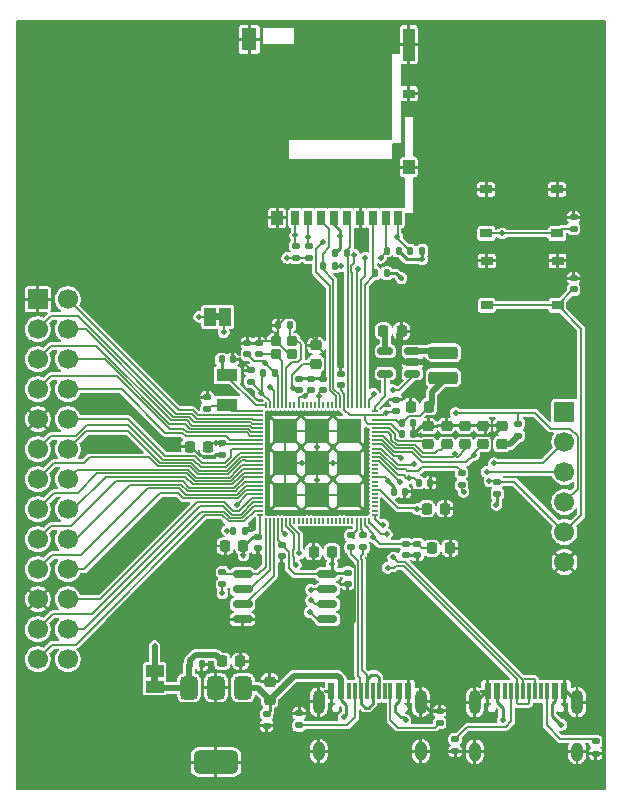
<source format=gbr>
%TF.GenerationSoftware,KiCad,Pcbnew,9.0.4*%
%TF.CreationDate,2025-09-12T09:19:31+10:00*%
%TF.ProjectId,simple-p4,73696d70-6c65-42d7-9034-2e6b69636164,rev?*%
%TF.SameCoordinates,Original*%
%TF.FileFunction,Copper,L1,Top*%
%TF.FilePolarity,Positive*%
%FSLAX46Y46*%
G04 Gerber Fmt 4.6, Leading zero omitted, Abs format (unit mm)*
G04 Created by KiCad (PCBNEW 9.0.4) date 2025-09-12 09:19:31*
%MOMM*%
%LPD*%
G01*
G04 APERTURE LIST*
G04 Aperture macros list*
%AMRoundRect*
0 Rectangle with rounded corners*
0 $1 Rounding radius*
0 $2 $3 $4 $5 $6 $7 $8 $9 X,Y pos of 4 corners*
0 Add a 4 corners polygon primitive as box body*
4,1,4,$2,$3,$4,$5,$6,$7,$8,$9,$2,$3,0*
0 Add four circle primitives for the rounded corners*
1,1,$1+$1,$2,$3*
1,1,$1+$1,$4,$5*
1,1,$1+$1,$6,$7*
1,1,$1+$1,$8,$9*
0 Add four rect primitives between the rounded corners*
20,1,$1+$1,$2,$3,$4,$5,0*
20,1,$1+$1,$4,$5,$6,$7,0*
20,1,$1+$1,$6,$7,$8,$9,0*
20,1,$1+$1,$8,$9,$2,$3,0*%
G04 Aperture macros list end*
%TA.AperFunction,EtchedComponent*%
%ADD10C,0.000000*%
%TD*%
%TA.AperFunction,SMDPad,CuDef*%
%ADD11RoundRect,0.135000X0.185000X-0.135000X0.185000X0.135000X-0.185000X0.135000X-0.185000X-0.135000X0*%
%TD*%
%TA.AperFunction,SMDPad,CuDef*%
%ADD12R,1.000000X1.500000*%
%TD*%
%TA.AperFunction,SMDPad,CuDef*%
%ADD13R,0.700000X1.200000*%
%TD*%
%TA.AperFunction,SMDPad,CuDef*%
%ADD14R,1.000000X0.800000*%
%TD*%
%TA.AperFunction,SMDPad,CuDef*%
%ADD15R,1.000000X1.200000*%
%TD*%
%TA.AperFunction,SMDPad,CuDef*%
%ADD16R,1.000000X2.800000*%
%TD*%
%TA.AperFunction,SMDPad,CuDef*%
%ADD17R,1.300000X1.900000*%
%TD*%
%TA.AperFunction,SMDPad,CuDef*%
%ADD18RoundRect,0.140000X0.170000X-0.140000X0.170000X0.140000X-0.170000X0.140000X-0.170000X-0.140000X0*%
%TD*%
%TA.AperFunction,SMDPad,CuDef*%
%ADD19RoundRect,0.225000X0.225000X0.250000X-0.225000X0.250000X-0.225000X-0.250000X0.225000X-0.250000X0*%
%TD*%
%TA.AperFunction,SMDPad,CuDef*%
%ADD20RoundRect,0.140000X-0.170000X0.140000X-0.170000X-0.140000X0.170000X-0.140000X0.170000X0.140000X0*%
%TD*%
%TA.AperFunction,SMDPad,CuDef*%
%ADD21R,1.000000X0.750000*%
%TD*%
%TA.AperFunction,SMDPad,CuDef*%
%ADD22R,0.600000X1.450000*%
%TD*%
%TA.AperFunction,SMDPad,CuDef*%
%ADD23R,0.300000X1.450000*%
%TD*%
%TA.AperFunction,HeatsinkPad*%
%ADD24O,1.000000X2.100000*%
%TD*%
%TA.AperFunction,HeatsinkPad*%
%ADD25O,1.000000X1.600000*%
%TD*%
%TA.AperFunction,SMDPad,CuDef*%
%ADD26RoundRect,0.250000X-1.000000X0.300000X-1.000000X-0.300000X1.000000X-0.300000X1.000000X0.300000X0*%
%TD*%
%TA.AperFunction,SMDPad,CuDef*%
%ADD27RoundRect,0.225000X-0.225000X-0.250000X0.225000X-0.250000X0.225000X0.250000X-0.225000X0.250000X0*%
%TD*%
%TA.AperFunction,SMDPad,CuDef*%
%ADD28RoundRect,0.225000X0.250000X-0.225000X0.250000X0.225000X-0.250000X0.225000X-0.250000X-0.225000X0*%
%TD*%
%TA.AperFunction,SMDPad,CuDef*%
%ADD29RoundRect,0.135000X-0.185000X0.135000X-0.185000X-0.135000X0.185000X-0.135000X0.185000X0.135000X0*%
%TD*%
%TA.AperFunction,SMDPad,CuDef*%
%ADD30RoundRect,0.140000X0.140000X0.170000X-0.140000X0.170000X-0.140000X-0.170000X0.140000X-0.170000X0*%
%TD*%
%TA.AperFunction,SMDPad,CuDef*%
%ADD31RoundRect,0.135000X0.135000X0.185000X-0.135000X0.185000X-0.135000X-0.185000X0.135000X-0.185000X0*%
%TD*%
%TA.AperFunction,ComponentPad*%
%ADD32R,1.700000X1.700000*%
%TD*%
%TA.AperFunction,ComponentPad*%
%ADD33C,1.700000*%
%TD*%
%TA.AperFunction,SMDPad,CuDef*%
%ADD34RoundRect,0.140000X-0.140000X-0.170000X0.140000X-0.170000X0.140000X0.170000X-0.140000X0.170000X0*%
%TD*%
%TA.AperFunction,SMDPad,CuDef*%
%ADD35O,0.650000X0.200000*%
%TD*%
%TA.AperFunction,SMDPad,CuDef*%
%ADD36O,0.200000X0.650000*%
%TD*%
%TA.AperFunction,SMDPad,CuDef*%
%ADD37R,2.100000X2.100000*%
%TD*%
%TA.AperFunction,SMDPad,CuDef*%
%ADD38RoundRect,0.375000X-0.375000X0.625000X-0.375000X-0.625000X0.375000X-0.625000X0.375000X0.625000X0*%
%TD*%
%TA.AperFunction,SMDPad,CuDef*%
%ADD39RoundRect,0.500000X-1.400000X0.500000X-1.400000X-0.500000X1.400000X-0.500000X1.400000X0.500000X0*%
%TD*%
%TA.AperFunction,SMDPad,CuDef*%
%ADD40R,1.500000X1.000000*%
%TD*%
%TA.AperFunction,SMDPad,CuDef*%
%ADD41RoundRect,0.150000X0.512500X0.150000X-0.512500X0.150000X-0.512500X-0.150000X0.512500X-0.150000X0*%
%TD*%
%TA.AperFunction,SMDPad,CuDef*%
%ADD42RoundRect,0.162500X-0.650000X-0.162500X0.650000X-0.162500X0.650000X0.162500X-0.650000X0.162500X0*%
%TD*%
%TA.AperFunction,SMDPad,CuDef*%
%ADD43RoundRect,0.200000X-0.250000X-0.200000X0.250000X-0.200000X0.250000X0.200000X-0.250000X0.200000X0*%
%TD*%
%TA.AperFunction,SMDPad,CuDef*%
%ADD44RoundRect,0.135000X-0.135000X-0.185000X0.135000X-0.185000X0.135000X0.185000X-0.135000X0.185000X0*%
%TD*%
%TA.AperFunction,SMDPad,CuDef*%
%ADD45R,1.800000X1.000000*%
%TD*%
%TA.AperFunction,ViaPad*%
%ADD46C,0.500000*%
%TD*%
%TA.AperFunction,Conductor*%
%ADD47C,0.160000*%
%TD*%
%TA.AperFunction,Conductor*%
%ADD48C,0.250000*%
%TD*%
%TA.AperFunction,Conductor*%
%ADD49C,0.500000*%
%TD*%
%TA.AperFunction,Conductor*%
%ADD50C,0.200000*%
%TD*%
%TA.AperFunction,Conductor*%
%ADD51C,0.262600*%
%TD*%
G04 APERTURE END LIST*
D10*
%TA.AperFunction,EtchedComponent*%
%TO.C,JP2*%
G36*
X142350000Y-91900000D02*
G01*
X141850000Y-91900000D01*
X141850000Y-91300000D01*
X142350000Y-91300000D01*
X142350000Y-91900000D01*
G37*
%TD.AperFunction*%
%TA.AperFunction,EtchedComponent*%
%TO.C,JP1*%
G36*
X137050000Y-122500000D02*
G01*
X136450000Y-122500000D01*
X136450000Y-122000000D01*
X137050000Y-122000000D01*
X137050000Y-122500000D01*
G37*
%TD.AperFunction*%
%TD*%
D11*
%TO.P,R14,1*%
%TO.N,+3V3*%
X149800000Y-86620000D03*
%TO.P,R14,2*%
%TO.N,GPIO42*%
X149800000Y-85600000D03*
%TD*%
D12*
%TO.P,JP2,1,A*%
%TO.N,+3V3*%
X141450000Y-91600000D03*
%TO.P,JP2,2,B*%
%TO.N,Net-(JP2-B)*%
X142750000Y-91600000D03*
%TD*%
D11*
%TO.P,R2,1*%
%TO.N,+3V3*%
X167540000Y-101650000D03*
%TO.P,R2,2*%
%TO.N,CHIP_PU*%
X167540000Y-100630000D03*
%TD*%
D13*
%TO.P,J3,1,DAT2*%
%TO.N,GPIO41*%
X148675000Y-83215000D03*
%TO.P,J3,2,DAT3/CD*%
%TO.N,GPIO42*%
X149775000Y-83215000D03*
%TO.P,J3,3,CMD*%
%TO.N,GPIO44*%
X150875000Y-83215000D03*
%TO.P,J3,4,VDD*%
%TO.N,+3V3*%
X151975000Y-83215000D03*
%TO.P,J3,5,CLK*%
%TO.N,GPIO43*%
X153075000Y-83215000D03*
%TO.P,J3,6,VSS*%
%TO.N,GND*%
X154175000Y-83215000D03*
%TO.P,J3,7,DAT0*%
%TO.N,GPIO39*%
X155275000Y-83215000D03*
%TO.P,J3,8,DAT1*%
%TO.N,GPIO40*%
X156375000Y-83215000D03*
%TO.P,J3,9,DET_B*%
%TO.N,GPIO45*%
X157325000Y-83215000D03*
D14*
%TO.P,J3,10,DET_A*%
%TO.N,GND*%
X158275000Y-72715000D03*
D15*
%TO.P,J3,11,SHIELD*%
X158275000Y-78915000D03*
D16*
X158275000Y-68565000D03*
D15*
X147125000Y-83215000D03*
D17*
X144775000Y-68115000D03*
%TD*%
D18*
%TO.P,C25,1*%
%TO.N,GPIO1*%
X141200000Y-99380000D03*
%TO.P,C25,2*%
%TO.N,GND*%
X141200000Y-98420000D03*
%TD*%
D11*
%TO.P,R5,1*%
%TO.N,Net-(J5-CC2)*%
X160892300Y-125987700D03*
%TO.P,R5,2*%
%TO.N,GND*%
X160892300Y-124967700D03*
%TD*%
D19*
%TO.P,C20,1*%
%TO.N,+3V3*%
X141275000Y-102600000D03*
%TO.P,C20,2*%
%TO.N,GND*%
X139725000Y-102600000D03*
%TD*%
D20*
%TO.P,C38,1*%
%TO.N,VDDO_FLASH*%
X153100000Y-113260000D03*
%TO.P,C38,2*%
%TO.N,GND*%
X153100000Y-114220000D03*
%TD*%
D21*
%TO.P,SW1,1,1*%
%TO.N,GND*%
X164870000Y-86865000D03*
X170870000Y-86865000D03*
%TO.P,SW1,2,2*%
%TO.N,GPIO35{slash}BOOT*%
X164870000Y-90615000D03*
X170870000Y-90615000D03*
%TD*%
D20*
%TO.P,C31,1*%
%TO.N,VDDO_FLASH*%
X147500000Y-110900000D03*
%TO.P,C31,2*%
%TO.N,GND*%
X147500000Y-111860000D03*
%TD*%
%TO.P,C33,1*%
%TO.N,+3V3*%
X159000000Y-110820000D03*
%TO.P,C33,2*%
%TO.N,GND*%
X159000000Y-111780000D03*
%TD*%
D22*
%TO.P,J6,A1,GND*%
%TO.N,GND*%
X164950000Y-123315000D03*
%TO.P,J6,A4,VBUS*%
%TO.N,+5V*%
X165750000Y-123315000D03*
D23*
%TO.P,J6,A5,CC1*%
%TO.N,Net-(J6-CC1)*%
X166950000Y-123315000D03*
%TO.P,J6,A6,D+*%
%TO.N,GPIO25*%
X167950000Y-123315000D03*
%TO.P,J6,A7,D-*%
%TO.N,GPIO24*%
X168450000Y-123315000D03*
%TO.P,J6,A8,SBU1*%
%TO.N,unconnected-(J6-SBU1-PadA8)*%
X169450000Y-123315000D03*
D22*
%TO.P,J6,A9,VBUS*%
%TO.N,+5V*%
X170650000Y-123315000D03*
%TO.P,J6,A12,GND*%
%TO.N,GND*%
X171450000Y-123315000D03*
%TO.P,J6,B1,GND*%
X171450000Y-123315000D03*
%TO.P,J6,B4,VBUS*%
%TO.N,+5V*%
X170650000Y-123315000D03*
D23*
%TO.P,J6,B5,CC2*%
%TO.N,Net-(J6-CC2)*%
X169950000Y-123315000D03*
%TO.P,J6,B6,D+*%
%TO.N,GPIO25*%
X168950000Y-123315000D03*
%TO.P,J6,B7,D-*%
%TO.N,GPIO24*%
X167450000Y-123315000D03*
%TO.P,J6,B8,SBU2*%
%TO.N,unconnected-(J6-SBU2-PadB8)*%
X166450000Y-123315000D03*
D22*
%TO.P,J6,B9,VBUS*%
%TO.N,+5V*%
X165750000Y-123315000D03*
%TO.P,J6,B12,GND*%
%TO.N,GND*%
X164950000Y-123315000D03*
D24*
%TO.P,J6,S1,SHIELD*%
X163880000Y-124230000D03*
D25*
X163880000Y-128410000D03*
D24*
X172520000Y-124230000D03*
D25*
X172520000Y-128410000D03*
%TD*%
D11*
%TO.P,R13,1*%
%TO.N,+3V3*%
X148700000Y-86610000D03*
%TO.P,R13,2*%
%TO.N,GPIO41*%
X148700000Y-85590000D03*
%TD*%
D26*
%TO.P,L1,1,1*%
%TO.N,Net-(U3-SW)*%
X161200000Y-94650000D03*
%TO.P,L1,2,2*%
%TO.N,+1V2*%
X161200000Y-96750000D03*
%TD*%
D18*
%TO.P,C12,1*%
%TO.N,Net-(JP2-B)*%
X149000000Y-97780000D03*
%TO.P,C12,2*%
%TO.N,GND*%
X149000000Y-96820000D03*
%TD*%
%TO.P,C42,1*%
%TO.N,CHIP_PU*%
X144900000Y-97080000D03*
%TO.P,C42,2*%
%TO.N,GND*%
X144900000Y-96120000D03*
%TD*%
%TO.P,C7,1*%
%TO.N,+3V3*%
X144600000Y-94780000D03*
%TO.P,C7,2*%
%TO.N,GND*%
X144600000Y-93820000D03*
%TD*%
D27*
%TO.P,C34,1*%
%TO.N,+3V3*%
X160225000Y-111200000D03*
%TO.P,C34,2*%
%TO.N,GND*%
X161775000Y-111200000D03*
%TD*%
D28*
%TO.P,C18,1*%
%TO.N,VDDO_PSRAM*%
X163000000Y-102375000D03*
%TO.P,C18,2*%
%TO.N,GND*%
X163000000Y-100825000D03*
%TD*%
%TO.P,C11,1*%
%TO.N,Net-(JP2-B)*%
X150425000Y-95550000D03*
%TO.P,C11,2*%
%TO.N,GND*%
X150425000Y-94000000D03*
%TD*%
D29*
%TO.P,R9,1*%
%TO.N,Net-(J6-CC2)*%
X174100000Y-127550000D03*
%TO.P,R9,2*%
%TO.N,GND*%
X174100000Y-128570000D03*
%TD*%
D30*
%TO.P,C24,1*%
%TO.N,GND*%
X144380000Y-109700000D03*
%TO.P,C24,2*%
%TO.N,+3V3*%
X143420000Y-109700000D03*
%TD*%
D31*
%TO.P,R12,1*%
%TO.N,+3V3*%
X146940000Y-96330000D03*
%TO.P,R12,2*%
%TO.N,CHIP_PU*%
X145920000Y-96330000D03*
%TD*%
D21*
%TO.P,SW2,1,1*%
%TO.N,GND*%
X164840000Y-80785000D03*
X170840000Y-80785000D03*
%TO.P,SW2,2,2*%
%TO.N,CHIP_PU*%
X164840000Y-84535000D03*
X170840000Y-84535000D03*
%TD*%
D31*
%TO.P,R19,1*%
%TO.N,+3V3*%
X159410000Y-86000000D03*
%TO.P,R19,2*%
%TO.N,GPIO45*%
X158390000Y-86000000D03*
%TD*%
D30*
%TO.P,C10,1*%
%TO.N,GND*%
X143380000Y-95200000D03*
%TO.P,C10,2*%
%TO.N,GPIO0*%
X142420000Y-95200000D03*
%TD*%
D32*
%TO.P,J2,1,Pin_1*%
%TO.N,+3V3*%
X171460000Y-99650000D03*
D33*
%TO.P,J2,2,Pin_2*%
%TO.N,GPIO37{slash}U0TXD*%
X171460000Y-102190000D03*
%TO.P,J2,3,Pin_3*%
%TO.N,GPIO38{slash}U0RXD*%
X171460000Y-104730000D03*
%TO.P,J2,4,Pin_4*%
%TO.N,CHIP_PU*%
X171460000Y-107270000D03*
%TO.P,J2,5,Pin_5*%
%TO.N,GPIO35{slash}BOOT*%
X171460000Y-109810000D03*
%TO.P,J2,6,Pin_6*%
%TO.N,GND*%
X171460000Y-112350000D03*
%TD*%
D31*
%TO.P,R17,1*%
%TO.N,+3V3*%
X156410000Y-87900000D03*
%TO.P,R17,2*%
%TO.N,GPIO39*%
X155390000Y-87900000D03*
%TD*%
D28*
%TO.P,C37,1*%
%TO.N,+5V*%
X146500000Y-124025000D03*
%TO.P,C37,2*%
%TO.N,GND*%
X146500000Y-122475000D03*
%TD*%
D34*
%TO.P,C16,1*%
%TO.N,+3V3*%
X157680000Y-101560000D03*
%TO.P,C16,2*%
%TO.N,GND*%
X158640000Y-101560000D03*
%TD*%
D27*
%TO.P,C41,1*%
%TO.N,Net-(JP1-A)*%
X142475000Y-120750000D03*
%TO.P,C41,2*%
%TO.N,GND*%
X144025000Y-120750000D03*
%TD*%
D28*
%TO.P,C14,1*%
%TO.N,+3V3*%
X166150000Y-102375000D03*
%TO.P,C14,2*%
%TO.N,GND*%
X166150000Y-100825000D03*
%TD*%
D35*
%TO.P,U1,1,GPIO1/ADC*%
%TO.N,GPIO1*%
X145650000Y-99600000D03*
%TO.P,U1,2,GPIO2/ADC*%
%TO.N,GPIO2*%
X145650000Y-99950000D03*
%TO.P,U1,3,GPIO3/ADC*%
%TO.N,GPIO3*%
X145650000Y-100300000D03*
%TO.P,U1,4,GPIO4/ADC*%
%TO.N,GPIO4*%
X145650000Y-100650000D03*
%TO.P,U1,5,GPIO5/ADC*%
%TO.N,GPIO5*%
X145650000Y-101000000D03*
%TO.P,U1,6,GPIO6/ADC*%
%TO.N,GPIO6*%
X145650000Y-101350000D03*
%TO.P,U1,7,GPIO7/ADC*%
%TO.N,GPIO7*%
X145650000Y-101700000D03*
%TO.P,U1,8,GPIO8/ADC*%
%TO.N,GPIO8*%
X145650000Y-102050000D03*
%TO.P,U1,9,VDDPST_1*%
%TO.N,+3V3*%
X145650000Y-102400000D03*
%TO.P,U1,10,GPIO9/ADC*%
%TO.N,GPIO9*%
X145650000Y-102750000D03*
%TO.P,U1,11,GPIO10/ADC*%
%TO.N,GPIO10*%
X145650000Y-103100000D03*
%TO.P,U1,12,GPIO11/ADC*%
%TO.N,GPIO11*%
X145650000Y-103450000D03*
%TO.P,U1,13,GPIO12/ADC*%
%TO.N,GPIO12*%
X145650000Y-103800000D03*
%TO.P,U1,14,GPIO13/ADC*%
%TO.N,GPIO13*%
X145650000Y-104150000D03*
%TO.P,U1,15,GPIO14/ADC*%
%TO.N,GPIO14*%
X145650000Y-104500000D03*
%TO.P,U1,16,GPIO15/ADC*%
%TO.N,GPIO15*%
X145650000Y-104850000D03*
%TO.P,U1,17,GPIO16/ADC*%
%TO.N,GPIO16*%
X145650000Y-105200000D03*
%TO.P,U1,18,GPIO17/ADC*%
%TO.N,GPIO17*%
X145650000Y-105550000D03*
%TO.P,U1,19,GPIO18/ADC*%
%TO.N,GPIO18*%
X145650000Y-105900000D03*
%TO.P,U1,20,GPIO19/ADC*%
%TO.N,GPIO19*%
X145650000Y-106250000D03*
%TO.P,U1,21,VDDPST_2*%
%TO.N,+3V3*%
X145650000Y-106600000D03*
%TO.P,U1,22,GPIO20/ADC*%
%TO.N,GPIO20*%
X145650000Y-106950000D03*
%TO.P,U1,23,GPIO21/ADC*%
%TO.N,GPIO21*%
X145650000Y-107300000D03*
%TO.P,U1,24,GPIO22/ADC*%
%TO.N,GPIO22*%
X145650000Y-107650000D03*
%TO.P,U1,25,GPIO23/ADC*%
%TO.N,GPIO23*%
X145650000Y-108000000D03*
%TO.P,U1,26,VDD_HP_0*%
%TO.N,+1V2*%
X145650000Y-108350000D03*
D36*
%TO.P,U1,27,FLASH_CS*%
%TO.N,FLASH_CS*%
X146150000Y-108850000D03*
%TO.P,U1,28,FLASH_Q*%
%TO.N,FLASH_Q*%
X146500000Y-108850000D03*
%TO.P,U1,29,FLASH_WP*%
%TO.N,FLASH_WP*%
X146850000Y-108850000D03*
%TO.P,U1,30,VDDPST_3*%
%TO.N,VDDO_FLASH*%
X147200000Y-108850000D03*
%TO.P,U1,31,FLASH_HOLD*%
%TO.N,FLASH_HD*%
X147550000Y-108850000D03*
%TO.P,U1,32,FLASH_CK*%
%TO.N,FLASH_CK*%
X147900000Y-108850000D03*
%TO.P,U1,33,FLASH_D*%
%TO.N,FLASH_D*%
X148250000Y-108850000D03*
%TO.P,U1,34,DSI_REXT*%
%TO.N,unconnected-(U1-DSI_REXT-Pad34)*%
X148600000Y-108850000D03*
%TO.P,U1,35,DSI_DATAP1*%
%TO.N,unconnected-(U1-DSI_DATAP1-Pad35)*%
X148950000Y-108850000D03*
%TO.P,U1,36,DSI_DATAN1*%
%TO.N,unconnected-(U1-DSI_DATAN1-Pad36)*%
X149300000Y-108850000D03*
%TO.P,U1,37,DSI_CLKN*%
%TO.N,unconnected-(U1-DSI_CLKN-Pad37)*%
X149650000Y-108850000D03*
%TO.P,U1,38,DSI_CLKP*%
%TO.N,unconnected-(U1-DSI_CLKP-Pad38)*%
X150000000Y-108850000D03*
%TO.P,U1,39,DSI_DATAP0*%
%TO.N,unconnected-(U1-DSI_DATAP0-Pad39)*%
X150350000Y-108850000D03*
%TO.P,U1,40,DSI_DATAN0*%
%TO.N,unconnected-(U1-DSI_DATAN0-Pad40)*%
X150700000Y-108850000D03*
%TO.P,U1,41,VDD_MIPI_DPHY*%
%TO.N,unconnected-(U1-VDD_MIPI_DPHY-Pad41)*%
X151050000Y-108850000D03*
%TO.P,U1,42,CSI_DATAN0*%
%TO.N,unconnected-(U1-CSI_DATAN0-Pad42)*%
X151400000Y-108850000D03*
%TO.P,U1,43,CSI_DATAP0*%
%TO.N,unconnected-(U1-CSI_DATAP0-Pad43)*%
X151750000Y-108850000D03*
%TO.P,U1,44,CSI_CLKP*%
%TO.N,unconnected-(U1-CSI_CLKP-Pad44)*%
X152100000Y-108850000D03*
%TO.P,U1,45,CSI_CLKN*%
%TO.N,unconnected-(U1-CSI_CLKN-Pad45)*%
X152450000Y-108850000D03*
%TO.P,U1,46,CSI_DATAN1*%
%TO.N,unconnected-(U1-CSI_DATAN1-Pad46)*%
X152800000Y-108850000D03*
%TO.P,U1,47,CSI_DATAP1*%
%TO.N,unconnected-(U1-CSI_DATAP1-Pad47)*%
X153150000Y-108850000D03*
%TO.P,U1,48,CSI_REXT*%
%TO.N,unconnected-(U1-CSI_REXT-Pad48)*%
X153500000Y-108850000D03*
%TO.P,U1,49,USB-DM*%
%TO.N,USB_DM*%
X153850000Y-108850000D03*
%TO.P,U1,50,USB-DP*%
%TO.N,USB_DP*%
X154200000Y-108850000D03*
%TO.P,U1,51,VCCA*%
%TO.N,+3V3*%
X154550000Y-108850000D03*
%TO.P,U1,52,GPIO24/ADC/USB*%
%TO.N,GPIO24*%
X154900000Y-108850000D03*
D35*
%TO.P,U1,53,GPIO25/ADC/USB*%
%TO.N,GPIO25*%
X155400000Y-108350000D03*
%TO.P,U1,54,NC*%
%TO.N,unconnected-(U1-NC-Pad54)*%
X155400000Y-108000000D03*
%TO.P,U1,55,GPIO26/ADC/USB*%
%TO.N,unconnected-(U1-GPIO26{slash}ADC{slash}USB-Pad55)*%
X155400000Y-107650000D03*
%TO.P,U1,56,GPIO27/ADC/USB*%
%TO.N,unconnected-(U1-GPIO27{slash}ADC{slash}USB-Pad56)*%
X155400000Y-107300000D03*
%TO.P,U1,57,GPIO28*%
%TO.N,unconnected-(U1-GPIO28-Pad57)*%
X155400000Y-106950000D03*
%TO.P,U1,58,GPIO29*%
%TO.N,unconnected-(U1-GPIO29-Pad58)*%
X155400000Y-106600000D03*
%TO.P,U1,59,VDDPST*%
%TO.N,VDDO_PSRAM*%
X155400000Y-106250000D03*
%TO.P,U1,60,GPIO30*%
%TO.N,unconnected-(U1-GPIO30-Pad60)*%
X155400000Y-105900000D03*
%TO.P,U1,61,GPIO31*%
%TO.N,unconnected-(U1-GPIO31-Pad61)*%
X155400000Y-105550000D03*
%TO.P,U1,62,VDDPST_4*%
%TO.N,+3V3*%
X155400000Y-105200000D03*
%TO.P,U1,63,GPIO32*%
%TO.N,unconnected-(U1-GPIO32-Pad63)*%
X155400000Y-104850000D03*
%TO.P,U1,64,GPIO33*%
%TO.N,unconnected-(U1-GPIO33-Pad64)*%
X155400000Y-104500000D03*
%TO.P,U1,65,GPIO34*%
%TO.N,unconnected-(U1-GPIO34-Pad65)*%
X155400000Y-104150000D03*
%TO.P,U1,66,GPIO35*%
%TO.N,GPIO35{slash}BOOT*%
X155400000Y-103800000D03*
%TO.P,U1,67,VDDPST*%
%TO.N,VDDO_PSRAM*%
X155400000Y-103450000D03*
%TO.P,U1,68,GPIO36*%
%TO.N,Net-(U1-GPIO36)*%
X155400000Y-103100000D03*
%TO.P,U1,69,GPIO37*%
%TO.N,GPIO37{slash}U0TXD*%
X155400000Y-102750000D03*
%TO.P,U1,70,GPIO38*%
%TO.N,GPIO38{slash}U0RXD*%
X155400000Y-102400000D03*
%TO.P,U1,71,VFB/VO1*%
%TO.N,VDDO_FLASH*%
X155400000Y-102050000D03*
%TO.P,U1,72,VFB/VO2*%
%TO.N,VDDO_PSRAM*%
X155400000Y-101700000D03*
%TO.P,U1,73,VFB/VO3*%
%TO.N,VDDO3*%
X155400000Y-101350000D03*
%TO.P,U1,74,VFB/VO4*%
%TO.N,VDDO4*%
X155400000Y-101000000D03*
%TO.P,U1,75,VDDPST_LDO*%
%TO.N,+3V3*%
X155400000Y-100650000D03*
%TO.P,U1,76,VDD_HP_2*%
%TO.N,+1V2*%
X155400000Y-100300000D03*
%TO.P,U1,77,VDDPST_DCDC*%
%TO.N,+3V3*%
X155400000Y-99950000D03*
%TO.P,U1,78,FB_DCDC*%
%TO.N,FB_DCDC*%
X155400000Y-99600000D03*
D36*
%TO.P,U1,79,EN_DCDC*%
%TO.N,EN_DCDC*%
X154900000Y-99100000D03*
%TO.P,U1,80,GPIO39*%
%TO.N,GPIO39*%
X154550000Y-99100000D03*
%TO.P,U1,81,GPIO40*%
%TO.N,GPIO40*%
X154200000Y-99100000D03*
%TO.P,U1,82,GPIO41*%
%TO.N,GPIO41*%
X153850000Y-99100000D03*
%TO.P,U1,83,GPIO42*%
%TO.N,GPIO42*%
X153500000Y-99100000D03*
%TO.P,U1,84,GPIO43*%
%TO.N,GPIO43*%
X153150000Y-99100000D03*
%TO.P,U1,85,VDDPST_5*%
%TO.N,+3V3*%
X152800000Y-99100000D03*
%TO.P,U1,86,GPIO44*%
%TO.N,GPIO44*%
X152450000Y-99100000D03*
%TO.P,U1,87,GPIO45*%
%TO.N,GPIO45*%
X152100000Y-99100000D03*
%TO.P,U1,88,GPIO46*%
%TO.N,GPIO46*%
X151750000Y-99100000D03*
%TO.P,U1,89,GPIO47*%
%TO.N,GPIO47*%
X151400000Y-99100000D03*
%TO.P,U1,90,GPIO48*%
%TO.N,GPIO48*%
X151050000Y-99100000D03*
%TO.P,U1,91,VDD_HP_3*%
%TO.N,+1V2*%
X150700000Y-99100000D03*
%TO.P,U1,92,GPIO49/ADC*%
%TO.N,GPIO49*%
X150350000Y-99100000D03*
%TO.P,U1,93,GPIO50/ADC*%
%TO.N,GPIO50*%
X150000000Y-99100000D03*
%TO.P,U1,94,GPIO51/ADC*%
%TO.N,GPIO51*%
X149650000Y-99100000D03*
%TO.P,U1,95,GPIO52/ADC*%
%TO.N,GPIO52*%
X149300000Y-99100000D03*
%TO.P,U1,96,VDDPST_6*%
%TO.N,+3V3*%
X148950000Y-99100000D03*
%TO.P,U1,97,GPIO53/ADC*%
%TO.N,GPIO53*%
X148600000Y-99100000D03*
%TO.P,U1,98,GPIO54/ADC*%
%TO.N,GPIO54*%
X148250000Y-99100000D03*
%TO.P,U1,99,XTAL_N*%
%TO.N,XTAL_N*%
X147900000Y-99100000D03*
%TO.P,U1,100,XTAL_P*%
%TO.N,XTAL_P*%
X147550000Y-99100000D03*
%TO.P,U1,101,VDDA*%
%TO.N,+3V3*%
X147200000Y-99100000D03*
%TO.P,U1,102,VBAT*%
%TO.N,Net-(JP2-B)*%
X146850000Y-99100000D03*
%TO.P,U1,103,CHIP_PU*%
%TO.N,CHIP_PU*%
X146500000Y-99100000D03*
%TO.P,U1,104,GPIO0/ADC*%
%TO.N,GPIO0*%
X146150000Y-99100000D03*
D37*
%TO.P,U1,105,GND*%
%TO.N,GND*%
X147825000Y-101275000D03*
X147825000Y-103975000D03*
X147825000Y-106675000D03*
X150525000Y-101275000D03*
X150525000Y-103975000D03*
X150525000Y-106675000D03*
X153225000Y-101275000D03*
X153225000Y-103975000D03*
X153225000Y-106675000D03*
%TD*%
D20*
%TO.P,C29,1*%
%TO.N,+1V2*%
X145500000Y-110220000D03*
%TO.P,C29,2*%
%TO.N,GND*%
X145500000Y-111180000D03*
%TD*%
D38*
%TO.P,U4,1,VI*%
%TO.N,+5V*%
X144250000Y-123000000D03*
%TO.P,U4,2,GND*%
%TO.N,GND*%
X141950000Y-123000000D03*
D39*
X141950000Y-129300000D03*
D38*
%TO.P,U4,3,VO*%
%TO.N,Net-(JP1-A)*%
X139650000Y-123000000D03*
%TD*%
D28*
%TO.P,C22,1*%
%TO.N,VDDO4*%
X159940000Y-102405000D03*
%TO.P,C22,2*%
%TO.N,GND*%
X159940000Y-100855000D03*
%TD*%
D29*
%TO.P,R11,1*%
%TO.N,FLASH_CS*%
X142500000Y-113190000D03*
%TO.P,R11,2*%
%TO.N,VDDO_FLASH*%
X142500000Y-114210000D03*
%TD*%
D19*
%TO.P,C30,1*%
%TO.N,VDDO_FLASH*%
X151775000Y-111500000D03*
%TO.P,C30,2*%
%TO.N,GND*%
X150225000Y-111500000D03*
%TD*%
D30*
%TO.P,C5,1*%
%TO.N,XTAL_N*%
X148180000Y-92300000D03*
%TO.P,C5,2*%
%TO.N,GND*%
X147220000Y-92300000D03*
%TD*%
D18*
%TO.P,C36,1*%
%TO.N,CHIP_PU*%
X172230000Y-84120000D03*
%TO.P,C36,2*%
%TO.N,GND*%
X172230000Y-83160000D03*
%TD*%
D40*
%TO.P,JP1,1,A*%
%TO.N,Net-(JP1-A)*%
X136750000Y-122900000D03*
%TO.P,JP1,2,B*%
%TO.N,+3V3*%
X136750000Y-121600000D03*
%TD*%
D11*
%TO.P,R1,1*%
%TO.N,+3V3*%
X162750000Y-105835000D03*
%TO.P,R1,2*%
%TO.N,Net-(U1-GPIO36)*%
X162750000Y-104815000D03*
%TD*%
D28*
%TO.P,C19,1*%
%TO.N,VDDO3*%
X161470000Y-102375000D03*
%TO.P,C19,2*%
%TO.N,GND*%
X161470000Y-100825000D03*
%TD*%
D18*
%TO.P,C35,1*%
%TO.N,GPIO35{slash}BOOT*%
X172240000Y-89280000D03*
%TO.P,C35,2*%
%TO.N,GND*%
X172240000Y-88320000D03*
%TD*%
D41*
%TO.P,U3,1,EN*%
%TO.N,EN_DCDC*%
X158575000Y-96400000D03*
%TO.P,U3,2,GND*%
%TO.N,GND*%
X158575000Y-95450000D03*
%TO.P,U3,3,SW*%
%TO.N,Net-(U3-SW)*%
X158575000Y-94500000D03*
%TO.P,U3,4,VIN*%
%TO.N,+3V3*%
X156300000Y-94500000D03*
%TO.P,U3,5,FB*%
%TO.N,FB_DCDC*%
X156300000Y-96400000D03*
%TD*%
D42*
%TO.P,U2,1,~{CS}*%
%TO.N,FLASH_CS*%
X144212500Y-113395000D03*
%TO.P,U2,2,DO/IO_{1}*%
%TO.N,FLASH_Q*%
X144212500Y-114665000D03*
%TO.P,U2,3,~{WP}/IO_{2}*%
%TO.N,FLASH_WP*%
X144212500Y-115935000D03*
%TO.P,U2,4,GND*%
%TO.N,GND*%
X144212500Y-117205000D03*
%TO.P,U2,5,DI/IO_{0}*%
%TO.N,FLASH_D*%
X151387500Y-117205000D03*
%TO.P,U2,6,CLK*%
%TO.N,FLASH_CK*%
X151387500Y-115935000D03*
%TO.P,U2,7,~{HOLD}/~{RESET}/IO_{3}*%
%TO.N,FLASH_HD*%
X151387500Y-114665000D03*
%TO.P,U2,8,VCC*%
%TO.N,VDDO_FLASH*%
X151387500Y-113395000D03*
%TD*%
D27*
%TO.P,C1,1*%
%TO.N,+3V3*%
X156125000Y-92800000D03*
%TO.P,C1,2*%
%TO.N,GND*%
X157675000Y-92800000D03*
%TD*%
D43*
%TO.P,Y1,1,1*%
%TO.N,XTAL_P*%
X147000000Y-94750000D03*
%TO.P,Y1,2,2*%
%TO.N,GND*%
X148400000Y-94750000D03*
%TO.P,Y1,3,3*%
%TO.N,XTAL_N*%
X148400000Y-93650000D03*
%TO.P,Y1,4,4*%
%TO.N,GND*%
X147000000Y-93650000D03*
%TD*%
D19*
%TO.P,C28,1*%
%TO.N,+1V2*%
X144275000Y-111000000D03*
%TO.P,C28,2*%
%TO.N,GND*%
X142725000Y-111000000D03*
%TD*%
D11*
%TO.P,R6,1*%
%TO.N,Net-(J5-CC1)*%
X148992300Y-126187700D03*
%TO.P,R6,2*%
%TO.N,GND*%
X148992300Y-125167700D03*
%TD*%
D20*
%TO.P,C32,1*%
%TO.N,+3V3*%
X158000000Y-110820000D03*
%TO.P,C32,2*%
%TO.N,GND*%
X158000000Y-111780000D03*
%TD*%
D34*
%TO.P,C26,1*%
%TO.N,VDDO_PSRAM*%
X159120000Y-105650000D03*
%TO.P,C26,2*%
%TO.N,GND*%
X160080000Y-105650000D03*
%TD*%
D44*
%TO.P,R16,1*%
%TO.N,+3V3*%
X151990000Y-86200000D03*
%TO.P,R16,2*%
%TO.N,GPIO43*%
X153010000Y-86200000D03*
%TD*%
D45*
%TO.P,Y2,1,1*%
%TO.N,GPIO0*%
X142900000Y-96550001D03*
%TO.P,Y2,2,2*%
%TO.N,GPIO1*%
X142900000Y-99049999D03*
%TD*%
D29*
%TO.P,R7,1*%
%TO.N,USB_DM*%
X153400000Y-110090000D03*
%TO.P,R7,2*%
%TO.N,Net-(J5-D--PadA7)*%
X153400000Y-111110000D03*
%TD*%
D22*
%TO.P,J5,A1,GND*%
%TO.N,GND*%
X151722300Y-123282700D03*
%TO.P,J5,A4,VBUS*%
%TO.N,+5V*%
X152522300Y-123282700D03*
D23*
%TO.P,J5,A5,CC1*%
%TO.N,Net-(J5-CC1)*%
X153722300Y-123282700D03*
%TO.P,J5,A6,D+*%
%TO.N,Net-(J5-D+-PadA6)*%
X154722300Y-123282700D03*
%TO.P,J5,A7,D-*%
%TO.N,Net-(J5-D--PadA7)*%
X155222300Y-123282700D03*
%TO.P,J5,A8,SBU1*%
%TO.N,unconnected-(J5-SBU1-PadA8)*%
X156222300Y-123282700D03*
D22*
%TO.P,J5,A9,VBUS*%
%TO.N,+5V*%
X157422300Y-123282700D03*
%TO.P,J5,A12,GND*%
%TO.N,GND*%
X158222300Y-123282700D03*
%TO.P,J5,B1,GND*%
X158222300Y-123282700D03*
%TO.P,J5,B4,VBUS*%
%TO.N,+5V*%
X157422300Y-123282700D03*
D23*
%TO.P,J5,B5,CC2*%
%TO.N,Net-(J5-CC2)*%
X156722300Y-123282700D03*
%TO.P,J5,B6,D+*%
%TO.N,Net-(J5-D+-PadA6)*%
X155722300Y-123282700D03*
%TO.P,J5,B7,D-*%
%TO.N,Net-(J5-D--PadA7)*%
X154222300Y-123282700D03*
%TO.P,J5,B8,SBU2*%
%TO.N,unconnected-(J5-SBU2-PadB8)*%
X153222300Y-123282700D03*
D22*
%TO.P,J5,B9,VBUS*%
%TO.N,+5V*%
X152522300Y-123282700D03*
%TO.P,J5,B12,GND*%
%TO.N,GND*%
X151722300Y-123282700D03*
D24*
%TO.P,J5,S1,SHIELD*%
X150652300Y-124197700D03*
D25*
X150652300Y-128377700D03*
D24*
X159292300Y-124197700D03*
D25*
X159292300Y-128377700D03*
%TD*%
D34*
%TO.P,C23,1*%
%TO.N,+3V3*%
X156990000Y-106410000D03*
%TO.P,C23,2*%
%TO.N,GND*%
X157950000Y-106410000D03*
%TD*%
D18*
%TO.P,C6,1*%
%TO.N,+3V3*%
X150000000Y-97780000D03*
%TO.P,C6,2*%
%TO.N,GND*%
X150000000Y-96820000D03*
%TD*%
D34*
%TO.P,C40,1*%
%TO.N,Net-(JP1-A)*%
X139770000Y-121000000D03*
%TO.P,C40,2*%
%TO.N,GND*%
X140730000Y-121000000D03*
%TD*%
D18*
%TO.P,C13,1*%
%TO.N,+3V3*%
X157170000Y-99590000D03*
%TO.P,C13,2*%
%TO.N,GND*%
X157170000Y-98630000D03*
%TD*%
D32*
%TO.P,J1,1,Pin_1*%
%TO.N,GND*%
X126860000Y-90120000D03*
D33*
%TO.P,J1,2,Pin_2*%
%TO.N,GPIO2*%
X129400000Y-90120000D03*
%TO.P,J1,3,Pin_3*%
%TO.N,GPIO3*%
X126860000Y-92660000D03*
%TO.P,J1,4,Pin_4*%
%TO.N,GPIO4*%
X129400000Y-92660000D03*
%TO.P,J1,5,Pin_5*%
%TO.N,GPIO5*%
X126860000Y-95200000D03*
%TO.P,J1,6,Pin_6*%
%TO.N,GPIO6*%
X129400000Y-95200000D03*
%TO.P,J1,7,Pin_7*%
%TO.N,GPIO7*%
X126860000Y-97740000D03*
%TO.P,J1,8,Pin_8*%
%TO.N,GPIO8*%
X129400000Y-97740000D03*
%TO.P,J1,9,Pin_9*%
%TO.N,GND*%
X126860000Y-100280000D03*
%TO.P,J1,10,Pin_10*%
%TO.N,GPIO9*%
X129400000Y-100280000D03*
%TO.P,J1,11,Pin_11*%
%TO.N,GPIO10*%
X126860000Y-102820000D03*
%TO.P,J1,12,Pin_12*%
%TO.N,GPIO11*%
X129400000Y-102820000D03*
%TO.P,J1,13,Pin_13*%
%TO.N,GPIO12*%
X126860000Y-105360000D03*
%TO.P,J1,14,Pin_14*%
%TO.N,GPIO13*%
X129400000Y-105360000D03*
%TO.P,J1,15,Pin_15*%
%TO.N,GPIO14*%
X126860000Y-107900000D03*
%TO.P,J1,16,Pin_16*%
%TO.N,GPIO15*%
X129400000Y-107900000D03*
%TO.P,J1,17,Pin_17*%
%TO.N,GPIO16*%
X126860000Y-110440000D03*
%TO.P,J1,18,Pin_18*%
%TO.N,GPIO17*%
X129400000Y-110440000D03*
%TO.P,J1,19,Pin_19*%
%TO.N,GPIO18*%
X126860000Y-112980000D03*
%TO.P,J1,20,Pin_20*%
%TO.N,GPIO19*%
X129400000Y-112980000D03*
%TO.P,J1,21,Pin_21*%
%TO.N,GND*%
X126860000Y-115520000D03*
%TO.P,J1,22,Pin_22*%
%TO.N,GPIO20*%
X129400000Y-115520000D03*
%TO.P,J1,23,Pin_23*%
%TO.N,GPIO21*%
X126860000Y-118060000D03*
%TO.P,J1,24,Pin_24*%
%TO.N,GPIO22*%
X129400000Y-118060000D03*
%TO.P,J1,25,Pin_25*%
%TO.N,GPIO23*%
X126860000Y-120600000D03*
%TO.P,J1,26,Pin_26*%
%TO.N,+3V3*%
X129400000Y-120600000D03*
%TD*%
D34*
%TO.P,C15,1*%
%TO.N,+1V2*%
X157700000Y-100560000D03*
%TO.P,C15,2*%
%TO.N,GND*%
X158660000Y-100560000D03*
%TD*%
D19*
%TO.P,C3,1*%
%TO.N,+1V2*%
X159975000Y-99200000D03*
%TO.P,C3,2*%
%TO.N,GND*%
X158425000Y-99200000D03*
%TD*%
D29*
%TO.P,R10,1*%
%TO.N,Net-(J6-CC1)*%
X162200000Y-127340000D03*
%TO.P,R10,2*%
%TO.N,GND*%
X162200000Y-128360000D03*
%TD*%
D31*
%TO.P,R15,1*%
%TO.N,+3V3*%
X152010000Y-87300000D03*
%TO.P,R15,2*%
%TO.N,GPIO44*%
X150990000Y-87300000D03*
%TD*%
D18*
%TO.P,C8,1*%
%TO.N,+1V2*%
X151000000Y-97780000D03*
%TO.P,C8,2*%
%TO.N,GND*%
X151000000Y-96820000D03*
%TD*%
D11*
%TO.P,R8,1*%
%TO.N,Net-(J5-D+-PadA6)*%
X154400000Y-111110000D03*
%TO.P,R8,2*%
%TO.N,USB_DP*%
X154400000Y-110090000D03*
%TD*%
D20*
%TO.P,C39,1*%
%TO.N,+5V*%
X146250000Y-125250000D03*
%TO.P,C39,2*%
%TO.N,GND*%
X146250000Y-126210000D03*
%TD*%
D28*
%TO.P,C17,1*%
%TO.N,VDDO_FLASH*%
X164530000Y-102375000D03*
%TO.P,C17,2*%
%TO.N,GND*%
X164530000Y-100825000D03*
%TD*%
D18*
%TO.P,C9,1*%
%TO.N,+3V3*%
X152500000Y-97380000D03*
%TO.P,C9,2*%
%TO.N,GND*%
X152500000Y-96420000D03*
%TD*%
D11*
%TO.P,R3,1*%
%TO.N,+3V3*%
X165770000Y-106570000D03*
%TO.P,R3,2*%
%TO.N,GPIO35{slash}BOOT*%
X165770000Y-105550000D03*
%TD*%
D31*
%TO.P,R18,1*%
%TO.N,+3V3*%
X157410000Y-86000000D03*
%TO.P,R18,2*%
%TO.N,GPIO40*%
X156390000Y-86000000D03*
%TD*%
D20*
%TO.P,C4,1*%
%TO.N,GND*%
X145600000Y-93820000D03*
%TO.P,C4,2*%
%TO.N,XTAL_P*%
X145600000Y-94780000D03*
%TD*%
D27*
%TO.P,C27,1*%
%TO.N,VDDO_PSRAM*%
X159800000Y-107850000D03*
%TO.P,C27,2*%
%TO.N,GND*%
X161350000Y-107850000D03*
%TD*%
D20*
%TO.P,C21,1*%
%TO.N,+3V3*%
X142500000Y-102320000D03*
%TO.P,C21,2*%
%TO.N,GND*%
X142500000Y-103280000D03*
%TD*%
D46*
%TO.N,GND*%
X125750000Y-125250000D03*
X160250000Y-112750000D03*
X174000000Y-112250000D03*
X143000000Y-80750000D03*
X143000000Y-77750000D03*
X147340000Y-117280000D03*
X161950000Y-97900000D03*
X150750000Y-91250000D03*
X126000000Y-78750000D03*
X138750000Y-126500000D03*
X158500000Y-121750000D03*
X167000000Y-95000000D03*
X137750000Y-96000000D03*
X159400000Y-78900000D03*
X151900000Y-103975000D03*
X150200000Y-110100000D03*
X142750000Y-117250000D03*
X126000000Y-81750000D03*
X163800000Y-101600000D03*
X156250000Y-91550000D03*
X167000000Y-129750000D03*
X160700000Y-101600000D03*
X152500000Y-91750000D03*
X146900000Y-115220000D03*
X136750000Y-96000000D03*
X144750000Y-129500000D03*
X125750000Y-124250000D03*
X132750000Y-130250000D03*
X129000000Y-67750000D03*
X150690000Y-90190000D03*
X169100000Y-105800000D03*
X137250000Y-113500000D03*
X174000000Y-102000000D03*
X143000000Y-82750000D03*
X141750000Y-125500000D03*
X145600000Y-92825000D03*
X133750000Y-92000000D03*
X139750000Y-126500000D03*
X126000000Y-69750000D03*
X171250000Y-88250000D03*
X138750000Y-128500000D03*
X150750000Y-92250000D03*
X138750000Y-129500000D03*
X149250000Y-123750000D03*
X155300000Y-81890000D03*
X162500000Y-95700000D03*
X174000000Y-105000000D03*
X156750000Y-129250000D03*
X174000000Y-124250000D03*
X171000000Y-68000000D03*
X143750000Y-125500000D03*
X154750000Y-127250000D03*
X127750000Y-130250000D03*
X168600000Y-102700000D03*
X128750000Y-130250000D03*
X133750000Y-93000000D03*
X158750000Y-93000000D03*
X174000000Y-104000000D03*
X126000000Y-74750000D03*
X125500000Y-106750000D03*
X151875000Y-105325000D03*
X166000000Y-129750000D03*
X140000000Y-67750000D03*
X138750000Y-125500000D03*
X136750000Y-95000000D03*
X143000000Y-68750000D03*
X136250000Y-114500000D03*
X125750000Y-128250000D03*
X150525000Y-105400000D03*
X134000000Y-67750000D03*
X171000000Y-83000000D03*
X153250000Y-121500000D03*
X174000000Y-86000000D03*
X140750000Y-125500000D03*
X171000000Y-96000000D03*
X174000000Y-84000000D03*
X137750000Y-97000000D03*
X149694632Y-92905368D03*
X140500000Y-111500000D03*
X152750000Y-127250000D03*
X172000000Y-86750000D03*
X149200000Y-105300000D03*
X152500000Y-90250000D03*
X145850000Y-115930000D03*
X141750000Y-112250000D03*
X137000000Y-67750000D03*
X174000000Y-73000000D03*
X135750000Y-93000000D03*
X129750000Y-130250000D03*
X158750000Y-92250000D03*
X163000000Y-111250000D03*
X153150000Y-117860000D03*
X169700000Y-80800000D03*
X138750000Y-112250000D03*
X138750000Y-97000000D03*
X146250000Y-92300000D03*
X163150000Y-97100000D03*
X174000000Y-119250000D03*
X171000000Y-94000000D03*
X132750000Y-92000000D03*
X143000000Y-70750000D03*
X139500000Y-112250000D03*
X174000000Y-78000000D03*
X153100000Y-115200000D03*
X159400000Y-72700000D03*
X154180000Y-81890000D03*
X136000000Y-67750000D03*
X172000000Y-95000000D03*
X156250000Y-95500000D03*
X169000000Y-68000000D03*
X139750000Y-125500000D03*
X141750000Y-126500000D03*
X143000000Y-69750000D03*
X156250000Y-72250000D03*
X174000000Y-106250000D03*
X154750000Y-128250000D03*
X168000000Y-127750000D03*
X174000000Y-79000000D03*
X152500000Y-94250000D03*
X174000000Y-103000000D03*
X157400000Y-81900000D03*
X155120000Y-117830000D03*
X170000000Y-96000000D03*
X125500000Y-96500000D03*
X142750000Y-126500000D03*
X170000000Y-127750000D03*
X143750000Y-127500000D03*
X133500000Y-112250000D03*
X148200000Y-115240000D03*
X147200000Y-81800000D03*
X174000000Y-81000000D03*
X141000000Y-110000000D03*
X156400000Y-81900000D03*
X174000000Y-71000000D03*
X138750000Y-96000000D03*
X174000000Y-70000000D03*
X126000000Y-72750000D03*
X169000000Y-94000000D03*
X174000000Y-123250000D03*
X163500000Y-86750000D03*
X152750000Y-129250000D03*
X127000000Y-67750000D03*
X155250000Y-72250000D03*
X132000000Y-119000000D03*
X145750000Y-117250000D03*
X131500000Y-113750000D03*
X134750000Y-116000000D03*
X174000000Y-77000000D03*
X139750000Y-127500000D03*
X143000000Y-75750000D03*
X159550000Y-93350000D03*
X161800000Y-93350000D03*
X144750000Y-125500000D03*
X153750000Y-127250000D03*
X156250000Y-114000000D03*
X135750000Y-94000000D03*
X128000000Y-67750000D03*
X160000000Y-95700000D03*
X169000000Y-129750000D03*
X169000000Y-96000000D03*
X139000000Y-67750000D03*
X168000000Y-96000000D03*
X174000000Y-109250000D03*
X149250000Y-123000000D03*
X141750000Y-127500000D03*
X153100000Y-81800000D03*
X174000000Y-82000000D03*
X152750000Y-128250000D03*
X144750000Y-128500000D03*
X132750000Y-91000000D03*
X141750000Y-109500000D03*
X169000000Y-127750000D03*
X126000000Y-73750000D03*
X170000000Y-121750000D03*
X174000000Y-118250000D03*
X154750000Y-129250000D03*
X155250000Y-90750000D03*
X134750000Y-130250000D03*
X168000000Y-94000000D03*
X162750000Y-97750000D03*
X163000000Y-68000000D03*
X135750000Y-95000000D03*
X126000000Y-75750000D03*
X126000000Y-67750000D03*
X125750000Y-127250000D03*
X174000000Y-110250000D03*
X174000000Y-108250000D03*
X152000000Y-121000000D03*
X135750000Y-130250000D03*
X125750000Y-130250000D03*
X167170000Y-120310000D03*
X174000000Y-101000000D03*
X143000000Y-81750000D03*
X126000000Y-84750000D03*
X133750000Y-91000000D03*
X172000000Y-68000000D03*
X143000000Y-79750000D03*
X174000000Y-88000000D03*
X168000000Y-68000000D03*
X147160000Y-84700000D03*
X133140000Y-102290000D03*
X143000000Y-67750000D03*
X162000000Y-68000000D03*
X141000000Y-67750000D03*
X168000000Y-128750000D03*
X125750000Y-126250000D03*
X174000000Y-121250000D03*
X168000000Y-95000000D03*
X140750000Y-126500000D03*
X141000000Y-112250000D03*
X170000000Y-95000000D03*
X133750000Y-130250000D03*
X139750000Y-97000000D03*
X153100000Y-116500000D03*
X150750000Y-121000000D03*
X133500000Y-117500000D03*
X170000000Y-94000000D03*
X131750000Y-130250000D03*
X167750000Y-83750000D03*
X174000000Y-74000000D03*
X155620000Y-95470000D03*
X174000000Y-96000000D03*
X153000000Y-119250000D03*
X136750000Y-130250000D03*
X156750000Y-127250000D03*
X148200000Y-116240000D03*
X160580000Y-116760000D03*
X159500000Y-115500000D03*
X157000000Y-78900000D03*
X141250000Y-111500000D03*
X150750000Y-89250000D03*
X141250000Y-110750000D03*
X126750000Y-130250000D03*
X143000000Y-78750000D03*
X155250000Y-93750000D03*
X163100000Y-96450000D03*
X157300000Y-108750000D03*
X144750000Y-126500000D03*
X153750000Y-128250000D03*
X156900000Y-68600000D03*
X137750000Y-95000000D03*
X174000000Y-126250000D03*
X156750000Y-128250000D03*
X174000000Y-111250000D03*
X126000000Y-71750000D03*
X167000000Y-94000000D03*
X168000000Y-129750000D03*
X170000000Y-128750000D03*
X162040000Y-115270000D03*
X166100000Y-80800000D03*
X147010000Y-116240000D03*
X161750000Y-110000000D03*
X157500000Y-91500000D03*
X173000000Y-68000000D03*
X174000000Y-76000000D03*
X138440000Y-102500000D03*
X170000000Y-68000000D03*
X151900000Y-110100000D03*
X157500000Y-121750000D03*
X172000000Y-94000000D03*
X172000000Y-121750000D03*
X174000000Y-94000000D03*
X157461500Y-94998999D03*
X174000000Y-68000000D03*
X159550000Y-106650000D03*
X161750000Y-95700000D03*
X147500000Y-113000000D03*
X126000000Y-83750000D03*
X174000000Y-116250000D03*
X135000000Y-67750000D03*
X155150000Y-96850000D03*
X174000000Y-75000000D03*
X157625000Y-107185000D03*
X174000000Y-113250000D03*
X155500000Y-114750000D03*
X126000000Y-80750000D03*
X174000000Y-120250000D03*
X142750000Y-127500000D03*
X174000000Y-83000000D03*
X149750000Y-88000000D03*
X155750000Y-127250000D03*
X160750000Y-114000000D03*
X131750000Y-91000000D03*
X174000000Y-99000000D03*
X160750000Y-95700000D03*
X157750000Y-114250000D03*
X158800000Y-97800000D03*
X157000000Y-95500000D03*
X155250000Y-90000000D03*
X145010000Y-109060000D03*
X137250000Y-108500000D03*
X170000000Y-129750000D03*
X152500000Y-92750000D03*
X162500000Y-107850000D03*
X142750000Y-125500000D03*
X172000000Y-96000000D03*
X174000000Y-107250000D03*
X150525000Y-102600000D03*
X133000000Y-67750000D03*
X170500000Y-117750000D03*
X174000000Y-115250000D03*
X174000000Y-87000000D03*
X163250000Y-95250000D03*
X144525000Y-92675000D03*
X136000000Y-109750000D03*
X145430000Y-112190000D03*
X166500000Y-113000000D03*
X126000000Y-82750000D03*
X130750000Y-130250000D03*
X174000000Y-97000000D03*
X125500000Y-104250000D03*
X159500000Y-68500000D03*
X131000000Y-67750000D03*
X149200000Y-103975000D03*
X126000000Y-79750000D03*
X137750000Y-130250000D03*
X139500000Y-111500000D03*
X138750000Y-127500000D03*
X143750000Y-126500000D03*
X160000000Y-109350000D03*
X155750000Y-128250000D03*
X138000000Y-67750000D03*
X174000000Y-90000000D03*
X174000000Y-85000000D03*
X167000000Y-128750000D03*
X143000000Y-74750000D03*
X148590000Y-117280000D03*
X174000000Y-117250000D03*
X134750000Y-93000000D03*
X136750000Y-94000000D03*
X160300000Y-93350000D03*
X153750000Y-129250000D03*
X157461500Y-94250000D03*
X140250000Y-112250000D03*
X148700000Y-81800000D03*
X174000000Y-89000000D03*
X144750000Y-127500000D03*
X167000000Y-127750000D03*
X126000000Y-85750000D03*
X125750000Y-123250000D03*
X140250000Y-110750000D03*
X174000000Y-80000000D03*
X162500000Y-93350000D03*
X169000000Y-128750000D03*
X125750000Y-129250000D03*
X126000000Y-77750000D03*
X155250000Y-111350000D03*
X165750000Y-121770000D03*
X174000000Y-98000000D03*
X155000000Y-120500000D03*
X126000000Y-68750000D03*
X174000000Y-72000000D03*
X142800000Y-97825000D03*
X130000000Y-67750000D03*
X140750000Y-127500000D03*
X171000000Y-95000000D03*
X165375000Y-101600000D03*
X174000000Y-69000000D03*
X174000000Y-91000000D03*
X143000000Y-71750000D03*
X149800000Y-81800000D03*
X167750000Y-86750000D03*
X174000000Y-93000000D03*
X174000000Y-100000000D03*
X142000000Y-67750000D03*
X149250000Y-121000000D03*
X166000000Y-127750000D03*
X125500000Y-94000000D03*
X162200000Y-101600000D03*
X143000000Y-76750000D03*
X143000000Y-72750000D03*
X174000000Y-92000000D03*
X155500000Y-89000000D03*
X171000000Y-121750000D03*
X166000000Y-68000000D03*
X150000000Y-121000000D03*
X174000000Y-125250000D03*
X126000000Y-76750000D03*
X149175000Y-102625000D03*
X156500000Y-121750000D03*
X174000000Y-95000000D03*
X134750000Y-92000000D03*
X174000000Y-122250000D03*
X169000000Y-95000000D03*
X155250000Y-119250000D03*
X155750000Y-129250000D03*
X155500000Y-114000000D03*
X132000000Y-67750000D03*
X164000000Y-68000000D03*
X150900000Y-81800000D03*
X132170000Y-98880000D03*
X166000000Y-128750000D03*
X167750000Y-110250000D03*
X155250000Y-91500000D03*
X165000000Y-68000000D03*
X154250000Y-72250000D03*
X126000000Y-70750000D03*
X154210000Y-84550000D03*
X152000000Y-81800000D03*
X174000000Y-114250000D03*
X167000000Y-68000000D03*
X161050000Y-93350000D03*
X134750000Y-111000000D03*
X134750000Y-94000000D03*
X163100000Y-93700000D03*
X152500000Y-89250000D03*
X167000000Y-96000000D03*
X166500000Y-116750000D03*
X143000000Y-73750000D03*
X151900000Y-102600000D03*
%TO.N,+3V3*%
X156300000Y-93720000D03*
X146135000Y-95525000D03*
X159410000Y-86720000D03*
X136750000Y-120250000D03*
X141940000Y-102320000D03*
X155250000Y-110230000D03*
X140540000Y-91600000D03*
X156530000Y-105510000D03*
X165700000Y-107500000D03*
X142900000Y-109700000D03*
X147990000Y-86610000D03*
X166950000Y-102240000D03*
X152420000Y-84740000D03*
X143700000Y-107500000D03*
X162915000Y-106395000D03*
X157640000Y-88320000D03*
X152510000Y-87300000D03*
X136750000Y-119500000D03*
X149470000Y-98310000D03*
X156340000Y-99700000D03*
%TO.N,+1V2*%
X150700000Y-98300000D03*
X160200000Y-98000000D03*
X144275000Y-111800000D03*
%TO.N,Net-(JP2-B)*%
X146500000Y-97500000D03*
X148500000Y-97600000D03*
X142600000Y-92900000D03*
%TO.N,VDDO_FLASH*%
X151775000Y-112560000D03*
X163780000Y-103290000D03*
X142500000Y-115000000D03*
%TO.N,VDDO_PSRAM*%
X162225000Y-103250000D03*
X158320000Y-105260000D03*
X159000000Y-107870000D03*
%TO.N,GPIO35{slash}BOOT*%
X157559938Y-105600062D03*
X165110000Y-105500000D03*
%TO.N,CHIP_PU*%
X145750000Y-98075000D03*
X166180000Y-84535000D03*
X162250000Y-99750000D03*
%TO.N,+5V*%
X171175000Y-126150000D03*
X158000000Y-125750000D03*
X152750000Y-125500000D03*
X166250000Y-125750000D03*
%TO.N,Net-(JP1-A)*%
X141250000Y-120239000D03*
%TO.N,GPIO38{slash}U0RXD*%
X164890000Y-104730000D03*
X157630000Y-103590000D03*
%TO.N,GPIO25*%
X156970000Y-111970000D03*
X156100000Y-109200000D03*
%TO.N,GPIO37{slash}U0TXD*%
X158720000Y-104090000D03*
X165500000Y-104000000D03*
%TO.N,GPIO40*%
X155900000Y-86600000D03*
X154600000Y-86600000D03*
%TO.N,GPIO45*%
X151000000Y-85300000D03*
X157300000Y-84800000D03*
%TO.N,GPIO41*%
X148675000Y-84700000D03*
X153950000Y-87550000D03*
%TO.N,GPIO24*%
X156509341Y-112831000D03*
X156400000Y-110000000D03*
%TO.N,FLASH_CK*%
X148696687Y-112603313D03*
X150000000Y-115600000D03*
%TO.N,FLASH_HD*%
X150000000Y-114700000D03*
X147800000Y-110000000D03*
%TO.N,EN_DCDC*%
X156900000Y-97800000D03*
X155300000Y-98110000D03*
%TO.N,FLASH_D*%
X149000000Y-111600000D03*
X149900000Y-116600000D03*
%TO.N,GPIO42*%
X153650000Y-86350000D03*
X149775000Y-84800000D03*
%TD*%
D47*
%TO.N,GND*%
X149175000Y-102625000D02*
X151875000Y-105325000D01*
X150425000Y-93635736D02*
X149694632Y-92905368D01*
X152500000Y-92750000D02*
X152500000Y-91750000D01*
X148135778Y-94750000D02*
X147035778Y-93650000D01*
D48*
X145010000Y-109060000D02*
X145010000Y-109070000D01*
D47*
X153700000Y-112700000D02*
X153700000Y-117310000D01*
D49*
X161470000Y-95700000D02*
X161500000Y-95700000D01*
X159610000Y-95450000D02*
X159701708Y-95450000D01*
D47*
X152500000Y-96420000D02*
X152500000Y-94250000D01*
D50*
X147500000Y-111860000D02*
X147500000Y-113000000D01*
D47*
X145600000Y-93820000D02*
X145360000Y-93820000D01*
X150525000Y-101275000D02*
X150525000Y-102600000D01*
D50*
X158000000Y-111780000D02*
X159000000Y-111780000D01*
D47*
X150200000Y-111475000D02*
X150225000Y-111500000D01*
D49*
X160830000Y-95700000D02*
X161000000Y-95700000D01*
X160500000Y-95700000D02*
X160750000Y-95700000D01*
X157461500Y-93013500D02*
X157461500Y-94250000D01*
D47*
X152500000Y-94250000D02*
X152500000Y-92750000D01*
X140573294Y-103356000D02*
X139817294Y-102600000D01*
X142500000Y-103280000D02*
X142424000Y-103356000D01*
D48*
X145010000Y-109070000D02*
X144380000Y-109700000D01*
D47*
X142424000Y-103356000D02*
X140573294Y-103356000D01*
D49*
X158575000Y-95450000D02*
X159610000Y-95450000D01*
D51*
X160062300Y-124967700D02*
X159292300Y-124197700D01*
D47*
X147220000Y-93430000D02*
X147000000Y-93650000D01*
X150425000Y-94000000D02*
X151181000Y-94756000D01*
X148498264Y-91709000D02*
X147811000Y-91709000D01*
D48*
X164700000Y-101600000D02*
X164700000Y-100995000D01*
X164400000Y-101600000D02*
X164700000Y-101600000D01*
D47*
X150200000Y-110100000D02*
X150200000Y-111475000D01*
X157625000Y-107185000D02*
X157610000Y-107200000D01*
X152600000Y-110650000D02*
X152600000Y-111600000D01*
X151181000Y-96639000D02*
X151000000Y-96820000D01*
X147000000Y-93650000D02*
X145770000Y-93650000D01*
D48*
X164400000Y-101600000D02*
X165375000Y-101600000D01*
X164700000Y-100995000D02*
X164530000Y-100825000D01*
D47*
X143380000Y-95200000D02*
X143980000Y-95200000D01*
D49*
X159951708Y-95700000D02*
X160000000Y-95700000D01*
D47*
X157950000Y-106860000D02*
X157950000Y-106410000D01*
D50*
X158425000Y-99200000D02*
X158425000Y-98175000D01*
D47*
X152050000Y-110100000D02*
X152600000Y-110650000D01*
D49*
X162000000Y-95700000D02*
X162500000Y-95700000D01*
D47*
X147825000Y-101275000D02*
X153225000Y-101275000D01*
D48*
X162200000Y-101600000D02*
X163800000Y-101600000D01*
D47*
X157625000Y-107185000D02*
X157950000Y-106860000D01*
X153700000Y-117310000D02*
X153150000Y-117860000D01*
X147220000Y-92300000D02*
X147220000Y-93430000D01*
D48*
X159940000Y-100855000D02*
X159345000Y-100855000D01*
D47*
X145770000Y-93650000D02*
X145600000Y-93820000D01*
X151900000Y-103975000D02*
X153225000Y-103975000D01*
D50*
X158425000Y-98175000D02*
X158800000Y-97800000D01*
D49*
X161750000Y-95700000D02*
X162000000Y-95700000D01*
D47*
X150525000Y-105400000D02*
X150525000Y-106675000D01*
D48*
X145500000Y-112120000D02*
X145500000Y-111180000D01*
D49*
X160750000Y-95700000D02*
X160830000Y-95700000D01*
X163000000Y-95500000D02*
X163250000Y-95250000D01*
D51*
X164950000Y-123315000D02*
X164795000Y-123315000D01*
D47*
X151181000Y-94756000D02*
X151181000Y-96639000D01*
D48*
X158640000Y-101560000D02*
X158680000Y-101600000D01*
X159345000Y-100855000D02*
X158640000Y-101560000D01*
D49*
X161000000Y-95700000D02*
X161470000Y-95700000D01*
D47*
X152600000Y-111600000D02*
X153700000Y-112700000D01*
X162200000Y-128360000D02*
X163830000Y-128360000D01*
D48*
X145430000Y-112190000D02*
X145500000Y-112120000D01*
D49*
X160230000Y-95700000D02*
X160500000Y-95700000D01*
D48*
X158680000Y-101600000D02*
X160700000Y-101600000D01*
D49*
X162500000Y-95700000D02*
X162800000Y-95700000D01*
X157461500Y-94250000D02*
X157461500Y-94998999D01*
D47*
X149000000Y-96820000D02*
X151000000Y-96820000D01*
D49*
X157675000Y-92800000D02*
X157461500Y-93013500D01*
D47*
X147825000Y-101275000D02*
X149175000Y-102625000D01*
D51*
X160892300Y-124967700D02*
X160062300Y-124967700D01*
X171450000Y-123315000D02*
X171605000Y-123315000D01*
X171605000Y-123315000D02*
X172520000Y-124230000D01*
D47*
X143980000Y-95200000D02*
X144900000Y-96120000D01*
D51*
X164795000Y-123315000D02*
X163880000Y-124230000D01*
D49*
X160000000Y-95700000D02*
X160230000Y-95700000D01*
D47*
X149200000Y-105300000D02*
X147825000Y-106675000D01*
X147811000Y-91709000D02*
X147220000Y-92300000D01*
D49*
X162800000Y-95700000D02*
X163000000Y-95500000D01*
D47*
X147825000Y-101275000D02*
X147825000Y-106675000D01*
D49*
X157912501Y-95450000D02*
X158575000Y-95450000D01*
D48*
X158660000Y-100560000D02*
X158640000Y-100580000D01*
D49*
X157461500Y-94998999D02*
X157912501Y-95450000D01*
D47*
X148400000Y-94750000D02*
X148135778Y-94750000D01*
D48*
X158640000Y-100580000D02*
X158640000Y-101560000D01*
D47*
X149200000Y-103975000D02*
X151900000Y-103975000D01*
X150525000Y-102600000D02*
X150525000Y-105400000D01*
X150425000Y-94000000D02*
X150425000Y-93635736D01*
X147825000Y-103975000D02*
X149200000Y-103975000D01*
D48*
X165375000Y-101600000D02*
X166150000Y-100825000D01*
D47*
X147035778Y-93650000D02*
X147000000Y-93650000D01*
X151875000Y-105325000D02*
X153225000Y-106675000D01*
D49*
X161500000Y-95700000D02*
X161600000Y-95700000D01*
D47*
X163830000Y-128360000D02*
X163880000Y-128410000D01*
X149694632Y-92905368D02*
X148498264Y-91709000D01*
X147825000Y-106675000D02*
X153225000Y-106675000D01*
D48*
X160700000Y-101600000D02*
X162200000Y-101600000D01*
D47*
X151900000Y-110100000D02*
X152050000Y-110100000D01*
X139817294Y-102600000D02*
X139725000Y-102600000D01*
X151900000Y-102600000D02*
X149200000Y-105300000D01*
D49*
X159701708Y-95450000D02*
X159951708Y-95700000D01*
D47*
X153225000Y-101275000D02*
X151900000Y-102600000D01*
D49*
X161470000Y-95700000D02*
X161750000Y-95700000D01*
D48*
X163800000Y-101600000D02*
X164400000Y-101600000D01*
D47*
%TO.N,+3V3*%
X149000000Y-98400000D02*
X149380000Y-98400000D01*
D48*
X151975000Y-83835000D02*
X152420000Y-84280000D01*
D50*
X141450000Y-91600000D02*
X140540000Y-91600000D01*
D49*
X156300000Y-93720000D02*
X156300000Y-92975000D01*
D47*
X157700000Y-101600000D02*
X157700000Y-101690000D01*
D50*
X162750000Y-106230000D02*
X162915000Y-106395000D01*
D47*
X141555000Y-102320000D02*
X141275000Y-102600000D01*
D48*
X165770000Y-107430000D02*
X165700000Y-107500000D01*
D47*
X145161000Y-95341000D02*
X144600000Y-94780000D01*
X156300000Y-105200000D02*
X155400000Y-105200000D01*
X158000000Y-110820000D02*
X159000000Y-110820000D01*
D51*
X156410000Y-87900000D02*
X157220000Y-87900000D01*
D47*
X142540000Y-102400000D02*
X142500000Y-102440000D01*
X148700000Y-86610000D02*
X149790000Y-86610000D01*
D50*
X155250000Y-109950000D02*
X154550000Y-109250000D01*
X152800000Y-99470000D02*
X152800000Y-99100000D01*
D49*
X156300000Y-92975000D02*
X156125000Y-92800000D01*
D47*
X156430000Y-105410000D02*
X156430000Y-105330000D01*
D49*
X166150000Y-102375000D02*
X166815000Y-102375000D01*
X166815000Y-102375000D02*
X166950000Y-102240000D01*
D47*
X142295000Y-102525000D02*
X142500000Y-102320000D01*
X146135000Y-95425000D02*
X146051000Y-95341000D01*
D51*
X157220000Y-87900000D02*
X157640000Y-88320000D01*
D47*
X147990000Y-86610000D02*
X147910000Y-86610000D01*
D50*
X155250000Y-110230000D02*
X155840000Y-110820000D01*
D47*
X148950000Y-98450000D02*
X149000000Y-98400000D01*
X156520000Y-99700000D02*
X156540000Y-99680000D01*
D50*
X146135000Y-95525000D02*
X146940000Y-96330000D01*
D47*
X154540000Y-99960000D02*
X154530000Y-99950000D01*
X152800000Y-98100000D02*
X152800000Y-99100000D01*
D48*
X159400000Y-86710000D02*
X158120000Y-86710000D01*
D47*
X160225000Y-111200000D02*
X159380000Y-111200000D01*
X162915000Y-106395000D02*
X162950000Y-106430000D01*
D50*
X155040000Y-100650000D02*
X155400000Y-100650000D01*
D47*
X156750000Y-100650000D02*
X157700000Y-101600000D01*
X144600000Y-106600000D02*
X145650000Y-106600000D01*
X149790000Y-86610000D02*
X149800000Y-86620000D01*
X156340000Y-99700000D02*
X156520000Y-99700000D01*
D49*
X156300000Y-94500000D02*
X156300000Y-93720000D01*
D48*
X152420000Y-84280000D02*
X152420000Y-84740000D01*
D47*
X154850000Y-100650000D02*
X154540000Y-100340000D01*
D48*
X151975000Y-83215000D02*
X151975000Y-83835000D01*
D50*
X162750000Y-105835000D02*
X162750000Y-106230000D01*
D48*
X159410000Y-86720000D02*
X159410000Y-86000000D01*
D47*
X159380000Y-111200000D02*
X159000000Y-110820000D01*
X146940000Y-96330000D02*
X147200000Y-96590000D01*
D50*
X155400000Y-99950000D02*
X154530000Y-99950000D01*
D47*
X156540000Y-99680000D02*
X157100000Y-99680000D01*
D50*
X153280000Y-99950000D02*
X152800000Y-99470000D01*
D47*
X143700000Y-107500000D02*
X144600000Y-106600000D01*
D50*
X154550000Y-109250000D02*
X154550000Y-108850000D01*
D47*
X147200000Y-96590000D02*
X147200000Y-99100000D01*
X154540000Y-100340000D02*
X154540000Y-99960000D01*
X156430000Y-105330000D02*
X156300000Y-105200000D01*
X156340000Y-99700000D02*
X156090000Y-99950000D01*
D51*
X157640000Y-88320000D02*
X157680000Y-88360000D01*
D48*
X156990000Y-105970000D02*
X156530000Y-105510000D01*
X158120000Y-86710000D02*
X157410000Y-86000000D01*
D47*
X142500000Y-102320000D02*
X141940000Y-102320000D01*
X156530000Y-105510000D02*
X156430000Y-105410000D01*
X143420000Y-109700000D02*
X142900000Y-109700000D01*
D50*
X155840000Y-110820000D02*
X158000000Y-110820000D01*
D47*
X149470000Y-98310000D02*
X150000000Y-97780000D01*
X148950000Y-99100000D02*
X148950000Y-98450000D01*
X155400000Y-100650000D02*
X154850000Y-100650000D01*
X144700000Y-102400000D02*
X142540000Y-102400000D01*
X149380000Y-98400000D02*
X149470000Y-98310000D01*
D50*
X155250000Y-110230000D02*
X155250000Y-109950000D01*
D47*
X155400000Y-100650000D02*
X156750000Y-100650000D01*
X156090000Y-99950000D02*
X155400000Y-99950000D01*
D50*
X154530000Y-99950000D02*
X153280000Y-99950000D01*
D47*
X145650000Y-102400000D02*
X144700000Y-102400000D01*
X146135000Y-95525000D02*
X146135000Y-95425000D01*
X148700000Y-86610000D02*
X147990000Y-86610000D01*
D48*
X152420000Y-85770000D02*
X151990000Y-86200000D01*
D47*
X141940000Y-102320000D02*
X141555000Y-102320000D01*
D48*
X159410000Y-86720000D02*
X159400000Y-86710000D01*
D49*
X166950000Y-102240000D02*
X167540000Y-101650000D01*
D47*
X152500000Y-97380000D02*
X152500000Y-97800000D01*
X152500000Y-97800000D02*
X152800000Y-98100000D01*
D48*
X152420000Y-84740000D02*
X152420000Y-85770000D01*
D49*
X136750000Y-120250000D02*
X136750000Y-119500000D01*
D47*
X150000000Y-97780000D02*
X149835000Y-97780000D01*
X151990000Y-87220000D02*
X151910000Y-87300000D01*
D49*
X136750000Y-121600000D02*
X136750000Y-120250000D01*
D48*
X156990000Y-106410000D02*
X156990000Y-105970000D01*
D47*
X146051000Y-95341000D02*
X145161000Y-95341000D01*
D51*
X152510000Y-87300000D02*
X152010000Y-87300000D01*
D48*
X165770000Y-106570000D02*
X165770000Y-107430000D01*
D50*
%TO.N,FB_DCDC*%
X155400000Y-99200000D02*
X155400000Y-99600000D01*
X156300000Y-98300000D02*
X156300000Y-96400000D01*
X155400000Y-99200000D02*
X156300000Y-98300000D01*
D49*
%TO.N,+1V2*%
X160200000Y-98975000D02*
X159975000Y-99200000D01*
D47*
X159206000Y-99969000D02*
X159975000Y-99200000D01*
D48*
X145055000Y-110220000D02*
X145500000Y-110220000D01*
X144280000Y-111910000D02*
X144275000Y-111905000D01*
D49*
X161200000Y-96750000D02*
X161200000Y-97000000D01*
D47*
X150700000Y-98300000D02*
X150700000Y-99100000D01*
X157550000Y-100670000D02*
X157180000Y-100300000D01*
X157710000Y-100670000D02*
X157550000Y-100670000D01*
D49*
X161200000Y-97000000D02*
X160200000Y-98000000D01*
D47*
X157700000Y-100560000D02*
X158291000Y-99969000D01*
X150900000Y-97780000D02*
X150700000Y-97980000D01*
D48*
X144275000Y-111800000D02*
X144275000Y-111905000D01*
D49*
X160200000Y-98000000D02*
X160200000Y-98975000D01*
D47*
X157180000Y-100300000D02*
X155400000Y-100300000D01*
X158291000Y-99969000D02*
X159206000Y-99969000D01*
D50*
X145650000Y-110070000D02*
X145500000Y-110220000D01*
D48*
X144275000Y-111000000D02*
X145055000Y-110220000D01*
D47*
X150700000Y-97980000D02*
X150700000Y-98300000D01*
D48*
X144275000Y-111000000D02*
X144275000Y-111800000D01*
D50*
X145650000Y-108350000D02*
X145650000Y-110070000D01*
D47*
%TO.N,XTAL_P*%
X147550000Y-95300000D02*
X147550000Y-99100000D01*
X146970000Y-94780000D02*
X147000000Y-94750000D01*
X147000000Y-94750000D02*
X147550000Y-95300000D01*
X145600000Y-94780000D02*
X146970000Y-94780000D01*
%TO.N,XTAL_N*%
X149131000Y-95154778D02*
X148854778Y-95431000D01*
X148854778Y-95431000D02*
X148369000Y-95431000D01*
X148180000Y-92300000D02*
X148180000Y-93430000D01*
X147900000Y-95900000D02*
X147900000Y-99100000D01*
X148180000Y-93430000D02*
X148400000Y-93650000D01*
X148369000Y-95431000D02*
X147900000Y-95900000D01*
X148850000Y-93650000D02*
X149131000Y-93931000D01*
X149131000Y-93931000D02*
X149131000Y-95154778D01*
X148400000Y-93650000D02*
X148850000Y-93650000D01*
%TO.N,GPIO0*%
X143183883Y-96783883D02*
X143183883Y-96316117D01*
D48*
X142420000Y-96070001D02*
X142900000Y-96550001D01*
D47*
X143020000Y-96530001D02*
X142900000Y-96650001D01*
D48*
X142420000Y-95200000D02*
X142420000Y-96070001D01*
D47*
X145349999Y-99100000D02*
X142900000Y-96650001D01*
X146150000Y-99100000D02*
X145349999Y-99100000D01*
%TO.N,Net-(JP2-B)*%
X150425000Y-95550000D02*
X149360736Y-95550000D01*
X148500000Y-97600000D02*
X148680000Y-97780000D01*
X148409000Y-97509000D02*
X148500000Y-97600000D01*
X146850000Y-99100000D02*
X146850000Y-97850000D01*
X148680000Y-97780000D02*
X149000000Y-97780000D01*
X146850000Y-97850000D02*
X146500000Y-97500000D01*
D50*
X142600000Y-91750000D02*
X142600000Y-92900000D01*
D47*
X149360736Y-95550000D02*
X148409000Y-96501736D01*
D50*
X142750000Y-91600000D02*
X142600000Y-91750000D01*
D47*
X148409000Y-96501736D02*
X148409000Y-97509000D01*
%TO.N,VDDO_FLASH*%
X163780000Y-103290000D02*
X163160000Y-103910000D01*
X159433584Y-103910000D02*
X158720000Y-103196416D01*
X163780000Y-103290000D02*
X163780000Y-103125000D01*
D48*
X151775000Y-112560000D02*
X151775000Y-113007500D01*
D50*
X148111000Y-111533450D02*
X148111000Y-112839285D01*
D47*
X163780000Y-103125000D02*
X164530000Y-102375000D01*
D48*
X151775000Y-111500000D02*
X151775000Y-112560000D01*
D50*
X148111000Y-112839285D02*
X148666715Y-113395000D01*
X147500000Y-110900000D02*
X147500000Y-110922450D01*
D47*
X147200000Y-110520000D02*
X147500000Y-110820000D01*
D50*
X147500000Y-110922450D02*
X148111000Y-111533450D01*
D48*
X151775000Y-113007500D02*
X151387500Y-113395000D01*
D47*
X156043099Y-102050000D02*
X155400000Y-102050000D01*
X158534170Y-103012000D02*
X157005096Y-103011999D01*
X142500000Y-114210000D02*
X142500000Y-115000000D01*
D48*
X153100000Y-113260000D02*
X151522500Y-113260000D01*
D47*
X163160000Y-103910000D02*
X159433584Y-103910000D01*
X158719293Y-103197123D02*
X158534170Y-103012000D01*
D50*
X148666715Y-113395000D02*
X151387500Y-113395000D01*
D47*
X147200000Y-108850000D02*
X147200000Y-110520000D01*
X157005096Y-103011999D02*
X156043099Y-102050000D01*
X153075000Y-113235000D02*
X153100000Y-113260000D01*
D48*
X151522500Y-113260000D02*
X151387500Y-113395000D01*
D47*
%TO.N,VDDO_PSRAM*%
X157830000Y-105020000D02*
X157387170Y-105020000D01*
X155400000Y-106250000D02*
X155810000Y-106250000D01*
X159353878Y-103423000D02*
X158655878Y-102725000D01*
X162225000Y-103250000D02*
X162398000Y-103423000D01*
X158320000Y-105260000D02*
X158070000Y-105260000D01*
X162398000Y-103423000D02*
X162402000Y-103423000D01*
X158070000Y-105260000D02*
X157830000Y-105020000D01*
X155817170Y-103450000D02*
X155400000Y-103450000D01*
X163000000Y-102825000D02*
X163000000Y-102375000D01*
X162225000Y-103250000D02*
X162052000Y-103423000D01*
X158930000Y-107800000D02*
X159000000Y-107870000D01*
X159000000Y-107870000D02*
X159780000Y-107870000D01*
X158320000Y-105260000D02*
X158730000Y-105260000D01*
X156098978Y-101700000D02*
X155400000Y-101700000D01*
X162052000Y-103423000D02*
X159353878Y-103423000D01*
X157360000Y-107800000D02*
X158930000Y-107800000D01*
X155810000Y-106250000D02*
X157360000Y-107800000D01*
X158655878Y-102725000D02*
X157123976Y-102724999D01*
X159780000Y-107870000D02*
X159800000Y-107850000D01*
X157387170Y-105020000D02*
X155817170Y-103450000D01*
X162402000Y-103423000D02*
X163000000Y-102825000D01*
X157123976Y-102724999D02*
X156098978Y-101700000D01*
X158730000Y-105260000D02*
X159120000Y-105650000D01*
%TO.N,VDDO3*%
X158776172Y-102438000D02*
X157242856Y-102438000D01*
X155400000Y-101350000D02*
X155625000Y-101350000D01*
X157242856Y-102438000D02*
X156798586Y-101993730D01*
X161500000Y-102375000D02*
X161000000Y-102875000D01*
X156798586Y-101993730D02*
X156798586Y-101648586D01*
X156798586Y-101648586D02*
X156500000Y-101350000D01*
X159473172Y-103135000D02*
X158776172Y-102438000D01*
X156500000Y-101350000D02*
X156750000Y-101600000D01*
X160791826Y-102875000D02*
X160531826Y-103135000D01*
X160531826Y-103135000D02*
X159473172Y-103135000D01*
X155400000Y-101350000D02*
X156500000Y-101350000D01*
X161000000Y-102875000D02*
X160791826Y-102875000D01*
%TO.N,VDDO4*%
X156605880Y-101000000D02*
X157119000Y-101513120D01*
X155400000Y-101000000D02*
X156605880Y-101000000D01*
X159686000Y-102151000D02*
X159940000Y-102405000D01*
X157119000Y-101513120D02*
X157119000Y-101908264D01*
X157361736Y-102151000D02*
X159686000Y-102151000D01*
X157119000Y-101908264D02*
X157361736Y-102151000D01*
%TO.N,GPIO1*%
X145650000Y-99600000D02*
X143350001Y-99600000D01*
X143350001Y-99600000D02*
X142900000Y-99149999D01*
X141530001Y-99149999D02*
X141200000Y-99480000D01*
X142900000Y-99149999D02*
X141530001Y-99149999D01*
%TO.N,GPIO35{slash}BOOT*%
X170870000Y-90615000D02*
X164870000Y-90615000D01*
X170870000Y-90615000D02*
X172879000Y-92624000D01*
X165110000Y-105500000D02*
X165160000Y-105550000D01*
X157639876Y-105680000D02*
X157650000Y-105680000D01*
X155759876Y-103800000D02*
X155400000Y-103800000D01*
X157559938Y-105600062D02*
X155759876Y-103800000D01*
X167200000Y-105550000D02*
X171460000Y-109810000D01*
X165720000Y-105500000D02*
X165770000Y-105550000D01*
X157559938Y-105600062D02*
X157639876Y-105680000D01*
X172879000Y-92624000D02*
X172879000Y-108391000D01*
X172879000Y-108391000D02*
X171460000Y-109810000D01*
X165110000Y-105500000D02*
X165720000Y-105500000D01*
X167200000Y-105550000D02*
X165770000Y-105550000D01*
X172205000Y-89280000D02*
X170870000Y-90615000D01*
X172240000Y-89280000D02*
X172205000Y-89280000D01*
%TO.N,CHIP_PU*%
X145890000Y-98090000D02*
X146500000Y-98700000D01*
D50*
X145750000Y-98075000D02*
X145750000Y-97930000D01*
D47*
X167500000Y-99750000D02*
X167540000Y-99790000D01*
X169000000Y-99750000D02*
X170309000Y-101059000D01*
X145890000Y-97200000D02*
X145890000Y-97935000D01*
X145750000Y-98075000D02*
X145765000Y-98090000D01*
X167540000Y-99790000D02*
X167540000Y-100630000D01*
D50*
X145750000Y-97930000D02*
X144900000Y-97080000D01*
D47*
X146500000Y-98700000D02*
X146500000Y-99100000D01*
X145890000Y-96200000D02*
X145890000Y-97200000D01*
X145890000Y-97935000D02*
X145750000Y-98075000D01*
X164840000Y-84535000D02*
X166180000Y-84535000D01*
X171928476Y-101059000D02*
X172591000Y-101721524D01*
X172591000Y-106139000D02*
X171460000Y-107270000D01*
X166180000Y-84535000D02*
X170840000Y-84535000D01*
X145765000Y-98090000D02*
X145890000Y-98090000D01*
X170309000Y-101059000D02*
X171928476Y-101059000D01*
X162250000Y-99750000D02*
X167500000Y-99750000D01*
X167500000Y-99750000D02*
X169000000Y-99750000D01*
X144900000Y-97080000D02*
X145020000Y-97200000D01*
X172591000Y-101721524D02*
X172591000Y-106139000D01*
X172230000Y-84120000D02*
X171255000Y-84120000D01*
X171255000Y-84120000D02*
X170840000Y-84535000D01*
D49*
%TO.N,+5V*%
X145475000Y-123000000D02*
X146500000Y-124025000D01*
D51*
X153000000Y-124500000D02*
X152522300Y-124022300D01*
X158000000Y-125750000D02*
X157750000Y-125500000D01*
X170378700Y-125378700D02*
X170378700Y-124371300D01*
X152750000Y-125500000D02*
X153000000Y-125250000D01*
D49*
X148525000Y-122000000D02*
X152250000Y-122000000D01*
X152250000Y-122000000D02*
X152522300Y-122272300D01*
D51*
X157750000Y-125500000D02*
X157628670Y-125500000D01*
X166250000Y-124694070D02*
X166250000Y-125750000D01*
X157151000Y-125022330D02*
X157151000Y-124433070D01*
X170378700Y-124371300D02*
X170650000Y-124100000D01*
D49*
X152522300Y-122272300D02*
X152522300Y-123282700D01*
D51*
X157628670Y-125500000D02*
X157151000Y-125022330D01*
X165750000Y-123315000D02*
X165750000Y-124194070D01*
D49*
X146500000Y-124025000D02*
X148525000Y-122000000D01*
D51*
X157422300Y-124161770D02*
X157422300Y-123282700D01*
X153000000Y-125250000D02*
X153000000Y-124500000D01*
X170650000Y-124100000D02*
X170650000Y-123315000D01*
D49*
X144250000Y-123000000D02*
X145475000Y-123000000D01*
D51*
X157151000Y-124433070D02*
X157422300Y-124161770D01*
X152522300Y-124022300D02*
X152522300Y-123282700D01*
X171150000Y-126150000D02*
X170378700Y-125378700D01*
X146500000Y-125000000D02*
X146250000Y-125250000D01*
X146500000Y-124025000D02*
X146500000Y-125000000D01*
X165750000Y-124194070D02*
X166250000Y-124694070D01*
X171175000Y-126150000D02*
X171150000Y-126150000D01*
D49*
%TO.N,Net-(JP1-A)*%
X141964000Y-120239000D02*
X141250000Y-120239000D01*
X139770000Y-120690001D02*
X139770000Y-121000000D01*
X139650000Y-121120000D02*
X139770000Y-121000000D01*
X142475000Y-120750000D02*
X141964000Y-120239000D01*
X136850000Y-123000000D02*
X136750000Y-122900000D01*
X139650000Y-123000000D02*
X139650000Y-121120000D01*
X139650000Y-123000000D02*
X136850000Y-123000000D01*
X140221001Y-120239000D02*
X139770000Y-120690001D01*
X141250000Y-120239000D02*
X140221001Y-120239000D01*
D47*
%TO.N,GPIO2*%
X145650000Y-99950000D02*
X140430000Y-99950000D01*
X140340000Y-99840000D02*
X140340000Y-99860000D01*
X140430000Y-99950000D02*
X140340000Y-99860000D01*
X140000000Y-99500000D02*
X140340000Y-99840000D01*
X129400000Y-90120000D02*
X138780000Y-99500000D01*
X138780000Y-99500000D02*
X140000000Y-99500000D01*
%TO.N,GPIO11*%
X130970000Y-101250000D02*
X134500000Y-101250000D01*
X143622736Y-103884558D02*
X144057295Y-103449999D01*
X143619293Y-103884559D02*
X143622736Y-103884558D01*
X144057295Y-103449999D02*
X145650000Y-103450000D01*
X139847880Y-103975998D02*
X140506881Y-104634999D01*
X140506881Y-104634999D02*
X142513272Y-104634999D01*
X142513272Y-104634999D02*
X142868854Y-104634998D01*
X142868854Y-104634998D02*
X143619293Y-103884559D01*
X137226000Y-103976000D02*
X139847880Y-103975998D01*
X129400000Y-102820000D02*
X130970000Y-101250000D01*
X134500000Y-101250000D02*
X137226000Y-103976000D01*
%TO.N,GPIO10*%
X130061000Y-101689000D02*
X127991000Y-101689000D01*
X140048001Y-103688001D02*
X137438001Y-103688001D01*
X131000000Y-100750000D02*
X130061000Y-101689000D01*
X144000000Y-103100000D02*
X143503442Y-103596558D01*
X134500000Y-100750000D02*
X131000000Y-100750000D01*
X140648000Y-104288000D02*
X140048001Y-103688001D01*
X127991000Y-101689000D02*
X126860000Y-102820000D01*
X143488001Y-103608557D02*
X142808558Y-104288000D01*
X143503442Y-103596558D02*
X143488001Y-103596558D01*
X137438001Y-103688001D02*
X134500000Y-100750000D01*
X142808558Y-104288000D02*
X140648000Y-104288000D01*
X143488001Y-103596558D02*
X143488001Y-103608557D01*
X145650000Y-103100000D02*
X144000000Y-103100000D01*
%TO.N,GPIO18*%
X136158353Y-106091647D02*
X130500000Y-111750000D01*
X130500000Y-111750000D02*
X128090000Y-111750000D01*
X145650000Y-105900000D02*
X144458352Y-105900000D01*
X143348333Y-106650999D02*
X143348332Y-106651000D01*
X143707352Y-106651000D02*
X143348333Y-106650999D01*
X143348332Y-106651000D02*
X139401000Y-106651000D01*
X144458352Y-105900000D02*
X143707352Y-106651000D01*
X145482294Y-105900000D02*
X145650000Y-105900000D01*
X128090000Y-111750000D02*
X126860000Y-112980000D01*
X138841647Y-106091647D02*
X136158353Y-106091647D01*
X139401000Y-106651000D02*
X138841647Y-106091647D01*
%TO.N,GPIO3*%
X139880706Y-99808000D02*
X139880706Y-99788000D01*
X145038000Y-100238000D02*
X140310706Y-100238000D01*
X145100000Y-100300000D02*
X145038000Y-100238000D01*
X130279000Y-91529000D02*
X127991000Y-91529000D01*
X138538000Y-99788000D02*
X130279000Y-91529000D01*
X127991000Y-91529000D02*
X126860000Y-92660000D01*
X140310706Y-100238000D02*
X139880706Y-99808000D01*
X145650000Y-100300000D02*
X145100000Y-100300000D01*
X139860706Y-99788000D02*
X138538000Y-99788000D01*
X139880706Y-99808000D02*
X139860706Y-99788000D01*
%TO.N,GPIO17*%
X143647616Y-106300000D02*
X143584616Y-106363000D01*
X144401058Y-105550000D02*
X143651058Y-106300000D01*
X143651058Y-106300000D02*
X143647616Y-106300000D01*
X143647616Y-106300000D02*
X143643611Y-106304005D01*
X134696353Y-105803647D02*
X130060000Y-110440000D01*
X139023647Y-105803647D02*
X134696353Y-105803647D01*
X139582998Y-106362998D02*
X139023647Y-105803647D01*
X130060000Y-110440000D02*
X129400000Y-110440000D01*
X143467628Y-106363000D02*
X143467626Y-106362998D01*
X143467626Y-106362998D02*
X139582998Y-106362998D01*
X145650000Y-105550000D02*
X144401058Y-105550000D01*
X143584616Y-106363000D02*
X143467628Y-106363000D01*
%TO.N,GPIO23*%
X142492706Y-108400000D02*
X141029483Y-108400000D01*
X144290254Y-108925002D02*
X143017707Y-108925001D01*
X141029483Y-108400000D02*
X130079483Y-119350000D01*
X145215256Y-108000000D02*
X144290254Y-108925002D01*
X145650000Y-108000000D02*
X145215256Y-108000000D01*
X130079483Y-119350000D02*
X128110000Y-119350000D01*
X143017707Y-108925001D02*
X142492706Y-108400000D01*
X145650000Y-108000000D02*
X145518886Y-108000000D01*
X128110000Y-119350000D02*
X126860000Y-120600000D01*
%TO.N,GPIO14*%
X143889175Y-104840001D02*
X143885733Y-104840001D01*
X142871154Y-105498997D02*
X140148997Y-105498997D01*
X130250000Y-106500000D02*
X128260000Y-106500000D01*
X142871156Y-105498999D02*
X142871154Y-105498997D01*
X143226737Y-105498997D02*
X142871156Y-105498999D01*
X131909999Y-104840001D02*
X130250000Y-106500000D01*
X139490001Y-104840001D02*
X131909999Y-104840001D01*
X128260000Y-106500000D02*
X126860000Y-107900000D01*
X143885733Y-104840001D02*
X143226737Y-105498997D01*
X140148997Y-105498997D02*
X139490001Y-104840001D01*
X145650000Y-104500000D02*
X144229176Y-104500000D01*
X144229176Y-104500000D02*
X143889175Y-104840001D01*
%TO.N,GPIO5*%
X139464000Y-100364000D02*
X138114000Y-100364000D01*
X138114000Y-100364000D02*
X131819000Y-94069000D01*
X145650000Y-101000000D02*
X144985412Y-101000000D01*
X139914001Y-100814001D02*
X139464000Y-100364000D01*
X144985412Y-101000000D02*
X144799412Y-100814000D01*
X131819000Y-94069000D02*
X127991000Y-94069000D01*
X127991000Y-94069000D02*
X126860000Y-95200000D01*
X144799412Y-100814000D02*
X139914001Y-100814001D01*
%TO.N,GPIO19*%
X143826646Y-106939000D02*
X144515646Y-106250000D01*
X137250000Y-106500000D02*
X138720000Y-106500000D01*
X130770000Y-112980000D02*
X137250000Y-106500000D01*
X138720000Y-106500000D02*
X139159000Y-106939000D01*
X129400000Y-112980000D02*
X130770000Y-112980000D01*
X144515646Y-106250000D02*
X145650000Y-106250000D01*
X139159000Y-106939000D02*
X143826646Y-106939000D01*
%TO.N,GPIO13*%
X140268293Y-105210999D02*
X142751862Y-105210999D01*
X139609294Y-104552000D02*
X140268293Y-105210999D01*
X142751862Y-105210999D02*
X143107442Y-105210998D01*
X144171882Y-104150000D02*
X145650000Y-104150000D01*
X143107442Y-105210998D02*
X143766439Y-104552001D01*
X129400000Y-105360000D02*
X130207999Y-104552001D01*
X143769881Y-104552001D02*
X144171882Y-104150000D01*
X130207999Y-104552001D02*
X139609294Y-104552000D01*
X143766439Y-104552001D02*
X143769881Y-104552001D01*
%TO.N,GPIO20*%
X145650000Y-106950000D02*
X145043374Y-106950000D01*
X143392994Y-108061000D02*
X142643994Y-107312000D01*
X143932374Y-108061000D02*
X143392994Y-108061000D01*
X145043374Y-106950000D02*
X143932374Y-108061000D01*
X140328000Y-107312000D02*
X132120000Y-115520000D01*
X142643994Y-107312000D02*
X140328000Y-107312000D01*
X132120000Y-115520000D02*
X129400000Y-115520000D01*
%TO.N,GPIO8*%
X139101059Y-101400000D02*
X139379061Y-101678002D01*
X139379061Y-101678002D02*
X142767265Y-101678001D01*
X137650000Y-101400000D02*
X139101059Y-101400000D01*
X133990000Y-97740000D02*
X137650000Y-101400000D01*
X129400000Y-97740000D02*
X133990000Y-97740000D01*
X143139264Y-102050000D02*
X145650000Y-102050000D01*
X142767265Y-101678001D02*
X143139264Y-102050000D01*
%TO.N,GPIO21*%
X145650000Y-107300000D02*
X145100668Y-107300000D01*
X128150000Y-116770000D02*
X126860000Y-118060000D01*
X144051668Y-108349000D02*
X143273700Y-108349000D01*
X143273700Y-108349000D02*
X142524700Y-107600000D01*
X140620000Y-107600000D02*
X131450000Y-116770000D01*
X145100668Y-107300000D02*
X144051668Y-108349000D01*
X131450000Y-116770000D02*
X128150000Y-116770000D01*
X142524700Y-107600000D02*
X140620000Y-107600000D01*
%TO.N,GPIO22*%
X142600000Y-108100000D02*
X143137001Y-108637001D01*
X130760000Y-118060000D02*
X140720000Y-108100000D01*
X143137001Y-108637001D02*
X144170961Y-108637001D01*
X129400000Y-118060000D02*
X130760000Y-118060000D01*
X145157962Y-107650000D02*
X145650000Y-107650000D01*
X140720000Y-108100000D02*
X142600000Y-108100000D01*
X144170961Y-108637001D02*
X145157962Y-107650000D01*
%TO.N,GPIO16*%
X143109746Y-106074998D02*
X143465325Y-106074997D01*
X133500000Y-105500000D02*
X139130000Y-105500000D01*
X144124320Y-105416002D02*
X144127761Y-105416003D01*
X143465325Y-106074997D02*
X144124320Y-105416002D01*
X139130000Y-105500000D02*
X139704998Y-106074998D01*
X127991000Y-109309000D02*
X129691000Y-109309000D01*
X129691000Y-109309000D02*
X133500000Y-105500000D01*
X144343764Y-105200000D02*
X145650000Y-105200000D01*
X144127761Y-105416003D02*
X144343764Y-105200000D01*
X139704998Y-106074998D02*
X143109746Y-106074998D01*
X126860000Y-110440000D02*
X127991000Y-109309000D01*
%TO.N,GPIO15*%
X144336470Y-104800000D02*
X144008468Y-105128002D01*
X144950000Y-104850000D02*
X144900000Y-104800000D01*
X143346031Y-105786997D02*
X142990451Y-105786998D01*
X144005026Y-105128002D02*
X143346031Y-105786997D01*
X132621999Y-105128001D02*
X129850000Y-107900000D01*
X139318001Y-105128001D02*
X132621999Y-105128001D01*
X144900000Y-104800000D02*
X144336470Y-104800000D01*
X129850000Y-107900000D02*
X129400000Y-107900000D01*
X142990450Y-105786997D02*
X139976997Y-105786997D01*
X144008468Y-105128002D02*
X144005026Y-105128002D01*
X142990451Y-105786998D02*
X142990450Y-105786997D01*
X139976997Y-105786997D02*
X139318001Y-105128001D01*
X145650000Y-104850000D02*
X144950000Y-104850000D01*
%TO.N,GPIO9*%
X137650000Y-103400000D02*
X134530000Y-100280000D01*
X134530000Y-100280000D02*
X129400000Y-100280000D01*
X140810000Y-104000000D02*
X140210000Y-103400000D01*
X143350000Y-102750000D02*
X143200000Y-102900000D01*
X143200000Y-103489264D02*
X142689264Y-104000000D01*
X143200000Y-102900000D02*
X143200000Y-103489264D01*
X145650000Y-102750000D02*
X143350000Y-102750000D01*
X140210000Y-103400000D02*
X137650000Y-103400000D01*
X142689264Y-104000000D02*
X140810000Y-104000000D01*
%TO.N,GPIO7*%
X144870824Y-101700000D02*
X144560824Y-101390000D01*
X127991000Y-96609000D02*
X126860000Y-97740000D01*
X145650000Y-101700000D02*
X144870824Y-101700000D01*
X139200000Y-101091647D02*
X138027059Y-101091647D01*
X144560824Y-101390000D02*
X139498355Y-101390002D01*
X139498355Y-101390002D02*
X139200000Y-101091647D01*
X133544412Y-96609000D02*
X127991000Y-96609000D01*
X138027059Y-101091647D02*
X133544412Y-96609000D01*
%TO.N,GPIO4*%
X140126000Y-100526000D02*
X144918706Y-100526000D01*
X145042706Y-100650000D02*
X145650000Y-100650000D01*
X139676000Y-100076000D02*
X140126000Y-100526000D01*
X130910000Y-92660000D02*
X138326000Y-100076000D01*
X129400000Y-92660000D02*
X130910000Y-92660000D01*
X138326000Y-100076000D02*
X139676000Y-100076000D01*
X144918706Y-100526000D02*
X145042706Y-100650000D01*
%TO.N,GPIO6*%
X144928118Y-101350000D02*
X145650000Y-101350000D01*
X137994707Y-100652001D02*
X139344706Y-100652000D01*
X139794708Y-101102002D02*
X144680118Y-101102000D01*
X132542706Y-95200000D02*
X137994707Y-100652001D01*
X144680118Y-101102000D02*
X144928118Y-101350000D01*
X129400000Y-95200000D02*
X132542706Y-95200000D01*
X139344706Y-100652000D02*
X139794708Y-101102002D01*
%TO.N,GPIO12*%
X143647146Y-104264000D02*
X142988148Y-104922998D01*
X131250000Y-103500000D02*
X130750000Y-104000000D01*
X139728587Y-104263999D02*
X137014000Y-104264000D01*
X144176588Y-103738000D02*
X143650587Y-104264001D01*
X142632566Y-104922998D02*
X140387586Y-104922998D01*
X128220000Y-104000000D02*
X126860000Y-105360000D01*
X143650587Y-104264001D02*
X143647146Y-104264000D01*
X142988148Y-104922998D02*
X142632567Y-104922999D01*
X137014000Y-104264000D02*
X136250000Y-103500000D01*
X144462000Y-103800000D02*
X144400000Y-103738000D01*
X142632567Y-104922999D02*
X142632566Y-104922998D01*
X140387586Y-104922998D02*
X139728587Y-104263999D01*
X144400000Y-103738000D02*
X144176588Y-103738000D01*
X130750000Y-104000000D02*
X128220000Y-104000000D01*
X136250000Y-103500000D02*
X131250000Y-103500000D01*
X145650000Y-103800000D02*
X144462000Y-103800000D01*
%TO.N,GPIO38{slash}U0RXD*%
X164890000Y-104730000D02*
X171460000Y-104730000D01*
X155987220Y-102400000D02*
X155400000Y-102400000D01*
X157456000Y-103416000D02*
X157003220Y-103416000D01*
X157630000Y-103590000D02*
X157456000Y-103416000D01*
X157003220Y-103416000D02*
X155987220Y-102400000D01*
D50*
%TO.N,GPIO25*%
X168901000Y-122289000D02*
X167999000Y-122289000D01*
X157973000Y-112361000D02*
X167950000Y-122338000D01*
X155900000Y-109200000D02*
X155400000Y-108700000D01*
X156100000Y-109200000D02*
X155900000Y-109200000D01*
X167950000Y-122338000D02*
X167950000Y-123315000D01*
X168950000Y-123315000D02*
X168950000Y-122338000D01*
X157361000Y-112361000D02*
X157973000Y-112361000D01*
X155400000Y-108700000D02*
X155400000Y-108350000D01*
X168950000Y-122338000D02*
X168901000Y-122289000D01*
X156970000Y-111970000D02*
X157361000Y-112361000D01*
X167999000Y-122289000D02*
X167950000Y-122338000D01*
D47*
%TO.N,GPIO37{slash}U0TXD*%
X158660000Y-104150000D02*
X157331758Y-104150000D01*
X155931758Y-102750000D02*
X157331758Y-104150000D01*
X165500000Y-104000000D02*
X169650000Y-104000000D01*
X158720000Y-104090000D02*
X158600000Y-103970000D01*
X158720000Y-104090000D02*
X158660000Y-104150000D01*
X169650000Y-104000000D02*
X171460000Y-102190000D01*
X155400000Y-102750000D02*
X155931758Y-102750000D01*
%TO.N,GPIO40*%
X156375000Y-86125000D02*
X155900000Y-86600000D01*
X154200000Y-99100000D02*
X154200000Y-88500000D01*
X156375000Y-86000000D02*
X156375000Y-86125000D01*
X156375000Y-83215000D02*
X156375000Y-86000000D01*
X154600000Y-88100000D02*
X154600000Y-86600000D01*
X154200000Y-88500000D02*
X154600000Y-88100000D01*
%TO.N,GPIO45*%
X157300000Y-84800000D02*
X157300000Y-84910000D01*
X157325000Y-83215000D02*
X157325000Y-84775000D01*
X150439000Y-87839000D02*
X150439000Y-85861000D01*
X150439000Y-85861000D02*
X151000000Y-85300000D01*
X152100000Y-98307294D02*
X151612000Y-97819294D01*
X151612000Y-97819294D02*
X151612000Y-89012000D01*
X152100000Y-99100000D02*
X152100000Y-98307294D01*
X157300000Y-84910000D02*
X158390000Y-86000000D01*
X151612000Y-89012000D02*
X150439000Y-87839000D01*
X157325000Y-84775000D02*
X157300000Y-84800000D01*
%TO.N,GPIO46*%
X151750000Y-99100000D02*
X151750000Y-98875000D01*
%TO.N,GPIO39*%
X154539000Y-99089000D02*
X154539000Y-88900000D01*
X154550000Y-99100000D02*
X154539000Y-99089000D01*
X154539000Y-88900000D02*
X155275000Y-88164000D01*
X155275000Y-88164000D02*
X155275000Y-83215000D01*
%TO.N,GPIO43*%
X153150000Y-98450000D02*
X153150000Y-99100000D01*
X153300000Y-85650000D02*
X153089000Y-85861000D01*
X153089000Y-85861000D02*
X153089000Y-87188332D01*
X153300000Y-83440000D02*
X153300000Y-85650000D01*
X153100000Y-87199332D02*
X153100000Y-98400000D01*
X153100000Y-98400000D02*
X153150000Y-98450000D01*
X153075000Y-83215000D02*
X153300000Y-83440000D01*
X153089000Y-87188332D02*
X153100000Y-87199332D01*
%TO.N,GPIO44*%
X150990000Y-87590000D02*
X150990000Y-87300000D01*
X152450000Y-98250000D02*
X151900000Y-97700000D01*
X151561000Y-85716946D02*
X150990000Y-86287946D01*
X150875000Y-83465000D02*
X151561000Y-84151000D01*
X152450000Y-99100000D02*
X152450000Y-98250000D01*
X151900000Y-97700000D02*
X151900000Y-88500000D01*
X150990000Y-86287946D02*
X150990000Y-87300000D01*
X151900000Y-88500000D02*
X150990000Y-87590000D01*
X150875000Y-83215000D02*
X150875000Y-83465000D01*
X151561000Y-84151000D02*
X151561000Y-85716946D01*
%TO.N,GPIO41*%
X153950000Y-87550000D02*
X153850000Y-87650000D01*
X148675000Y-85565000D02*
X148700000Y-85590000D01*
X153850000Y-87650000D02*
X153850000Y-99100000D01*
X148675000Y-84700000D02*
X148675000Y-83215000D01*
X148675000Y-84700000D02*
X148675000Y-85565000D01*
%TO.N,Net-(J5-D--PadA7)*%
X154000000Y-112250000D02*
X154000000Y-122000000D01*
D51*
X154866900Y-124677700D02*
X155222300Y-124322300D01*
D47*
X154153300Y-122153300D02*
X154153300Y-123213700D01*
D51*
X154577700Y-124677700D02*
X154866900Y-124677700D01*
X154209400Y-123269800D02*
X154222300Y-123282700D01*
D47*
X153400000Y-111650000D02*
X154000000Y-112250000D01*
X154000000Y-122000000D02*
X154153300Y-122153300D01*
X153400000Y-111110000D02*
X153400000Y-111650000D01*
D51*
X154222300Y-123282700D02*
X154222300Y-124322300D01*
X155222300Y-124322300D02*
X155222300Y-123282700D01*
X154222300Y-124322300D02*
X154577700Y-124677700D01*
D47*
X154153300Y-123213700D02*
X154222300Y-123282700D01*
%TO.N,Net-(J5-CC1)*%
X148992300Y-126187700D02*
X153062300Y-126187700D01*
X153750000Y-123310400D02*
X153722300Y-123282700D01*
X153750000Y-125500000D02*
X153750000Y-123310400D01*
X153062300Y-126187700D02*
X153750000Y-125500000D01*
%TO.N,Net-(J5-CC2)*%
X156722300Y-125712300D02*
X157380000Y-126370000D01*
X160510000Y-126370000D02*
X160892300Y-125987700D01*
X157380000Y-126370000D02*
X160510000Y-126370000D01*
X156722300Y-123282700D02*
X156722300Y-125712300D01*
D51*
%TO.N,Net-(J5-D+-PadA6)*%
X155722300Y-122107700D02*
X155722300Y-123282700D01*
X155067700Y-121897700D02*
X155512300Y-121897700D01*
D47*
X154400000Y-111702706D02*
X154250000Y-111852706D01*
X154288000Y-112130706D02*
X154288000Y-121527700D01*
X154400000Y-111110000D02*
X154400000Y-111702706D01*
X154250000Y-111852706D02*
X154250000Y-112092706D01*
D51*
X155512300Y-121897700D02*
X155722300Y-122107700D01*
X154722300Y-123282700D02*
X154722300Y-122243100D01*
X154722300Y-122243100D02*
X155067700Y-121897700D01*
D47*
X154722300Y-121962000D02*
X154722300Y-123282700D01*
X154288000Y-121527700D02*
X154722300Y-121962000D01*
X154250000Y-112092706D02*
X154288000Y-112130706D01*
%TO.N,Net-(J6-CC1)*%
X166482374Y-126311000D02*
X163229000Y-126311000D01*
X163229000Y-126311000D02*
X162200000Y-127340000D01*
X166950000Y-123315000D02*
X166950000Y-125843374D01*
X166950000Y-125843374D02*
X166482374Y-126311000D01*
%TO.N,Net-(J6-CC2)*%
X169939000Y-126189000D02*
X171079000Y-127329000D01*
X173879000Y-127329000D02*
X174100000Y-127550000D01*
X171079000Y-127329000D02*
X173879000Y-127329000D01*
X169939000Y-123326000D02*
X169939000Y-126189000D01*
X169950000Y-123315000D02*
X169939000Y-123326000D01*
D50*
%TO.N,GPIO24*%
X168450000Y-124292000D02*
X168450000Y-123315000D01*
X157848138Y-112700000D02*
X167450000Y-122301862D01*
X157058000Y-112831000D02*
X157200000Y-112689000D01*
X167450000Y-123315000D02*
X167450000Y-124292000D01*
X167450000Y-124292000D02*
X167499000Y-124341000D01*
X157211000Y-112700000D02*
X157848138Y-112700000D01*
X156509341Y-112831000D02*
X157058000Y-112831000D01*
X154900000Y-109000000D02*
X155900000Y-110000000D01*
X168401000Y-124341000D02*
X168450000Y-124292000D01*
X154900000Y-108850000D02*
X154900000Y-109000000D01*
X167450000Y-122301862D02*
X167450000Y-123315000D01*
X167499000Y-124341000D02*
X168401000Y-124341000D01*
X155900000Y-110000000D02*
X156400000Y-110000000D01*
X157200000Y-112689000D02*
X157211000Y-112700000D01*
D49*
%TO.N,Net-(U3-SW)*%
X158575000Y-94500000D02*
X161050000Y-94500000D01*
X161050000Y-94500000D02*
X161200000Y-94650000D01*
D47*
%TO.N,USB_DM*%
X153850000Y-109640000D02*
X153400000Y-110090000D01*
X153600000Y-110300000D02*
X153512054Y-110300000D01*
X153850000Y-108850000D02*
X153850000Y-109640000D01*
%TO.N,USB_DP*%
X154200000Y-108850000D02*
X154200000Y-109600000D01*
X154200000Y-109600000D02*
X154400000Y-109800000D01*
X154400000Y-109800000D02*
X154400000Y-110090000D01*
%TO.N,FLASH_CS*%
X144212500Y-113395000D02*
X142705000Y-113395000D01*
X146150000Y-112740000D02*
X145495000Y-113395000D01*
X145495000Y-113395000D02*
X144212500Y-113395000D01*
X146150000Y-108850000D02*
X146150000Y-112740000D01*
X142705000Y-113395000D02*
X142500000Y-113190000D01*
%TO.N,FLASH_WP*%
X144212500Y-115935000D02*
X144425853Y-115935000D01*
X146850000Y-113510853D02*
X146850000Y-108850000D01*
X144425853Y-115935000D02*
X146850000Y-113510853D01*
%TO.N,FLASH_CK*%
X148580000Y-111973374D02*
X148439000Y-111832374D01*
X148580000Y-109987294D02*
X147961999Y-109369293D01*
X148696687Y-112603313D02*
X148580000Y-112486626D01*
X147900000Y-109306626D02*
X147900000Y-108850000D01*
X147962000Y-109368626D02*
X147900000Y-109306626D01*
X147961999Y-109369293D02*
X147962000Y-109368626D01*
X151387500Y-115935000D02*
X150335000Y-115935000D01*
X148580000Y-111226626D02*
X148580000Y-109987294D01*
X151387500Y-115935000D02*
X150575001Y-115935000D01*
X148439000Y-111367626D02*
X148580000Y-111226626D01*
X148580000Y-112486626D02*
X148580000Y-111973374D01*
X150335000Y-115935000D02*
X150000000Y-115600000D01*
X148439000Y-111832374D02*
X148439000Y-111367626D01*
%TO.N,FLASH_HD*%
X151387500Y-114665000D02*
X150035000Y-114665000D01*
X150035000Y-114665000D02*
X150000000Y-114700000D01*
X147550000Y-109750000D02*
X147800000Y-110000000D01*
X147550000Y-108850000D02*
X147550000Y-109750000D01*
X151572500Y-114850000D02*
X151387500Y-114665000D01*
%TO.N,EN_DCDC*%
X157480000Y-97800000D02*
X158575000Y-96705000D01*
X155300000Y-98200000D02*
X154900000Y-98600000D01*
X155300000Y-98110000D02*
X155300000Y-98200000D01*
X156900000Y-97800000D02*
X157480000Y-97800000D01*
X158575000Y-96705000D02*
X158575000Y-96400000D01*
X154900000Y-98600000D02*
X154900000Y-99100000D01*
%TO.N,FLASH_D*%
X149000000Y-110000000D02*
X149000000Y-111600000D01*
X148250000Y-108850000D02*
X148250000Y-109250000D01*
X151387500Y-117205000D02*
X150505000Y-117205000D01*
X150505000Y-117205000D02*
X149900000Y-116600000D01*
X148250000Y-109250000D02*
X149000000Y-110000000D01*
X151105000Y-117205000D02*
X151387500Y-117205000D01*
%TO.N,FLASH_Q*%
X144835000Y-114665000D02*
X144212500Y-114665000D01*
X146500000Y-108850000D02*
X146500000Y-113000000D01*
X146500000Y-113000000D02*
X144835000Y-114665000D01*
%TO.N,GPIO42*%
X153389000Y-87782374D02*
X153500000Y-87893374D01*
X149775000Y-84800000D02*
X149775000Y-85575000D01*
X153389000Y-87317626D02*
X153389000Y-87782374D01*
X153640000Y-87066626D02*
X153389000Y-87317626D01*
X153640000Y-86360000D02*
X153640000Y-87066626D01*
X149775000Y-85575000D02*
X149800000Y-85600000D01*
X153650000Y-86350000D02*
X153640000Y-86360000D01*
X153500000Y-87893374D02*
X153500000Y-99100000D01*
X149775000Y-84800000D02*
X149775000Y-83215000D01*
%TO.N,Net-(U1-GPIO36)*%
X159081706Y-104651000D02*
X159422706Y-104310000D01*
X155400000Y-103100000D02*
X155874464Y-103100000D01*
X159422706Y-104310000D02*
X162395000Y-104310000D01*
X158151000Y-104651000D02*
X159081706Y-104651000D01*
X155874464Y-103100000D02*
X157274464Y-104500000D01*
X158000000Y-104500000D02*
X158151000Y-104651000D01*
X162395000Y-104310000D02*
X162750000Y-104665000D01*
X157274464Y-104500000D02*
X158000000Y-104500000D01*
%TD*%
%TA.AperFunction,Conductor*%
%TO.N,GND*%
G36*
X153359029Y-109272590D02*
G01*
X153359411Y-109271670D01*
X153425195Y-109298918D01*
X153453156Y-109310500D01*
X153453159Y-109310500D01*
X153455910Y-109311048D01*
X153458991Y-109312917D01*
X153460344Y-109313478D01*
X153460257Y-109313686D01*
X153467103Y-109317839D01*
X153480000Y-109320114D01*
X153489489Y-109331422D01*
X153502109Y-109339080D01*
X153506578Y-109351788D01*
X153514736Y-109361510D01*
X153519500Y-109388530D01*
X153519500Y-109470380D01*
X153501018Y-109521160D01*
X153496361Y-109526241D01*
X153476241Y-109546361D01*
X153427265Y-109569199D01*
X153420380Y-109569500D01*
X153178416Y-109569500D01*
X153103481Y-109580418D01*
X152987900Y-109636922D01*
X152987894Y-109636926D01*
X152896926Y-109727894D01*
X152896922Y-109727900D01*
X152840418Y-109843481D01*
X152829500Y-109918416D01*
X152829500Y-110261583D01*
X152840418Y-110336518D01*
X152896922Y-110452099D01*
X152896926Y-110452105D01*
X152988960Y-110544139D01*
X153011798Y-110593115D01*
X152997812Y-110645313D01*
X152988960Y-110655861D01*
X152896926Y-110747894D01*
X152896922Y-110747900D01*
X152840418Y-110863481D01*
X152829500Y-110938416D01*
X152829500Y-111281583D01*
X152840418Y-111356518D01*
X152896922Y-111472099D01*
X152896926Y-111472105D01*
X152987894Y-111563073D01*
X152987900Y-111563077D01*
X153025196Y-111581310D01*
X153062699Y-111620217D01*
X153069500Y-111652283D01*
X153069500Y-111693513D01*
X153092022Y-111777565D01*
X153092023Y-111777569D01*
X153135535Y-111852934D01*
X153646361Y-112363759D01*
X153669199Y-112412735D01*
X153669500Y-112419620D01*
X153669500Y-112776527D01*
X153651018Y-112827307D01*
X153604218Y-112854327D01*
X153551000Y-112844943D01*
X153534639Y-112832388D01*
X153502392Y-112800141D01*
X153502389Y-112800139D01*
X153392177Y-112743983D01*
X153392174Y-112743982D01*
X153300744Y-112729501D01*
X153300739Y-112729500D01*
X153300735Y-112729500D01*
X153300730Y-112729500D01*
X152899269Y-112729500D01*
X152807825Y-112743983D01*
X152697608Y-112800141D01*
X152681825Y-112815925D01*
X152636388Y-112861361D01*
X152587414Y-112884199D01*
X152580528Y-112884500D01*
X152302410Y-112884500D01*
X152251630Y-112866018D01*
X152224610Y-112819218D01*
X152233994Y-112766000D01*
X152241391Y-112753187D01*
X152241392Y-112753186D01*
X152275500Y-112625892D01*
X152275500Y-112494108D01*
X152241392Y-112366814D01*
X152240118Y-112364608D01*
X152208589Y-112309998D01*
X152193385Y-112283665D01*
X152184002Y-112230448D01*
X152211021Y-112183649D01*
X152225689Y-112175109D01*
X152225267Y-112174336D01*
X152230222Y-112171629D01*
X152230226Y-112171628D01*
X152339687Y-112089687D01*
X152421628Y-111980226D01*
X152469412Y-111852114D01*
X152475500Y-111795485D01*
X152475499Y-111204516D01*
X152475499Y-111204515D01*
X152475499Y-111204508D01*
X152469424Y-111147996D01*
X152469412Y-111147886D01*
X152421628Y-111019774D01*
X152419396Y-111016793D01*
X152362121Y-110940282D01*
X152339687Y-110910313D01*
X152273911Y-110861074D01*
X152230228Y-110828373D01*
X152230226Y-110828372D01*
X152102114Y-110780588D01*
X152102112Y-110780587D01*
X152045492Y-110774500D01*
X151504508Y-110774500D01*
X151504508Y-110774501D01*
X151447889Y-110780587D01*
X151447886Y-110780588D01*
X151319773Y-110828372D01*
X151319771Y-110828373D01*
X151210313Y-110910313D01*
X151128373Y-111019771D01*
X151128372Y-111019773D01*
X151080588Y-111147885D01*
X151080587Y-111147888D01*
X151078294Y-111169219D01*
X151054489Y-111217733D01*
X151005069Y-111239595D01*
X150953159Y-111224575D01*
X150923048Y-111179703D01*
X150921200Y-111169218D01*
X150918918Y-111147996D01*
X150918917Y-111147993D01*
X150871184Y-111020015D01*
X150871183Y-111020013D01*
X150789329Y-110910670D01*
X150679986Y-110828816D01*
X150679984Y-110828815D01*
X150552009Y-110781083D01*
X150552001Y-110781081D01*
X150495443Y-110775000D01*
X150350000Y-110775000D01*
X150350000Y-112224999D01*
X150495443Y-112224999D01*
X150495443Y-112224998D01*
X150552003Y-112218918D01*
X150552006Y-112218917D01*
X150679984Y-112171184D01*
X150679986Y-112171183D01*
X150789329Y-112089329D01*
X150871183Y-111979986D01*
X150871184Y-111979984D01*
X150918916Y-111852009D01*
X150918918Y-111852000D01*
X150921200Y-111830781D01*
X150945004Y-111782267D01*
X150994423Y-111760405D01*
X151046333Y-111775423D01*
X151076445Y-111820295D01*
X151078294Y-111830780D01*
X151080587Y-111852110D01*
X151080587Y-111852112D01*
X151080588Y-111852114D01*
X151099980Y-111904105D01*
X151128372Y-111980226D01*
X151128373Y-111980228D01*
X151161074Y-112023911D01*
X151210313Y-112089687D01*
X151300243Y-112157007D01*
X151319774Y-112171628D01*
X151324733Y-112174336D01*
X151323452Y-112176680D01*
X151356903Y-112205172D01*
X151365893Y-112258458D01*
X151356613Y-112283666D01*
X151308608Y-112366812D01*
X151308607Y-112366816D01*
X151274500Y-112494105D01*
X151274500Y-112625894D01*
X151299730Y-112720054D01*
X151295020Y-112773887D01*
X151256808Y-112812099D01*
X151223422Y-112819500D01*
X150705001Y-112819500D01*
X150608285Y-112834818D01*
X150491716Y-112894212D01*
X150399211Y-112986717D01*
X150391749Y-113001364D01*
X150352228Y-113038220D01*
X150321359Y-113044500D01*
X149154037Y-113044500D01*
X149103257Y-113026018D01*
X149076237Y-112979218D01*
X149085621Y-112926000D01*
X149094178Y-112914848D01*
X149094034Y-112914737D01*
X149097184Y-112910630D01*
X149097187Y-112910627D01*
X149163079Y-112796499D01*
X149197187Y-112669205D01*
X149197187Y-112537421D01*
X149163079Y-112410127D01*
X149097187Y-112295999D01*
X149097186Y-112295998D01*
X149097185Y-112295996D01*
X149033143Y-112231954D01*
X149010305Y-112182978D01*
X149024291Y-112130780D01*
X149068554Y-112099786D01*
X149193186Y-112066392D01*
X149307314Y-112000500D01*
X149400500Y-111907314D01*
X149408526Y-111893411D01*
X149449922Y-111858676D01*
X149503961Y-111858676D01*
X149545358Y-111893412D01*
X149550961Y-111905304D01*
X149578815Y-111979984D01*
X149578816Y-111979986D01*
X149660670Y-112089329D01*
X149770013Y-112171183D01*
X149770015Y-112171184D01*
X149897990Y-112218916D01*
X149897998Y-112218918D01*
X149954556Y-112224999D01*
X150100000Y-112224999D01*
X150100000Y-110775000D01*
X149954557Y-110775000D01*
X149954555Y-110775001D01*
X149897996Y-110781081D01*
X149897993Y-110781082D01*
X149770015Y-110828815D01*
X149770013Y-110828816D01*
X149660670Y-110910670D01*
X149578816Y-111020013D01*
X149578815Y-111020015D01*
X149531083Y-111147990D01*
X149531081Y-111147998D01*
X149525000Y-111204556D01*
X149525000Y-111226463D01*
X149516866Y-111248809D01*
X149510713Y-111271776D01*
X149507753Y-111273848D01*
X149506518Y-111277243D01*
X149485926Y-111289131D01*
X149466447Y-111302771D01*
X149462847Y-111302456D01*
X149459718Y-111304263D01*
X149436296Y-111300133D01*
X149412613Y-111298061D01*
X149408596Y-111295248D01*
X149406500Y-111294879D01*
X149390139Y-111282324D01*
X149353639Y-111245824D01*
X149330801Y-111196848D01*
X149330500Y-111189963D01*
X149330500Y-109956491D01*
X149330500Y-109956489D01*
X149317501Y-109907977D01*
X149307977Y-109872431D01*
X149264466Y-109797068D01*
X148912758Y-109445360D01*
X148889921Y-109396385D01*
X148903907Y-109344188D01*
X148948173Y-109313192D01*
X148968620Y-109310500D01*
X148996844Y-109310500D01*
X149024805Y-109298918D01*
X149090589Y-109271670D01*
X149091412Y-109273658D01*
X149133592Y-109263332D01*
X149159029Y-109272590D01*
X149159411Y-109271670D01*
X149253153Y-109310499D01*
X149253156Y-109310500D01*
X149346844Y-109310500D01*
X149374805Y-109298918D01*
X149440589Y-109271670D01*
X149441412Y-109273658D01*
X149483592Y-109263332D01*
X149509029Y-109272590D01*
X149509411Y-109271670D01*
X149603153Y-109310499D01*
X149603156Y-109310500D01*
X149696844Y-109310500D01*
X149724805Y-109298918D01*
X149790589Y-109271670D01*
X149791412Y-109273658D01*
X149833592Y-109263332D01*
X149859029Y-109272590D01*
X149859411Y-109271670D01*
X149953153Y-109310499D01*
X149953156Y-109310500D01*
X150046844Y-109310500D01*
X150074805Y-109298918D01*
X150140589Y-109271670D01*
X150141412Y-109273658D01*
X150183592Y-109263332D01*
X150209029Y-109272590D01*
X150209411Y-109271670D01*
X150303153Y-109310499D01*
X150303156Y-109310500D01*
X150396844Y-109310500D01*
X150424805Y-109298918D01*
X150490589Y-109271670D01*
X150491412Y-109273658D01*
X150533592Y-109263332D01*
X150559029Y-109272590D01*
X150559411Y-109271670D01*
X150653153Y-109310499D01*
X150653156Y-109310500D01*
X150746844Y-109310500D01*
X150774805Y-109298918D01*
X150840589Y-109271670D01*
X150841412Y-109273658D01*
X150883592Y-109263332D01*
X150909029Y-109272590D01*
X150909411Y-109271670D01*
X151003153Y-109310499D01*
X151003156Y-109310500D01*
X151096844Y-109310500D01*
X151124805Y-109298918D01*
X151190589Y-109271670D01*
X151191412Y-109273658D01*
X151233592Y-109263332D01*
X151259029Y-109272590D01*
X151259411Y-109271670D01*
X151353153Y-109310499D01*
X151353156Y-109310500D01*
X151446844Y-109310500D01*
X151474805Y-109298918D01*
X151540589Y-109271670D01*
X151541412Y-109273658D01*
X151583592Y-109263332D01*
X151609029Y-109272590D01*
X151609411Y-109271670D01*
X151703153Y-109310499D01*
X151703156Y-109310500D01*
X151796844Y-109310500D01*
X151824805Y-109298918D01*
X151890589Y-109271670D01*
X151891412Y-109273658D01*
X151933592Y-109263332D01*
X151959029Y-109272590D01*
X151959411Y-109271670D01*
X152053153Y-109310499D01*
X152053156Y-109310500D01*
X152146844Y-109310500D01*
X152174805Y-109298918D01*
X152240589Y-109271670D01*
X152241412Y-109273658D01*
X152283592Y-109263332D01*
X152309029Y-109272590D01*
X152309411Y-109271670D01*
X152403153Y-109310499D01*
X152403156Y-109310500D01*
X152496844Y-109310500D01*
X152524805Y-109298918D01*
X152590589Y-109271670D01*
X152591412Y-109273658D01*
X152633592Y-109263332D01*
X152659029Y-109272590D01*
X152659411Y-109271670D01*
X152753153Y-109310499D01*
X152753156Y-109310500D01*
X152846844Y-109310500D01*
X152874805Y-109298918D01*
X152940589Y-109271670D01*
X152941412Y-109273658D01*
X152983592Y-109263332D01*
X153009029Y-109272590D01*
X153009411Y-109271670D01*
X153103153Y-109310499D01*
X153103156Y-109310500D01*
X153196844Y-109310500D01*
X153224805Y-109298918D01*
X153290589Y-109271670D01*
X153291412Y-109273658D01*
X153333592Y-109263332D01*
X153359029Y-109272590D01*
G37*
%TD.AperFunction*%
%TA.AperFunction,Conductor*%
G36*
X145257615Y-108517359D02*
G01*
X145268163Y-108526211D01*
X145276361Y-108534409D01*
X145299199Y-108583385D01*
X145299500Y-108590270D01*
X145299500Y-109621990D01*
X145281018Y-109672770D01*
X145234218Y-109699790D01*
X145232860Y-109700017D01*
X145207830Y-109703981D01*
X145207826Y-109703982D01*
X145097606Y-109760142D01*
X145031031Y-109826718D01*
X145023729Y-109830933D01*
X145020483Y-109835570D01*
X144995617Y-109847165D01*
X144989631Y-109848769D01*
X144935798Y-109844060D01*
X144913323Y-109828322D01*
X144910001Y-109825000D01*
X144459000Y-109825000D01*
X144408220Y-109806518D01*
X144381200Y-109759718D01*
X144380000Y-109746000D01*
X144380000Y-109654000D01*
X144398482Y-109603220D01*
X144445282Y-109576200D01*
X144459000Y-109575000D01*
X144909999Y-109575000D01*
X144909999Y-109499312D01*
X144895534Y-109407982D01*
X144895535Y-109407982D01*
X144839447Y-109297904D01*
X144752094Y-109210551D01*
X144663491Y-109165405D01*
X144626637Y-109125883D01*
X144623809Y-109071918D01*
X144643493Y-109039159D01*
X145156441Y-108526210D01*
X145205417Y-108503373D01*
X145257615Y-108517359D01*
G37*
%TD.AperFunction*%
%TA.AperFunction,Conductor*%
G36*
X152281287Y-99513896D02*
G01*
X152283592Y-99513332D01*
X152289183Y-99515367D01*
X152302736Y-99517892D01*
X152314109Y-99522156D01*
X152316600Y-99524647D01*
X152403156Y-99560500D01*
X152416372Y-99560500D01*
X152429784Y-99565529D01*
X152470843Y-99600663D01*
X152471530Y-99602073D01*
X152473385Y-99605287D01*
X152473386Y-99605288D01*
X152519530Y-99685212D01*
X152674457Y-99840139D01*
X152697295Y-99889114D01*
X152683309Y-99941312D01*
X152639043Y-99972308D01*
X152618596Y-99975000D01*
X152150376Y-99975000D01*
X152109838Y-99983062D01*
X152109838Y-99983063D01*
X153313388Y-101186612D01*
X154516934Y-102390159D01*
X154516935Y-102390159D01*
X154524999Y-102349625D01*
X154525000Y-102349618D01*
X154525000Y-100980821D01*
X154543482Y-100930041D01*
X154590282Y-100903021D01*
X154643500Y-100912405D01*
X154643501Y-100912405D01*
X154647064Y-100914462D01*
X154647068Y-100914466D01*
X154722431Y-100957977D01*
X154806489Y-100980500D01*
X154861470Y-100980500D01*
X154912250Y-100998982D01*
X154934717Y-101029906D01*
X154939500Y-101041744D01*
X154939500Y-101046844D01*
X154975353Y-101133400D01*
X154977331Y-101135378D01*
X154981383Y-101145406D01*
X154982059Y-101164777D01*
X154986666Y-101183605D01*
X154983063Y-101193502D01*
X154983270Y-101199412D01*
X154978856Y-101205061D01*
X154977411Y-101209030D01*
X154978330Y-101209411D01*
X154939500Y-101303153D01*
X154939500Y-101396846D01*
X154978330Y-101490589D01*
X154976343Y-101491411D01*
X154986666Y-101533605D01*
X154977411Y-101559030D01*
X154978330Y-101559411D01*
X154939500Y-101653153D01*
X154939500Y-101746846D01*
X154978330Y-101840589D01*
X154976343Y-101841411D01*
X154986666Y-101883605D01*
X154977411Y-101909030D01*
X154978330Y-101909411D01*
X154939500Y-102003153D01*
X154939500Y-102096846D01*
X154978330Y-102190589D01*
X154976343Y-102191411D01*
X154986666Y-102233605D01*
X154977411Y-102259030D01*
X154978330Y-102259411D01*
X154939500Y-102353153D01*
X154939500Y-102446846D01*
X154978330Y-102540589D01*
X154976343Y-102541411D01*
X154986666Y-102583605D01*
X154977411Y-102609030D01*
X154978330Y-102609411D01*
X154939500Y-102703153D01*
X154939500Y-102796846D01*
X154978330Y-102890589D01*
X154976343Y-102891411D01*
X154986666Y-102933605D01*
X154977411Y-102959030D01*
X154978330Y-102959411D01*
X154939500Y-103053153D01*
X154939500Y-103146846D01*
X154978330Y-103240589D01*
X154976343Y-103241411D01*
X154986666Y-103283605D01*
X154977411Y-103309030D01*
X154978330Y-103309411D01*
X154939500Y-103403153D01*
X154939500Y-103496846D01*
X154978330Y-103590589D01*
X154976343Y-103591411D01*
X154986666Y-103633605D01*
X154977411Y-103659030D01*
X154978330Y-103659411D01*
X154939500Y-103753153D01*
X154939500Y-103846846D01*
X154978330Y-103940589D01*
X154976343Y-103941411D01*
X154986666Y-103983605D01*
X154977411Y-104009030D01*
X154978330Y-104009411D01*
X154939500Y-104103153D01*
X154939500Y-104196846D01*
X154978330Y-104290589D01*
X154976343Y-104291411D01*
X154986666Y-104333605D01*
X154977411Y-104359030D01*
X154978330Y-104359411D01*
X154939500Y-104453153D01*
X154939500Y-104546846D01*
X154978330Y-104640589D01*
X154976343Y-104641411D01*
X154986666Y-104683605D01*
X154977411Y-104709030D01*
X154978330Y-104709411D01*
X154939500Y-104803153D01*
X154939500Y-104896846D01*
X154978330Y-104990589D01*
X154976343Y-104991411D01*
X154986666Y-105033605D01*
X154977411Y-105059030D01*
X154978330Y-105059411D01*
X154939500Y-105153153D01*
X154939500Y-105246846D01*
X154978330Y-105340589D01*
X154976343Y-105341411D01*
X154986666Y-105383605D01*
X154977411Y-105409030D01*
X154978330Y-105409411D01*
X154939500Y-105503153D01*
X154939500Y-105596846D01*
X154978330Y-105690589D01*
X154976343Y-105691411D01*
X154986666Y-105733605D01*
X154977411Y-105759030D01*
X154978330Y-105759411D01*
X154939500Y-105853153D01*
X154939500Y-105946846D01*
X154978330Y-106040589D01*
X154976343Y-106041411D01*
X154986666Y-106083605D01*
X154977411Y-106109030D01*
X154978330Y-106109411D01*
X154939500Y-106203153D01*
X154939500Y-106296846D01*
X154978330Y-106390589D01*
X154976343Y-106391411D01*
X154986666Y-106433605D01*
X154977411Y-106459030D01*
X154978330Y-106459411D01*
X154939500Y-106553153D01*
X154939500Y-106646846D01*
X154978330Y-106740589D01*
X154976343Y-106741411D01*
X154986666Y-106783605D01*
X154977411Y-106809030D01*
X154978330Y-106809411D01*
X154939500Y-106903153D01*
X154939500Y-106996846D01*
X154978330Y-107090589D01*
X154976343Y-107091411D01*
X154986666Y-107133605D01*
X154977411Y-107159030D01*
X154978330Y-107159411D01*
X154939500Y-107253153D01*
X154939500Y-107346846D01*
X154978330Y-107440589D01*
X154976343Y-107441411D01*
X154986666Y-107483605D01*
X154977411Y-107509030D01*
X154978330Y-107509411D01*
X154939500Y-107603153D01*
X154939500Y-107696846D01*
X154978330Y-107790589D01*
X154976343Y-107791411D01*
X154986666Y-107833605D01*
X154977411Y-107859030D01*
X154978330Y-107859411D01*
X154939500Y-107953153D01*
X154939500Y-108046846D01*
X154978330Y-108140589D01*
X154976343Y-108141411D01*
X154986666Y-108183605D01*
X154982665Y-108201201D01*
X154978280Y-108213672D01*
X154975353Y-108216600D01*
X154939500Y-108303156D01*
X154939500Y-108323983D01*
X154935029Y-108336701D01*
X154925926Y-108347794D01*
X154921018Y-108361280D01*
X154909318Y-108368034D01*
X154900750Y-108378477D01*
X154886646Y-108381124D01*
X154874218Y-108388300D01*
X154860500Y-108389500D01*
X154853155Y-108389500D01*
X154759411Y-108428330D01*
X154758588Y-108426343D01*
X154716395Y-108436666D01*
X154690969Y-108427411D01*
X154690589Y-108428330D01*
X154596845Y-108389500D01*
X154596844Y-108389500D01*
X154503156Y-108389500D01*
X154503155Y-108389500D01*
X154409411Y-108428330D01*
X154408588Y-108426343D01*
X154366395Y-108436666D01*
X154340969Y-108427411D01*
X154340589Y-108428330D01*
X154246845Y-108389500D01*
X154246844Y-108389500D01*
X154153156Y-108389500D01*
X154153155Y-108389500D01*
X154059411Y-108428330D01*
X154058588Y-108426343D01*
X154016395Y-108436666D01*
X153990969Y-108427411D01*
X153990589Y-108428330D01*
X153896845Y-108389500D01*
X153896844Y-108389500D01*
X153803156Y-108389500D01*
X153803155Y-108389500D01*
X153709411Y-108428330D01*
X153708588Y-108426343D01*
X153666395Y-108436666D01*
X153640969Y-108427411D01*
X153640589Y-108428330D01*
X153546845Y-108389500D01*
X153546844Y-108389500D01*
X153453156Y-108389500D01*
X153453155Y-108389500D01*
X153359411Y-108428330D01*
X153358588Y-108426343D01*
X153316395Y-108436666D01*
X153290969Y-108427411D01*
X153290589Y-108428330D01*
X153196845Y-108389500D01*
X153196844Y-108389500D01*
X153103156Y-108389500D01*
X153103155Y-108389500D01*
X153009411Y-108428330D01*
X153008588Y-108426343D01*
X152966395Y-108436666D01*
X152940969Y-108427411D01*
X152940589Y-108428330D01*
X152846845Y-108389500D01*
X152846844Y-108389500D01*
X152753156Y-108389500D01*
X152753155Y-108389500D01*
X152659411Y-108428330D01*
X152658588Y-108426343D01*
X152616395Y-108436666D01*
X152590969Y-108427411D01*
X152590589Y-108428330D01*
X152496845Y-108389500D01*
X152496844Y-108389500D01*
X152403156Y-108389500D01*
X152403155Y-108389500D01*
X152309411Y-108428330D01*
X152308588Y-108426343D01*
X152266395Y-108436666D01*
X152240969Y-108427411D01*
X152240589Y-108428330D01*
X152146845Y-108389500D01*
X152146844Y-108389500D01*
X152053156Y-108389500D01*
X152053155Y-108389500D01*
X151959411Y-108428330D01*
X151958588Y-108426343D01*
X151916395Y-108436666D01*
X151890969Y-108427411D01*
X151890589Y-108428330D01*
X151796845Y-108389500D01*
X151796844Y-108389500D01*
X151703156Y-108389500D01*
X151703155Y-108389500D01*
X151609411Y-108428330D01*
X151608588Y-108426343D01*
X151566395Y-108436666D01*
X151540969Y-108427411D01*
X151540589Y-108428330D01*
X151446845Y-108389500D01*
X151446844Y-108389500D01*
X151353156Y-108389500D01*
X151353155Y-108389500D01*
X151259411Y-108428330D01*
X151258588Y-108426343D01*
X151216395Y-108436666D01*
X151190969Y-108427411D01*
X151190589Y-108428330D01*
X151096845Y-108389500D01*
X151096844Y-108389500D01*
X151003156Y-108389500D01*
X151003155Y-108389500D01*
X150909411Y-108428330D01*
X150908588Y-108426343D01*
X150866395Y-108436666D01*
X150840969Y-108427411D01*
X150840589Y-108428330D01*
X150746845Y-108389500D01*
X150746844Y-108389500D01*
X150653156Y-108389500D01*
X150653155Y-108389500D01*
X150559411Y-108428330D01*
X150558588Y-108426343D01*
X150516395Y-108436666D01*
X150490969Y-108427411D01*
X150490589Y-108428330D01*
X150396845Y-108389500D01*
X150396844Y-108389500D01*
X150303156Y-108389500D01*
X150303155Y-108389500D01*
X150209411Y-108428330D01*
X150208588Y-108426343D01*
X150166395Y-108436666D01*
X150140969Y-108427411D01*
X150140589Y-108428330D01*
X150046845Y-108389500D01*
X150046844Y-108389500D01*
X149953156Y-108389500D01*
X149953155Y-108389500D01*
X149859411Y-108428330D01*
X149858588Y-108426343D01*
X149816395Y-108436666D01*
X149790969Y-108427411D01*
X149790589Y-108428330D01*
X149696845Y-108389500D01*
X149696844Y-108389500D01*
X149603156Y-108389500D01*
X149603155Y-108389500D01*
X149509411Y-108428330D01*
X149508588Y-108426343D01*
X149466395Y-108436666D01*
X149440969Y-108427411D01*
X149440589Y-108428330D01*
X149346845Y-108389500D01*
X149346844Y-108389500D01*
X149253156Y-108389500D01*
X149253155Y-108389500D01*
X149159411Y-108428330D01*
X149158588Y-108426343D01*
X149116395Y-108436666D01*
X149090969Y-108427411D01*
X149090589Y-108428330D01*
X148996845Y-108389500D01*
X148996844Y-108389500D01*
X148903156Y-108389500D01*
X148903155Y-108389500D01*
X148809411Y-108428330D01*
X148808588Y-108426343D01*
X148766395Y-108436666D01*
X148740969Y-108427411D01*
X148740589Y-108428330D01*
X148646845Y-108389500D01*
X148646844Y-108389500D01*
X148553156Y-108389500D01*
X148553155Y-108389500D01*
X148459411Y-108428330D01*
X148458588Y-108426343D01*
X148416395Y-108436666D01*
X148390969Y-108427411D01*
X148390589Y-108428330D01*
X148296845Y-108389500D01*
X148296844Y-108389500D01*
X148203156Y-108389500D01*
X148203155Y-108389500D01*
X148109411Y-108428330D01*
X148108588Y-108426343D01*
X148066395Y-108436666D01*
X148040969Y-108427411D01*
X148040589Y-108428330D01*
X147946845Y-108389500D01*
X147946844Y-108389500D01*
X147853156Y-108389500D01*
X147853155Y-108389500D01*
X147759411Y-108428330D01*
X147758588Y-108426343D01*
X147716395Y-108436666D01*
X147690969Y-108427411D01*
X147690589Y-108428330D01*
X147596845Y-108389500D01*
X147596844Y-108389500D01*
X147503156Y-108389500D01*
X147503155Y-108389500D01*
X147409411Y-108428330D01*
X147408588Y-108426343D01*
X147366395Y-108436666D01*
X147340969Y-108427411D01*
X147340589Y-108428330D01*
X147246845Y-108389500D01*
X147246844Y-108389500D01*
X147153156Y-108389500D01*
X147153155Y-108389500D01*
X147059411Y-108428330D01*
X147058588Y-108426343D01*
X147016395Y-108436666D01*
X146990969Y-108427411D01*
X146990589Y-108428330D01*
X146896845Y-108389500D01*
X146896844Y-108389500D01*
X146803156Y-108389500D01*
X146803155Y-108389500D01*
X146709411Y-108428330D01*
X146708588Y-108426343D01*
X146666395Y-108436666D01*
X146640969Y-108427411D01*
X146640589Y-108428330D01*
X146546845Y-108389500D01*
X146546844Y-108389500D01*
X146453156Y-108389500D01*
X146453155Y-108389500D01*
X146359411Y-108428330D01*
X146358588Y-108426343D01*
X146316395Y-108436666D01*
X146298799Y-108432665D01*
X146286327Y-108428280D01*
X146283400Y-108425353D01*
X146196844Y-108389500D01*
X146176017Y-108389500D01*
X146163299Y-108385029D01*
X146152205Y-108375926D01*
X146138720Y-108371018D01*
X146131965Y-108359318D01*
X146121523Y-108350750D01*
X146118875Y-108336646D01*
X146111700Y-108324218D01*
X146110500Y-108310500D01*
X146110500Y-108303155D01*
X146110499Y-108303153D01*
X146071670Y-108209411D01*
X146073658Y-108208587D01*
X146063332Y-108166408D01*
X146072590Y-108140970D01*
X146071670Y-108140589D01*
X146110499Y-108046846D01*
X146110500Y-108046844D01*
X146110500Y-107966934D01*
X146709839Y-107966934D01*
X146709839Y-107966935D01*
X146750374Y-107974999D01*
X146750381Y-107975000D01*
X148899619Y-107975000D01*
X148899625Y-107974999D01*
X148940159Y-107966935D01*
X148940159Y-107966934D01*
X149409839Y-107966934D01*
X149409839Y-107966935D01*
X149450374Y-107974999D01*
X149450381Y-107975000D01*
X151599619Y-107975000D01*
X151599625Y-107974999D01*
X151640159Y-107966935D01*
X151640159Y-107966934D01*
X152109839Y-107966934D01*
X152109839Y-107966935D01*
X152150374Y-107974999D01*
X152150381Y-107975000D01*
X154299619Y-107975000D01*
X154299625Y-107974999D01*
X154340159Y-107966935D01*
X154340159Y-107966934D01*
X153225001Y-106851776D01*
X153224999Y-106851776D01*
X152109839Y-107966934D01*
X151640159Y-107966934D01*
X150525001Y-106851776D01*
X150524999Y-106851776D01*
X149409839Y-107966934D01*
X148940159Y-107966934D01*
X147825001Y-106851776D01*
X147824999Y-106851776D01*
X146709839Y-107966934D01*
X146110500Y-107966934D01*
X146110500Y-107960076D01*
X146110500Y-107953156D01*
X146074647Y-107866600D01*
X146072548Y-107864501D01*
X146068440Y-107854155D01*
X146067886Y-107835010D01*
X146063332Y-107816408D01*
X146067052Y-107806187D01*
X146066877Y-107800139D01*
X146071279Y-107794573D01*
X146072590Y-107790970D01*
X146071670Y-107790589D01*
X146110499Y-107696846D01*
X146110500Y-107696844D01*
X146110500Y-107603155D01*
X146110499Y-107603153D01*
X146071670Y-107509411D01*
X146073658Y-107508587D01*
X146063332Y-107466408D01*
X146072590Y-107440970D01*
X146071670Y-107440589D01*
X146110499Y-107346846D01*
X146110500Y-107346844D01*
X146110500Y-107253155D01*
X146110499Y-107253153D01*
X146071670Y-107159411D01*
X146073658Y-107158587D01*
X146063332Y-107116408D01*
X146072590Y-107090970D01*
X146071670Y-107090589D01*
X146110499Y-106996846D01*
X146110500Y-106996844D01*
X146110500Y-106903155D01*
X146110499Y-106903153D01*
X146071670Y-106809411D01*
X146073658Y-106808587D01*
X146063332Y-106766408D01*
X146072590Y-106740970D01*
X146071670Y-106740589D01*
X146110499Y-106646846D01*
X146110500Y-106646844D01*
X146110500Y-106553155D01*
X146110499Y-106553153D01*
X146071670Y-106459411D01*
X146073658Y-106458587D01*
X146063332Y-106416408D01*
X146072590Y-106390970D01*
X146071670Y-106390589D01*
X146110499Y-106296846D01*
X146110500Y-106296844D01*
X146110500Y-106203155D01*
X146110499Y-106203153D01*
X146071670Y-106109411D01*
X146073658Y-106108587D01*
X146063332Y-106066408D01*
X146072590Y-106040970D01*
X146071670Y-106040589D01*
X146110499Y-105946846D01*
X146110500Y-105946844D01*
X146110500Y-105853155D01*
X146110499Y-105853153D01*
X146071670Y-105759411D01*
X146073658Y-105758587D01*
X146063332Y-105716408D01*
X146067789Y-105697541D01*
X146072079Y-105685967D01*
X146074647Y-105683400D01*
X146109037Y-105600376D01*
X146525000Y-105600376D01*
X146525000Y-107749624D01*
X146533062Y-107790160D01*
X146533063Y-107790160D01*
X147648224Y-106675000D01*
X147648224Y-106674999D01*
X147648223Y-106674998D01*
X148001776Y-106674998D01*
X148001776Y-106675001D01*
X149116935Y-107790160D01*
X149152067Y-107779503D01*
X149197932Y-107779503D01*
X149233063Y-107790160D01*
X150348224Y-106675000D01*
X150348224Y-106674999D01*
X150348223Y-106674998D01*
X150701776Y-106674998D01*
X150701776Y-106675001D01*
X151816935Y-107790160D01*
X151852067Y-107779503D01*
X151897932Y-107779503D01*
X151933063Y-107790160D01*
X153048224Y-106675000D01*
X153048224Y-106674999D01*
X153048223Y-106674998D01*
X153401776Y-106674998D01*
X153401776Y-106675001D01*
X154516934Y-107790159D01*
X154516935Y-107790159D01*
X154524999Y-107749625D01*
X154525000Y-107749618D01*
X154525000Y-105600381D01*
X154524999Y-105600374D01*
X154516935Y-105559839D01*
X154516934Y-105559839D01*
X153401776Y-106674998D01*
X153048223Y-106674998D01*
X151933062Y-105559837D01*
X151897931Y-105570495D01*
X151852067Y-105570496D01*
X151816934Y-105559839D01*
X150701776Y-106674998D01*
X150348223Y-106674998D01*
X149233062Y-105559837D01*
X149197931Y-105570495D01*
X149152067Y-105570496D01*
X149116934Y-105559839D01*
X148001776Y-106674998D01*
X147648223Y-106674998D01*
X146533063Y-105559838D01*
X146533062Y-105559838D01*
X146525000Y-105600376D01*
X146109037Y-105600376D01*
X146110500Y-105596844D01*
X146110500Y-105503156D01*
X146074647Y-105416600D01*
X146073370Y-105415323D01*
X146069797Y-105407366D01*
X146068278Y-105386612D01*
X146067409Y-105383062D01*
X146709837Y-105383062D01*
X147824999Y-106498224D01*
X147825001Y-106498224D01*
X148940160Y-105383063D01*
X148940160Y-105383062D01*
X149409837Y-105383062D01*
X150524999Y-106498224D01*
X150525001Y-106498224D01*
X151640160Y-105383063D01*
X151640160Y-105383062D01*
X152109837Y-105383062D01*
X153224999Y-106498224D01*
X153225001Y-106498224D01*
X154340160Y-105383063D01*
X154329503Y-105347932D01*
X154329503Y-105302067D01*
X154340160Y-105266935D01*
X153225001Y-104151776D01*
X153224999Y-104151776D01*
X152109839Y-105266934D01*
X152120496Y-105302067D01*
X152120495Y-105313001D01*
X152123780Y-105320692D01*
X152120495Y-105347931D01*
X152109837Y-105383062D01*
X151640160Y-105383062D01*
X151629503Y-105347932D01*
X151629503Y-105302067D01*
X151640160Y-105266935D01*
X150525001Y-104151776D01*
X150524999Y-104151776D01*
X149409839Y-105266934D01*
X149420496Y-105302067D01*
X149420495Y-105313001D01*
X149423780Y-105320692D01*
X149420495Y-105347931D01*
X149409837Y-105383062D01*
X148940160Y-105383062D01*
X148929503Y-105347932D01*
X148929503Y-105302067D01*
X148940160Y-105266935D01*
X147825001Y-104151776D01*
X147824999Y-104151776D01*
X146709839Y-105266934D01*
X146720496Y-105302067D01*
X146720495Y-105313001D01*
X146723780Y-105320692D01*
X146720495Y-105347931D01*
X146709837Y-105383062D01*
X146067409Y-105383062D01*
X146063332Y-105366408D01*
X146066219Y-105358475D01*
X146065853Y-105353471D01*
X146070267Y-105347353D01*
X146072590Y-105340970D01*
X146071670Y-105340589D01*
X146110499Y-105246846D01*
X146110500Y-105246844D01*
X146110500Y-105153155D01*
X146110499Y-105153153D01*
X146071670Y-105059411D01*
X146073658Y-105058587D01*
X146063332Y-105016408D01*
X146072590Y-104990970D01*
X146071670Y-104990589D01*
X146110499Y-104896846D01*
X146110500Y-104896844D01*
X146110500Y-104803155D01*
X146110499Y-104803153D01*
X146071670Y-104709411D01*
X146073658Y-104708587D01*
X146063332Y-104666408D01*
X146072590Y-104640970D01*
X146071670Y-104640589D01*
X146110499Y-104546846D01*
X146110500Y-104546844D01*
X146110500Y-104453155D01*
X146110499Y-104453153D01*
X146071670Y-104359411D01*
X146073658Y-104358587D01*
X146063332Y-104316408D01*
X146072590Y-104290970D01*
X146071670Y-104290589D01*
X146110499Y-104196846D01*
X146110500Y-104196844D01*
X146110500Y-104103155D01*
X146110499Y-104103153D01*
X146071670Y-104009411D01*
X146073658Y-104008587D01*
X146063332Y-103966408D01*
X146072590Y-103940970D01*
X146071670Y-103940589D01*
X146109614Y-103848982D01*
X146110500Y-103846844D01*
X146110500Y-103753156D01*
X146103201Y-103735534D01*
X146071670Y-103659411D01*
X146073658Y-103658587D01*
X146063332Y-103616408D01*
X146072590Y-103590970D01*
X146071670Y-103590589D01*
X146110499Y-103496846D01*
X146110500Y-103496844D01*
X146110500Y-103403155D01*
X146110499Y-103403153D01*
X146071670Y-103309411D01*
X146073658Y-103308587D01*
X146063332Y-103266408D01*
X146072590Y-103240970D01*
X146071670Y-103240589D01*
X146110499Y-103146846D01*
X146110500Y-103146844D01*
X146110500Y-103053155D01*
X146110499Y-103053153D01*
X146071670Y-102959411D01*
X146073658Y-102958587D01*
X146063332Y-102916408D01*
X146067709Y-102900376D01*
X146525000Y-102900376D01*
X146525000Y-105049624D01*
X146533062Y-105090160D01*
X146533063Y-105090160D01*
X147648224Y-103975000D01*
X147648224Y-103974999D01*
X147648223Y-103974998D01*
X148001776Y-103974998D01*
X148001776Y-103975001D01*
X149116935Y-105090160D01*
X149152067Y-105079503D01*
X149197932Y-105079503D01*
X149233063Y-105090160D01*
X150348224Y-103975000D01*
X150348224Y-103974999D01*
X150348223Y-103974998D01*
X150701776Y-103974998D01*
X150701776Y-103975001D01*
X151816935Y-105090160D01*
X151852067Y-105079503D01*
X151897932Y-105079503D01*
X151933063Y-105090160D01*
X153048224Y-103975000D01*
X153048224Y-103974999D01*
X153048223Y-103974998D01*
X153401776Y-103974998D01*
X153401776Y-103975001D01*
X154516934Y-105090159D01*
X154516935Y-105090159D01*
X154524999Y-105049625D01*
X154525000Y-105049618D01*
X154525000Y-102900381D01*
X154524999Y-102900374D01*
X154516935Y-102859839D01*
X154516934Y-102859839D01*
X153401776Y-103974998D01*
X153048223Y-103974998D01*
X151933062Y-102859837D01*
X151897931Y-102870495D01*
X151852067Y-102870496D01*
X151816934Y-102859839D01*
X150701776Y-103974998D01*
X150348223Y-103974998D01*
X149233062Y-102859837D01*
X149197931Y-102870495D01*
X149152067Y-102870496D01*
X149116934Y-102859839D01*
X148001776Y-103974998D01*
X147648223Y-103974998D01*
X146533063Y-102859838D01*
X146533062Y-102859838D01*
X146525000Y-102900376D01*
X146067709Y-102900376D01*
X146069861Y-102892494D01*
X146073406Y-102884640D01*
X146074647Y-102883400D01*
X146084407Y-102859839D01*
X146110499Y-102796846D01*
X146110500Y-102796844D01*
X146110500Y-102719414D01*
X146110500Y-102703156D01*
X146102177Y-102683062D01*
X146709837Y-102683062D01*
X147824999Y-103798224D01*
X147825001Y-103798224D01*
X148940160Y-102683063D01*
X148940160Y-102683062D01*
X149409837Y-102683062D01*
X150524999Y-103798224D01*
X150525001Y-103798224D01*
X151640160Y-102683063D01*
X151640160Y-102683062D01*
X152109837Y-102683062D01*
X153224999Y-103798224D01*
X153225001Y-103798224D01*
X154340160Y-102683063D01*
X154329503Y-102647932D01*
X154329503Y-102602067D01*
X154340160Y-102566935D01*
X153225001Y-101451776D01*
X153224999Y-101451776D01*
X152109839Y-102566934D01*
X152120496Y-102602067D01*
X152120495Y-102613001D01*
X152123780Y-102620692D01*
X152120495Y-102647931D01*
X152109837Y-102683062D01*
X151640160Y-102683062D01*
X151629503Y-102647932D01*
X151629503Y-102602067D01*
X151640160Y-102566935D01*
X150525001Y-101451776D01*
X150524999Y-101451776D01*
X149409839Y-102566934D01*
X149420496Y-102602067D01*
X149420495Y-102613001D01*
X149423780Y-102620692D01*
X149420495Y-102647931D01*
X149409837Y-102683062D01*
X148940160Y-102683062D01*
X148929503Y-102647932D01*
X148929503Y-102602067D01*
X148940160Y-102566935D01*
X147825001Y-101451776D01*
X147824999Y-101451776D01*
X146709839Y-102566934D01*
X146720496Y-102602067D01*
X146720495Y-102613001D01*
X146723780Y-102620692D01*
X146720495Y-102647931D01*
X146709837Y-102683062D01*
X146102177Y-102683062D01*
X146074647Y-102616600D01*
X146071977Y-102613930D01*
X146067657Y-102602100D01*
X146067637Y-102583993D01*
X146063332Y-102566408D01*
X146067605Y-102554667D01*
X146067598Y-102548061D01*
X146071864Y-102542965D01*
X146072590Y-102540970D01*
X146071670Y-102540589D01*
X146110145Y-102447701D01*
X146110500Y-102446844D01*
X146110500Y-102353156D01*
X146110499Y-102353153D01*
X146071670Y-102259411D01*
X146073658Y-102258587D01*
X146063332Y-102216408D01*
X146072590Y-102190970D01*
X146071670Y-102190589D01*
X146107322Y-102104516D01*
X146110500Y-102096844D01*
X146110500Y-102003156D01*
X146110499Y-102003153D01*
X146071670Y-101909411D01*
X146073658Y-101908587D01*
X146063332Y-101866408D01*
X146072590Y-101840970D01*
X146071670Y-101840589D01*
X146110499Y-101746846D01*
X146110500Y-101746844D01*
X146110500Y-101653155D01*
X146110499Y-101653153D01*
X146071670Y-101559411D01*
X146073658Y-101558587D01*
X146063332Y-101516408D01*
X146072590Y-101490970D01*
X146071670Y-101490589D01*
X146110499Y-101396846D01*
X146110500Y-101396844D01*
X146110500Y-101303155D01*
X146110499Y-101303153D01*
X146071670Y-101209411D01*
X146073658Y-101208587D01*
X146063332Y-101166408D01*
X146072590Y-101140970D01*
X146071670Y-101140589D01*
X146110499Y-101046846D01*
X146110500Y-101046844D01*
X146110500Y-100953155D01*
X146110499Y-100953153D01*
X146071670Y-100859411D01*
X146073658Y-100858587D01*
X146063332Y-100816408D01*
X146072590Y-100790970D01*
X146071670Y-100790589D01*
X146110499Y-100696846D01*
X146110500Y-100696844D01*
X146110500Y-100603155D01*
X146110499Y-100603153D01*
X146071670Y-100509411D01*
X146073658Y-100508587D01*
X146063332Y-100466408D01*
X146072590Y-100440970D01*
X146071670Y-100440589D01*
X146110499Y-100346846D01*
X146110500Y-100346844D01*
X146110500Y-100253155D01*
X146099733Y-100227162D01*
X146099728Y-100227150D01*
X146088638Y-100200376D01*
X146525000Y-100200376D01*
X146525000Y-102349624D01*
X146533062Y-102390160D01*
X146533063Y-102390160D01*
X147648224Y-101275000D01*
X147648224Y-101274999D01*
X147648223Y-101274998D01*
X148001776Y-101274998D01*
X148001776Y-101275001D01*
X149116935Y-102390160D01*
X149152067Y-102379503D01*
X149197932Y-102379503D01*
X149233063Y-102390160D01*
X150348224Y-101275000D01*
X150348224Y-101274999D01*
X150348223Y-101274998D01*
X150701776Y-101274998D01*
X150701776Y-101275001D01*
X151816935Y-102390160D01*
X151852067Y-102379503D01*
X151897932Y-102379503D01*
X151933063Y-102390160D01*
X153048224Y-101275000D01*
X153048224Y-101274999D01*
X151933062Y-100159837D01*
X151897931Y-100170495D01*
X151852067Y-100170496D01*
X151816934Y-100159839D01*
X150701776Y-101274998D01*
X150348223Y-101274998D01*
X149233062Y-100159837D01*
X149197931Y-100170495D01*
X149152067Y-100170496D01*
X149116934Y-100159839D01*
X148001776Y-101274998D01*
X147648223Y-101274998D01*
X146533063Y-100159838D01*
X146533062Y-100159838D01*
X146525000Y-100200376D01*
X146088638Y-100200376D01*
X146074647Y-100166600D01*
X146073071Y-100165024D01*
X146069264Y-100156150D01*
X146068129Y-100136005D01*
X146063332Y-100116408D01*
X146066531Y-100107618D01*
X146066226Y-100102196D01*
X146070667Y-100096254D01*
X146072590Y-100090970D01*
X146071670Y-100090589D01*
X146106500Y-100006500D01*
X146110500Y-99996844D01*
X146110500Y-99983062D01*
X146709838Y-99983062D01*
X146709838Y-99983063D01*
X147824999Y-101098224D01*
X147825001Y-101098224D01*
X148940160Y-99983063D01*
X148940160Y-99983062D01*
X149409838Y-99983062D01*
X149409838Y-99983063D01*
X150524999Y-101098224D01*
X150525001Y-101098224D01*
X151640160Y-99983063D01*
X151640160Y-99983062D01*
X151599625Y-99975000D01*
X149450376Y-99975000D01*
X149409838Y-99983062D01*
X148940160Y-99983062D01*
X148899625Y-99975000D01*
X146750376Y-99975000D01*
X146709838Y-99983062D01*
X146110500Y-99983062D01*
X146110500Y-99903156D01*
X146104684Y-99889114D01*
X146071670Y-99809411D01*
X146073658Y-99808587D01*
X146063332Y-99766408D01*
X146067335Y-99748798D01*
X146071719Y-99736327D01*
X146074647Y-99733400D01*
X146110500Y-99646844D01*
X146110500Y-99626018D01*
X146114972Y-99613298D01*
X146124073Y-99602205D01*
X146128982Y-99588720D01*
X146140681Y-99581965D01*
X146149250Y-99571523D01*
X146163352Y-99568875D01*
X146175782Y-99561700D01*
X146189500Y-99560500D01*
X146196844Y-99560500D01*
X146214574Y-99553156D01*
X146290589Y-99521670D01*
X146291412Y-99523658D01*
X146333592Y-99513332D01*
X146359029Y-99522590D01*
X146359411Y-99521670D01*
X146453153Y-99560499D01*
X146453156Y-99560500D01*
X146546844Y-99560500D01*
X146564574Y-99553156D01*
X146640589Y-99521670D01*
X146641412Y-99523658D01*
X146683592Y-99513332D01*
X146709029Y-99522590D01*
X146709411Y-99521670D01*
X146803153Y-99560499D01*
X146803156Y-99560500D01*
X146896844Y-99560500D01*
X146914574Y-99553156D01*
X146990589Y-99521670D01*
X146991412Y-99523658D01*
X147033592Y-99513332D01*
X147059029Y-99522590D01*
X147059411Y-99521670D01*
X147153153Y-99560499D01*
X147153156Y-99560500D01*
X147246844Y-99560500D01*
X147264574Y-99553156D01*
X147340589Y-99521670D01*
X147341412Y-99523658D01*
X147383592Y-99513332D01*
X147409029Y-99522590D01*
X147409411Y-99521670D01*
X147503153Y-99560499D01*
X147503156Y-99560500D01*
X147596844Y-99560500D01*
X147614574Y-99553156D01*
X147690589Y-99521670D01*
X147691412Y-99523658D01*
X147733592Y-99513332D01*
X147759029Y-99522590D01*
X147759411Y-99521670D01*
X147853153Y-99560499D01*
X147853156Y-99560500D01*
X147946844Y-99560500D01*
X147964574Y-99553156D01*
X148040589Y-99521670D01*
X148041412Y-99523658D01*
X148083592Y-99513332D01*
X148109029Y-99522590D01*
X148109411Y-99521670D01*
X148203153Y-99560499D01*
X148203156Y-99560500D01*
X148296844Y-99560500D01*
X148314574Y-99553156D01*
X148390589Y-99521670D01*
X148391412Y-99523658D01*
X148433592Y-99513332D01*
X148459029Y-99522590D01*
X148459411Y-99521670D01*
X148553153Y-99560499D01*
X148553156Y-99560500D01*
X148646844Y-99560500D01*
X148664574Y-99553156D01*
X148740589Y-99521670D01*
X148741412Y-99523658D01*
X148783592Y-99513332D01*
X148809029Y-99522590D01*
X148809411Y-99521670D01*
X148903153Y-99560499D01*
X148903156Y-99560500D01*
X148996844Y-99560500D01*
X149014574Y-99553156D01*
X149090589Y-99521670D01*
X149091412Y-99523658D01*
X149133592Y-99513332D01*
X149159029Y-99522590D01*
X149159411Y-99521670D01*
X149253153Y-99560499D01*
X149253156Y-99560500D01*
X149346844Y-99560500D01*
X149364574Y-99553156D01*
X149440589Y-99521670D01*
X149441412Y-99523658D01*
X149483592Y-99513332D01*
X149509029Y-99522590D01*
X149509411Y-99521670D01*
X149603153Y-99560499D01*
X149603156Y-99560500D01*
X149696844Y-99560500D01*
X149714574Y-99553156D01*
X149790589Y-99521670D01*
X149791412Y-99523658D01*
X149833592Y-99513332D01*
X149859029Y-99522590D01*
X149859411Y-99521670D01*
X149953153Y-99560499D01*
X149953156Y-99560500D01*
X150046844Y-99560500D01*
X150064574Y-99553156D01*
X150140589Y-99521670D01*
X150141412Y-99523658D01*
X150183592Y-99513332D01*
X150209029Y-99522590D01*
X150209411Y-99521670D01*
X150303153Y-99560499D01*
X150303156Y-99560500D01*
X150396844Y-99560500D01*
X150414574Y-99553156D01*
X150490589Y-99521670D01*
X150491412Y-99523658D01*
X150533592Y-99513332D01*
X150559029Y-99522590D01*
X150559411Y-99521670D01*
X150653153Y-99560499D01*
X150653156Y-99560500D01*
X150746844Y-99560500D01*
X150764574Y-99553156D01*
X150840589Y-99521670D01*
X150841412Y-99523658D01*
X150883592Y-99513332D01*
X150909029Y-99522590D01*
X150909411Y-99521670D01*
X151003153Y-99560499D01*
X151003156Y-99560500D01*
X151096844Y-99560500D01*
X151114574Y-99553156D01*
X151190589Y-99521670D01*
X151191412Y-99523658D01*
X151233592Y-99513332D01*
X151259029Y-99522590D01*
X151259411Y-99521670D01*
X151353153Y-99560499D01*
X151353156Y-99560500D01*
X151446844Y-99560500D01*
X151464574Y-99553156D01*
X151540589Y-99521670D01*
X151541412Y-99523658D01*
X151583592Y-99513332D01*
X151609029Y-99522590D01*
X151609411Y-99521670D01*
X151703153Y-99560499D01*
X151703156Y-99560500D01*
X151796844Y-99560500D01*
X151814574Y-99553156D01*
X151890589Y-99521670D01*
X151891412Y-99523658D01*
X151933592Y-99513332D01*
X151959029Y-99522590D01*
X151959411Y-99521670D01*
X152053153Y-99560499D01*
X152053156Y-99560500D01*
X152146844Y-99560500D01*
X152164574Y-99553156D01*
X152240589Y-99521670D01*
X152241412Y-99523658D01*
X152253762Y-99520634D01*
X152275763Y-99512867D01*
X152281287Y-99513896D01*
G37*
%TD.AperFunction*%
%TA.AperFunction,Conductor*%
G36*
X134381160Y-101598982D02*
G01*
X134386241Y-101603639D01*
X135817241Y-103034639D01*
X135840079Y-103083615D01*
X135826093Y-103135813D01*
X135781827Y-103166808D01*
X135761380Y-103169500D01*
X131206486Y-103169500D01*
X131122434Y-103192022D01*
X131122430Y-103192023D01*
X131047067Y-103235534D01*
X130941442Y-103341160D01*
X130636240Y-103646361D01*
X130587265Y-103669199D01*
X130580380Y-103669500D01*
X130297551Y-103669500D01*
X130246771Y-103651018D01*
X130219751Y-103604218D01*
X130229135Y-103551000D01*
X130237479Y-103539193D01*
X130239407Y-103536934D01*
X130239414Y-103536928D01*
X130341232Y-103396788D01*
X130419873Y-103242445D01*
X130473402Y-103077701D01*
X130473839Y-103074946D01*
X130493294Y-102952110D01*
X130500500Y-102906611D01*
X130500500Y-102733389D01*
X130486659Y-102646000D01*
X130473404Y-102562309D01*
X130473402Y-102562305D01*
X130473402Y-102562299D01*
X130435888Y-102446844D01*
X130419873Y-102397554D01*
X130419871Y-102397550D01*
X130402040Y-102362555D01*
X130395454Y-102308918D01*
X130416565Y-102270831D01*
X131083760Y-101603637D01*
X131132735Y-101580801D01*
X131139620Y-101580500D01*
X134330380Y-101580500D01*
X134381160Y-101598982D01*
G37*
%TD.AperFunction*%
%TA.AperFunction,Conductor*%
G36*
X140502007Y-102862599D02*
G01*
X140509710Y-102860856D01*
X140527313Y-102869920D01*
X140546333Y-102875423D01*
X140550732Y-102881979D01*
X140557754Y-102885595D01*
X140565413Y-102903856D01*
X140576445Y-102920295D01*
X140578294Y-102930780D01*
X140580587Y-102952110D01*
X140580587Y-102952112D01*
X140580588Y-102952114D01*
X140606516Y-103021628D01*
X140628372Y-103080226D01*
X140628373Y-103080228D01*
X140644748Y-103102102D01*
X140710313Y-103189687D01*
X140819774Y-103271628D01*
X140947886Y-103319412D01*
X141004515Y-103325500D01*
X141545484Y-103325499D01*
X141545491Y-103325499D01*
X141545491Y-103325498D01*
X141602114Y-103319412D01*
X141730226Y-103271628D01*
X141839687Y-103189687D01*
X141842845Y-103185469D01*
X141888072Y-103155893D01*
X141907277Y-103158189D01*
X141907277Y-103155000D01*
X142421000Y-103155000D01*
X142440287Y-103162019D01*
X142460500Y-103165584D01*
X142465081Y-103171044D01*
X142471780Y-103173482D01*
X142482041Y-103191256D01*
X142495236Y-103206980D01*
X142497045Y-103217243D01*
X142498800Y-103220282D01*
X142500000Y-103234000D01*
X142500000Y-103326000D01*
X142481518Y-103376780D01*
X142434718Y-103403800D01*
X142421000Y-103405000D01*
X141940001Y-103405000D01*
X141940001Y-103450687D01*
X141954465Y-103542017D01*
X141954466Y-103542022D01*
X141960893Y-103554635D01*
X141967479Y-103608271D01*
X141938048Y-103653592D01*
X141890504Y-103669500D01*
X140979620Y-103669500D01*
X140928840Y-103651018D01*
X140923759Y-103646361D01*
X140412940Y-103135541D01*
X140412935Y-103135537D01*
X140412932Y-103135534D01*
X140412927Y-103135531D01*
X140410706Y-103133827D01*
X140409792Y-103132394D01*
X140409271Y-103131872D01*
X140409386Y-103131756D01*
X140406969Y-103127961D01*
X140400788Y-103124779D01*
X140392785Y-103105699D01*
X140381669Y-103088252D01*
X140382010Y-103080010D01*
X140379886Y-103074946D01*
X140383065Y-103054525D01*
X140383347Y-103047728D01*
X140424299Y-102915804D01*
X140436282Y-102900042D01*
X140445004Y-102882267D01*
X140452225Y-102879072D01*
X140457005Y-102872786D01*
X140476317Y-102868414D01*
X140494423Y-102860405D01*
X140502007Y-102862599D01*
G37*
%TD.AperFunction*%
%TA.AperFunction,Conductor*%
G36*
X160771512Y-101219216D02*
G01*
X160784613Y-101241907D01*
X160798815Y-101279984D01*
X160798816Y-101279986D01*
X160880670Y-101389329D01*
X160990013Y-101471183D01*
X160990015Y-101471184D01*
X161117990Y-101518916D01*
X161117999Y-101518919D01*
X161139218Y-101521200D01*
X161187732Y-101545004D01*
X161209594Y-101594423D01*
X161194576Y-101646333D01*
X161149704Y-101676445D01*
X161139220Y-101678294D01*
X161117888Y-101680587D01*
X161117886Y-101680588D01*
X160989773Y-101728372D01*
X160989771Y-101728373D01*
X160880313Y-101810313D01*
X160798373Y-101919771D01*
X160798372Y-101919773D01*
X160773424Y-101986661D01*
X160738360Y-102027781D01*
X160685069Y-102036741D01*
X160638486Y-102009351D01*
X160625386Y-101986661D01*
X160625132Y-101985979D01*
X160611628Y-101949774D01*
X160598546Y-101932299D01*
X160581413Y-101909411D01*
X160529687Y-101840313D01*
X160450829Y-101781281D01*
X160420228Y-101758373D01*
X160420226Y-101758372D01*
X160292114Y-101710588D01*
X160292111Y-101710587D01*
X160270780Y-101708294D01*
X160222266Y-101684489D01*
X160200405Y-101635070D01*
X160215424Y-101583160D01*
X160260296Y-101553048D01*
X160270781Y-101551200D01*
X160292003Y-101548918D01*
X160292006Y-101548917D01*
X160419984Y-101501184D01*
X160419986Y-101501183D01*
X160529329Y-101419329D01*
X160611183Y-101309986D01*
X160611185Y-101309982D01*
X160636575Y-101241908D01*
X160671637Y-101200788D01*
X160724928Y-101191826D01*
X160771512Y-101219216D01*
G37*
%TD.AperFunction*%
%TA.AperFunction,Conductor*%
G36*
X162295918Y-101204216D02*
G01*
X162309019Y-101226908D01*
X162328814Y-101279982D01*
X162328816Y-101279986D01*
X162410670Y-101389329D01*
X162520013Y-101471183D01*
X162520015Y-101471184D01*
X162647990Y-101518916D01*
X162647999Y-101518919D01*
X162669218Y-101521200D01*
X162717732Y-101545004D01*
X162739594Y-101594423D01*
X162724576Y-101646333D01*
X162679704Y-101676445D01*
X162669220Y-101678294D01*
X162647888Y-101680587D01*
X162647886Y-101680588D01*
X162519773Y-101728372D01*
X162519771Y-101728373D01*
X162410313Y-101810313D01*
X162328373Y-101919771D01*
X162328370Y-101919777D01*
X162309017Y-101971662D01*
X162273953Y-102012781D01*
X162220662Y-102021741D01*
X162174079Y-101994350D01*
X162160982Y-101971663D01*
X162141628Y-101919774D01*
X162133870Y-101909411D01*
X162110934Y-101878772D01*
X162059687Y-101810313D01*
X161974576Y-101746600D01*
X161950228Y-101728373D01*
X161950226Y-101728372D01*
X161822114Y-101680588D01*
X161822111Y-101680587D01*
X161800780Y-101678294D01*
X161752266Y-101654489D01*
X161730405Y-101605070D01*
X161745424Y-101553160D01*
X161790296Y-101523048D01*
X161800781Y-101521200D01*
X161822003Y-101518918D01*
X161822006Y-101518917D01*
X161949984Y-101471184D01*
X161949986Y-101471183D01*
X162059329Y-101389329D01*
X162141183Y-101279986D01*
X162141185Y-101279982D01*
X162160981Y-101226908D01*
X162196044Y-101185788D01*
X162249335Y-101176826D01*
X162295918Y-101204216D01*
G37*
%TD.AperFunction*%
%TA.AperFunction,Conductor*%
G36*
X163825918Y-101204216D02*
G01*
X163839019Y-101226908D01*
X163858814Y-101279982D01*
X163858816Y-101279986D01*
X163940670Y-101389329D01*
X164050013Y-101471183D01*
X164050015Y-101471184D01*
X164177990Y-101518916D01*
X164177999Y-101518919D01*
X164199218Y-101521200D01*
X164247732Y-101545004D01*
X164269594Y-101594423D01*
X164254576Y-101646333D01*
X164209704Y-101676445D01*
X164199220Y-101678294D01*
X164177888Y-101680587D01*
X164177886Y-101680588D01*
X164049773Y-101728372D01*
X164049771Y-101728373D01*
X163940313Y-101810313D01*
X163858373Y-101919771D01*
X163858370Y-101919777D01*
X163839017Y-101971662D01*
X163803953Y-102012781D01*
X163750662Y-102021741D01*
X163704079Y-101994350D01*
X163690982Y-101971663D01*
X163671628Y-101919774D01*
X163663870Y-101909411D01*
X163640934Y-101878772D01*
X163589687Y-101810313D01*
X163504576Y-101746600D01*
X163480228Y-101728373D01*
X163480226Y-101728372D01*
X163352114Y-101680588D01*
X163352111Y-101680587D01*
X163330780Y-101678294D01*
X163282266Y-101654489D01*
X163260405Y-101605070D01*
X163275424Y-101553160D01*
X163320296Y-101523048D01*
X163330781Y-101521200D01*
X163352003Y-101518918D01*
X163352006Y-101518917D01*
X163479984Y-101471184D01*
X163479986Y-101471183D01*
X163589329Y-101389329D01*
X163671183Y-101279986D01*
X163671185Y-101279982D01*
X163690981Y-101226908D01*
X163726044Y-101185788D01*
X163779335Y-101176826D01*
X163825918Y-101204216D01*
G37*
%TD.AperFunction*%
%TA.AperFunction,Conductor*%
G36*
X158756780Y-100578482D02*
G01*
X158783800Y-100625282D01*
X158785000Y-100639000D01*
X158785000Y-101152277D01*
X158766518Y-101203057D01*
X158765000Y-101204713D01*
X158765000Y-101435000D01*
X159169999Y-101435000D01*
X159169999Y-101415338D01*
X159188481Y-101364558D01*
X159235281Y-101337538D01*
X159288499Y-101346922D01*
X159312242Y-101367996D01*
X159350668Y-101419328D01*
X159460013Y-101501183D01*
X159460015Y-101501184D01*
X159587990Y-101548916D01*
X159587999Y-101548919D01*
X159609218Y-101551200D01*
X159657732Y-101575004D01*
X159679594Y-101624423D01*
X159664576Y-101676333D01*
X159619704Y-101706445D01*
X159609220Y-101708294D01*
X159587888Y-101710587D01*
X159587886Y-101710588D01*
X159459773Y-101758372D01*
X159459771Y-101758373D01*
X159397829Y-101804743D01*
X159385858Y-101808726D01*
X159377506Y-101815736D01*
X159350486Y-101820500D01*
X159249000Y-101820500D01*
X159198220Y-101802018D01*
X159171200Y-101755218D01*
X159170000Y-101741500D01*
X159170000Y-101685000D01*
X158719000Y-101685000D01*
X158668220Y-101666518D01*
X158641200Y-101619718D01*
X158640000Y-101606000D01*
X158640000Y-101560000D01*
X158594000Y-101560000D01*
X158543220Y-101541518D01*
X158516200Y-101494718D01*
X158515000Y-101481000D01*
X158515000Y-100967723D01*
X158533482Y-100916943D01*
X158535000Y-100915286D01*
X158535000Y-100639000D01*
X158542019Y-100619712D01*
X158545584Y-100599500D01*
X158551044Y-100594918D01*
X158553482Y-100588220D01*
X158571256Y-100577958D01*
X158586980Y-100564764D01*
X158597243Y-100562954D01*
X158600282Y-100561200D01*
X158614000Y-100560000D01*
X158706000Y-100560000D01*
X158756780Y-100578482D01*
G37*
%TD.AperFunction*%
%TA.AperFunction,Conductor*%
G36*
X151263419Y-95897135D02*
G01*
X151281500Y-95947433D01*
X151281500Y-96211000D01*
X151263018Y-96261780D01*
X151216218Y-96288800D01*
X151202500Y-96290000D01*
X151125000Y-96290000D01*
X151125000Y-96741000D01*
X151106518Y-96791780D01*
X151059718Y-96818800D01*
X151046000Y-96820000D01*
X151000000Y-96820000D01*
X151000000Y-96866000D01*
X150981518Y-96916780D01*
X150934718Y-96943800D01*
X150921000Y-96945000D01*
X149079000Y-96945000D01*
X149059712Y-96937980D01*
X149039500Y-96934416D01*
X149034918Y-96928955D01*
X149028220Y-96926518D01*
X149017958Y-96908743D01*
X149004764Y-96893020D01*
X149002954Y-96882756D01*
X149001200Y-96879718D01*
X149000000Y-96866000D01*
X149000000Y-96774000D01*
X149018482Y-96723220D01*
X149065282Y-96696200D01*
X149079000Y-96695000D01*
X150875000Y-96695000D01*
X150875000Y-96258799D01*
X150893482Y-96208019D01*
X150906653Y-96195559D01*
X151014687Y-96114687D01*
X151096628Y-96005226D01*
X151128481Y-95919824D01*
X151163544Y-95878706D01*
X151216835Y-95869745D01*
X151263419Y-95897135D01*
G37*
%TD.AperFunction*%
%TA.AperFunction,Conductor*%
G36*
X152723887Y-87779979D02*
G01*
X152762098Y-87818190D01*
X152769500Y-87851577D01*
X152769500Y-95811000D01*
X152751018Y-95861780D01*
X152704218Y-95888800D01*
X152690500Y-95890000D01*
X152625000Y-95890000D01*
X152625000Y-96341000D01*
X152617980Y-96360287D01*
X152614416Y-96380500D01*
X152608955Y-96385081D01*
X152606518Y-96391780D01*
X152588743Y-96402041D01*
X152573020Y-96415236D01*
X152562756Y-96417045D01*
X152559718Y-96418800D01*
X152546000Y-96420000D01*
X152454000Y-96420000D01*
X152403220Y-96401518D01*
X152376200Y-96354718D01*
X152375000Y-96341000D01*
X152375000Y-95890000D01*
X152309500Y-95890000D01*
X152258720Y-95871518D01*
X152231700Y-95824718D01*
X152230500Y-95811000D01*
X152230500Y-88456491D01*
X152230500Y-88456489D01*
X152207977Y-88372432D01*
X152207977Y-88372431D01*
X152192050Y-88344846D01*
X152164466Y-88297068D01*
X152102932Y-88235534D01*
X152102929Y-88235532D01*
X151994209Y-88126812D01*
X151872759Y-88005361D01*
X151849922Y-87956385D01*
X151863908Y-87904187D01*
X151908174Y-87873192D01*
X151928621Y-87870500D01*
X152181578Y-87870500D01*
X152181582Y-87870500D01*
X152256518Y-87859582D01*
X152372102Y-87803076D01*
X152372103Y-87803074D01*
X152374426Y-87801939D01*
X152428164Y-87796241D01*
X152429481Y-87796580D01*
X152444108Y-87800500D01*
X152444111Y-87800500D01*
X152575890Y-87800500D01*
X152575892Y-87800500D01*
X152670055Y-87775269D01*
X152723887Y-87779979D01*
G37*
%TD.AperFunction*%
%TA.AperFunction,Conductor*%
G36*
X151263418Y-94345703D02*
G01*
X151281500Y-94396002D01*
X151281500Y-95152566D01*
X151263018Y-95203346D01*
X151216218Y-95230366D01*
X151163000Y-95220982D01*
X151128481Y-95180174D01*
X151125593Y-95172432D01*
X151096628Y-95094774D01*
X151014687Y-94985313D01*
X150940646Y-94929887D01*
X150905228Y-94903373D01*
X150905226Y-94903372D01*
X150777114Y-94855588D01*
X150777111Y-94855587D01*
X150755780Y-94853294D01*
X150707266Y-94829489D01*
X150685405Y-94780070D01*
X150700424Y-94728160D01*
X150745296Y-94698048D01*
X150755781Y-94696200D01*
X150777003Y-94693918D01*
X150777006Y-94693917D01*
X150904984Y-94646184D01*
X150904986Y-94646183D01*
X151014329Y-94564329D01*
X151096183Y-94454986D01*
X151096184Y-94454984D01*
X151128481Y-94368394D01*
X151163544Y-94327275D01*
X151216835Y-94318313D01*
X151263418Y-94345703D01*
G37*
%TD.AperFunction*%
%TA.AperFunction,Conductor*%
G36*
X170403636Y-105078982D02*
G01*
X170427987Y-105115084D01*
X170440127Y-105152445D01*
X170507939Y-105285535D01*
X170518771Y-105306793D01*
X170518772Y-105306794D01*
X170620580Y-105446920D01*
X170620586Y-105446928D01*
X170620590Y-105446932D01*
X170620595Y-105446938D01*
X170743061Y-105569404D01*
X170743067Y-105569409D01*
X170743072Y-105569414D01*
X170780826Y-105596844D01*
X170872901Y-105663741D01*
X170883212Y-105671232D01*
X171037555Y-105749873D01*
X171202299Y-105803402D01*
X171202305Y-105803402D01*
X171202309Y-105803404D01*
X171340398Y-105825274D01*
X171373389Y-105830500D01*
X171373394Y-105830500D01*
X171546606Y-105830500D01*
X171546611Y-105830500D01*
X171635616Y-105816403D01*
X171717690Y-105803404D01*
X171717692Y-105803403D01*
X171717701Y-105803402D01*
X171882445Y-105749873D01*
X172036788Y-105671232D01*
X172135066Y-105599828D01*
X172187010Y-105584933D01*
X172236378Y-105606913D01*
X172260067Y-105655483D01*
X172260500Y-105663741D01*
X172260500Y-105969378D01*
X172242018Y-106020158D01*
X172237361Y-106025240D01*
X172009169Y-106253431D01*
X171960193Y-106276268D01*
X171917443Y-106267959D01*
X171882450Y-106250129D01*
X171882442Y-106250126D01*
X171717709Y-106196600D01*
X171717690Y-106196595D01*
X171546622Y-106169501D01*
X171546614Y-106169500D01*
X171546611Y-106169500D01*
X171373389Y-106169500D01*
X171373386Y-106169500D01*
X171373377Y-106169501D01*
X171202309Y-106196595D01*
X171202290Y-106196600D01*
X171037556Y-106250126D01*
X170883206Y-106328771D01*
X170883205Y-106328772D01*
X170743079Y-106430580D01*
X170743061Y-106430595D01*
X170620595Y-106553061D01*
X170620580Y-106553079D01*
X170518772Y-106693205D01*
X170518771Y-106693206D01*
X170440126Y-106847556D01*
X170386600Y-107012290D01*
X170386595Y-107012309D01*
X170359501Y-107183377D01*
X170359500Y-107183393D01*
X170359500Y-107356606D01*
X170359501Y-107356622D01*
X170386595Y-107527690D01*
X170386600Y-107527709D01*
X170440126Y-107692443D01*
X170440127Y-107692445D01*
X170518014Y-107845309D01*
X170518771Y-107846793D01*
X170518772Y-107846794D01*
X170620580Y-107986920D01*
X170620586Y-107986928D01*
X170620590Y-107986932D01*
X170620595Y-107986938D01*
X170743061Y-108109404D01*
X170743067Y-108109409D01*
X170743072Y-108109414D01*
X170743079Y-108109419D01*
X170870513Y-108202006D01*
X170883212Y-108211232D01*
X171037555Y-108289873D01*
X171202299Y-108343402D01*
X171202305Y-108343402D01*
X171202309Y-108343404D01*
X171315176Y-108361280D01*
X171373389Y-108370500D01*
X171373394Y-108370500D01*
X171546606Y-108370500D01*
X171546611Y-108370500D01*
X171671308Y-108350750D01*
X171717690Y-108343404D01*
X171717692Y-108343403D01*
X171717701Y-108343402D01*
X171882445Y-108289873D01*
X172036788Y-108211232D01*
X172176928Y-108109414D01*
X172299414Y-107986928D01*
X172392338Y-107859030D01*
X172401227Y-107846795D01*
X172401228Y-107846793D01*
X172401232Y-107846788D01*
X172401235Y-107846781D01*
X172402138Y-107845309D01*
X172402538Y-107844990D01*
X172403057Y-107844277D01*
X172403254Y-107844420D01*
X172444427Y-107811666D01*
X172498447Y-107813076D01*
X172538923Y-107848880D01*
X172548500Y-107886581D01*
X172548500Y-108221379D01*
X172530018Y-108272159D01*
X172525361Y-108277240D01*
X172009170Y-108793430D01*
X171960194Y-108816268D01*
X171917445Y-108807959D01*
X171882456Y-108790132D01*
X171882448Y-108790128D01*
X171882445Y-108790127D01*
X171882442Y-108790126D01*
X171717709Y-108736600D01*
X171717690Y-108736595D01*
X171546622Y-108709501D01*
X171546614Y-108709500D01*
X171546611Y-108709500D01*
X171373389Y-108709500D01*
X171373386Y-108709500D01*
X171373377Y-108709501D01*
X171202309Y-108736595D01*
X171202290Y-108736600D01*
X171037555Y-108790126D01*
X171037550Y-108790129D01*
X171002554Y-108807960D01*
X170948918Y-108814545D01*
X170910829Y-108793431D01*
X167402934Y-105285535D01*
X167327569Y-105242023D01*
X167327565Y-105242022D01*
X167243513Y-105219500D01*
X167243511Y-105219500D01*
X166336304Y-105219500D01*
X166314281Y-105211484D01*
X166291588Y-105205627D01*
X166287700Y-105201810D01*
X166285524Y-105201018D01*
X166272010Y-105186406D01*
X166271296Y-105185406D01*
X166256831Y-105133339D01*
X166279217Y-105084155D01*
X166327981Y-105060867D01*
X166335590Y-105060500D01*
X170352856Y-105060500D01*
X170403636Y-105078982D01*
G37*
%TD.AperFunction*%
%TA.AperFunction,Conductor*%
G36*
X174971280Y-66518982D02*
G01*
X174998300Y-66565782D01*
X174999500Y-66579500D01*
X174999500Y-131560500D01*
X174981018Y-131611280D01*
X174934218Y-131638300D01*
X174920500Y-131639500D01*
X125079500Y-131639500D01*
X125028720Y-131621018D01*
X125001700Y-131574218D01*
X125000500Y-131560500D01*
X125000500Y-129849975D01*
X139800001Y-129849975D01*
X139810493Y-129952691D01*
X139810495Y-129952701D01*
X139865641Y-130119122D01*
X139957682Y-130268343D01*
X139957684Y-130268346D01*
X140081653Y-130392315D01*
X140081656Y-130392317D01*
X140230877Y-130484358D01*
X140397304Y-130539506D01*
X140397303Y-130539506D01*
X140500025Y-130549999D01*
X141825000Y-130549999D01*
X142075000Y-130549999D01*
X143399975Y-130549999D01*
X143502691Y-130539506D01*
X143502701Y-130539504D01*
X143669122Y-130484358D01*
X143818343Y-130392317D01*
X143818346Y-130392315D01*
X143942315Y-130268346D01*
X143942317Y-130268343D01*
X144034358Y-130119122D01*
X144089506Y-129952696D01*
X144100000Y-129849974D01*
X144100000Y-129425000D01*
X142075000Y-129425000D01*
X142075000Y-130549999D01*
X141825000Y-130549999D01*
X141825000Y-129425000D01*
X139800001Y-129425000D01*
X139800001Y-129849975D01*
X125000500Y-129849975D01*
X125000500Y-128750025D01*
X139800000Y-128750025D01*
X139800000Y-129175000D01*
X141825000Y-129175000D01*
X142075000Y-129175000D01*
X144099999Y-129175000D01*
X144099999Y-128750024D01*
X144089506Y-128647308D01*
X144089504Y-128647298D01*
X144038980Y-128494826D01*
X144038980Y-128494825D01*
X144034359Y-128480879D01*
X144034358Y-128480877D01*
X143942317Y-128331656D01*
X143942315Y-128331653D01*
X143818346Y-128207684D01*
X143818343Y-128207682D01*
X143669122Y-128115641D01*
X143546292Y-128074940D01*
X143502695Y-128060493D01*
X143502696Y-128060493D01*
X143399975Y-128050000D01*
X142075000Y-128050000D01*
X142075000Y-129175000D01*
X141825000Y-129175000D01*
X141825000Y-128050000D01*
X140500024Y-128050000D01*
X140397308Y-128060493D01*
X140397298Y-128060495D01*
X140230877Y-128115641D01*
X140081656Y-128207682D01*
X140081653Y-128207684D01*
X139957684Y-128331653D01*
X139957682Y-128331656D01*
X139865641Y-128480877D01*
X139810493Y-128647303D01*
X139800000Y-128750025D01*
X125000500Y-128750025D01*
X125000500Y-128003831D01*
X149902300Y-128003831D01*
X149902300Y-128252700D01*
X150352300Y-128252700D01*
X150352300Y-128502700D01*
X149902300Y-128502700D01*
X149902300Y-128751568D01*
X149931122Y-128896468D01*
X149987658Y-129032955D01*
X149987659Y-129032958D01*
X150069735Y-129155795D01*
X150069741Y-129155802D01*
X150174197Y-129260258D01*
X150174204Y-129260264D01*
X150297041Y-129342340D01*
X150297044Y-129342341D01*
X150433529Y-129398876D01*
X150433531Y-129398877D01*
X150527299Y-129417528D01*
X150527300Y-129417528D01*
X150527300Y-128951942D01*
X150536504Y-128957256D01*
X150612804Y-128977700D01*
X150691796Y-128977700D01*
X150768096Y-128957256D01*
X150777300Y-128951942D01*
X150777300Y-129417528D01*
X150871068Y-129398877D01*
X150871070Y-129398876D01*
X151007555Y-129342341D01*
X151007558Y-129342340D01*
X151130395Y-129260264D01*
X151130402Y-129260258D01*
X151234858Y-129155802D01*
X151234864Y-129155795D01*
X151316940Y-129032958D01*
X151316941Y-129032955D01*
X151373477Y-128896468D01*
X151402300Y-128751568D01*
X151402300Y-128502700D01*
X150952300Y-128502700D01*
X150952300Y-128252700D01*
X151402300Y-128252700D01*
X151402300Y-128003831D01*
X158542300Y-128003831D01*
X158542300Y-128252700D01*
X158992300Y-128252700D01*
X158992300Y-128502700D01*
X158542300Y-128502700D01*
X158542300Y-128751568D01*
X158571122Y-128896468D01*
X158627658Y-129032955D01*
X158627659Y-129032958D01*
X158709735Y-129155795D01*
X158709741Y-129155802D01*
X158814197Y-129260258D01*
X158814204Y-129260264D01*
X158937041Y-129342340D01*
X158937044Y-129342341D01*
X159073529Y-129398876D01*
X159073531Y-129398877D01*
X159167299Y-129417528D01*
X159167300Y-129417528D01*
X159167300Y-128951942D01*
X159176504Y-128957256D01*
X159252804Y-128977700D01*
X159331796Y-128977700D01*
X159408096Y-128957256D01*
X159417300Y-128951942D01*
X159417300Y-129417528D01*
X159511068Y-129398877D01*
X159511070Y-129398876D01*
X159647555Y-129342341D01*
X159647558Y-129342340D01*
X159770395Y-129260264D01*
X159770402Y-129260258D01*
X159874858Y-129155802D01*
X159874864Y-129155795D01*
X159956940Y-129032958D01*
X159956941Y-129032955D01*
X160013477Y-128896468D01*
X160042300Y-128751568D01*
X160042300Y-128531542D01*
X161630001Y-128531542D01*
X161640903Y-128606375D01*
X161697335Y-128721808D01*
X161697338Y-128721812D01*
X161788187Y-128812661D01*
X161788191Y-128812664D01*
X161903623Y-128869096D01*
X161978460Y-128879999D01*
X162075000Y-128879999D01*
X162325000Y-128879999D01*
X162421535Y-128879999D01*
X162421542Y-128879998D01*
X162496375Y-128869096D01*
X162611808Y-128812664D01*
X162611812Y-128812661D01*
X162702661Y-128721812D01*
X162702664Y-128721808D01*
X162759096Y-128606376D01*
X162769999Y-128531542D01*
X162770000Y-128531537D01*
X162770000Y-128485000D01*
X162325000Y-128485000D01*
X162325000Y-128879999D01*
X162075000Y-128879999D01*
X162075000Y-128485000D01*
X161630001Y-128485000D01*
X161630001Y-128531542D01*
X160042300Y-128531542D01*
X160042300Y-128502700D01*
X159592300Y-128502700D01*
X159592300Y-128252700D01*
X160042300Y-128252700D01*
X160042300Y-128003831D01*
X160013477Y-127858931D01*
X159956941Y-127722444D01*
X159956940Y-127722441D01*
X159874864Y-127599604D01*
X159874858Y-127599597D01*
X159770402Y-127495141D01*
X159770395Y-127495135D01*
X159647558Y-127413059D01*
X159647555Y-127413058D01*
X159511068Y-127356522D01*
X159511070Y-127356522D01*
X159417300Y-127337869D01*
X159417300Y-127803457D01*
X159408096Y-127798144D01*
X159331796Y-127777700D01*
X159252804Y-127777700D01*
X159176504Y-127798144D01*
X159167300Y-127803457D01*
X159167300Y-127337869D01*
X159073530Y-127356522D01*
X158937044Y-127413058D01*
X158937041Y-127413059D01*
X158814204Y-127495135D01*
X158814197Y-127495141D01*
X158709741Y-127599597D01*
X158709735Y-127599604D01*
X158627659Y-127722441D01*
X158627658Y-127722444D01*
X158571122Y-127858931D01*
X158542300Y-128003831D01*
X151402300Y-128003831D01*
X151373477Y-127858931D01*
X151316941Y-127722444D01*
X151316940Y-127722441D01*
X151234864Y-127599604D01*
X151234858Y-127599597D01*
X151130402Y-127495141D01*
X151130395Y-127495135D01*
X151007558Y-127413059D01*
X151007555Y-127413058D01*
X150871068Y-127356522D01*
X150871070Y-127356522D01*
X150777300Y-127337869D01*
X150777300Y-127803457D01*
X150768096Y-127798144D01*
X150691796Y-127777700D01*
X150612804Y-127777700D01*
X150536504Y-127798144D01*
X150527300Y-127803457D01*
X150527300Y-127337869D01*
X150433530Y-127356522D01*
X150297044Y-127413058D01*
X150297041Y-127413059D01*
X150174204Y-127495135D01*
X150174197Y-127495141D01*
X150069741Y-127599597D01*
X150069735Y-127599604D01*
X149987659Y-127722441D01*
X149987658Y-127722444D01*
X149931122Y-127858931D01*
X149902300Y-128003831D01*
X125000500Y-128003831D01*
X125000500Y-126380687D01*
X145690001Y-126380687D01*
X145704465Y-126472017D01*
X145704464Y-126472017D01*
X145760552Y-126582095D01*
X145847905Y-126669448D01*
X145847908Y-126669450D01*
X145957978Y-126725534D01*
X145957982Y-126725535D01*
X146049298Y-126739998D01*
X146049314Y-126739999D01*
X146125000Y-126739999D01*
X146375000Y-126739999D01*
X146450687Y-126739999D01*
X146542017Y-126725534D01*
X146652095Y-126669447D01*
X146739448Y-126582094D01*
X146739450Y-126582091D01*
X146795534Y-126472021D01*
X146795535Y-126472017D01*
X146809998Y-126380702D01*
X146810000Y-126380686D01*
X146810000Y-126335000D01*
X146375000Y-126335000D01*
X146375000Y-126739999D01*
X146125000Y-126739999D01*
X146125000Y-126335000D01*
X145690001Y-126335000D01*
X145690001Y-126380687D01*
X125000500Y-126380687D01*
X125000500Y-115433432D01*
X125760000Y-115433432D01*
X125760000Y-115606567D01*
X125760001Y-115606583D01*
X125787083Y-115777573D01*
X125787088Y-115777593D01*
X125840589Y-115942250D01*
X125840594Y-115942263D01*
X125919195Y-116096524D01*
X125998097Y-116205125D01*
X126429270Y-115773952D01*
X126459901Y-115827007D01*
X126552993Y-115920099D01*
X126606045Y-115950728D01*
X126174873Y-116381901D01*
X126283475Y-116460804D01*
X126437736Y-116539405D01*
X126437749Y-116539410D01*
X126602406Y-116592911D01*
X126602426Y-116592916D01*
X126773416Y-116619998D01*
X126773433Y-116620000D01*
X126946567Y-116620000D01*
X126946583Y-116619998D01*
X127117573Y-116592916D01*
X127117593Y-116592911D01*
X127282250Y-116539410D01*
X127282263Y-116539405D01*
X127436525Y-116460803D01*
X127436531Y-116460799D01*
X127545125Y-116381902D01*
X127545125Y-116381901D01*
X127113953Y-115950729D01*
X127167007Y-115920099D01*
X127260099Y-115827007D01*
X127290729Y-115773953D01*
X127721901Y-116205125D01*
X127721902Y-116205125D01*
X127800799Y-116096531D01*
X127800803Y-116096525D01*
X127879405Y-115942263D01*
X127879410Y-115942250D01*
X127932911Y-115777593D01*
X127932916Y-115777573D01*
X127959998Y-115606583D01*
X127960000Y-115606567D01*
X127960000Y-115433432D01*
X127959998Y-115433416D01*
X127932916Y-115262426D01*
X127932911Y-115262406D01*
X127879410Y-115097749D01*
X127879405Y-115097736D01*
X127800804Y-114943475D01*
X127721901Y-114834873D01*
X127290728Y-115266045D01*
X127260099Y-115212993D01*
X127167007Y-115119901D01*
X127113952Y-115089270D01*
X127545125Y-114658097D01*
X127436524Y-114579195D01*
X127282263Y-114500594D01*
X127282250Y-114500589D01*
X127117593Y-114447088D01*
X127117573Y-114447083D01*
X126946583Y-114420001D01*
X126946567Y-114420000D01*
X126773433Y-114420000D01*
X126773416Y-114420001D01*
X126602426Y-114447083D01*
X126602406Y-114447088D01*
X126437749Y-114500589D01*
X126437736Y-114500594D01*
X126283475Y-114579195D01*
X126174873Y-114658097D01*
X126606046Y-115089270D01*
X126552993Y-115119901D01*
X126459901Y-115212993D01*
X126429270Y-115266046D01*
X125998097Y-114834873D01*
X125919195Y-114943475D01*
X125840594Y-115097736D01*
X125840589Y-115097749D01*
X125787088Y-115262406D01*
X125787083Y-115262426D01*
X125760001Y-115433416D01*
X125760000Y-115433432D01*
X125000500Y-115433432D01*
X125000500Y-100193432D01*
X125760000Y-100193432D01*
X125760000Y-100366567D01*
X125760001Y-100366583D01*
X125787083Y-100537573D01*
X125787088Y-100537593D01*
X125840589Y-100702250D01*
X125840594Y-100702263D01*
X125919195Y-100856524D01*
X125998097Y-100965125D01*
X126429270Y-100533952D01*
X126459901Y-100587007D01*
X126552993Y-100680099D01*
X126606045Y-100710728D01*
X126174873Y-101141901D01*
X126283475Y-101220804D01*
X126437736Y-101299405D01*
X126437749Y-101299410D01*
X126602406Y-101352911D01*
X126602426Y-101352916D01*
X126773416Y-101379998D01*
X126773433Y-101380000D01*
X126946567Y-101380000D01*
X126946583Y-101379998D01*
X127117573Y-101352916D01*
X127117593Y-101352911D01*
X127282250Y-101299410D01*
X127282263Y-101299405D01*
X127436525Y-101220803D01*
X127436531Y-101220799D01*
X127545125Y-101141902D01*
X127545125Y-101141901D01*
X127113953Y-100710729D01*
X127167007Y-100680099D01*
X127260099Y-100587007D01*
X127290729Y-100533953D01*
X127721901Y-100965125D01*
X127721902Y-100965125D01*
X127800799Y-100856531D01*
X127800803Y-100856525D01*
X127879405Y-100702263D01*
X127879410Y-100702250D01*
X127932911Y-100537593D01*
X127932916Y-100537573D01*
X127959998Y-100366583D01*
X127960000Y-100366567D01*
X127960000Y-100193432D01*
X127959998Y-100193416D01*
X127932916Y-100022426D01*
X127932911Y-100022406D01*
X127879410Y-99857749D01*
X127879405Y-99857736D01*
X127800804Y-99703475D01*
X127721901Y-99594873D01*
X127290728Y-100026045D01*
X127260099Y-99972993D01*
X127167007Y-99879901D01*
X127113952Y-99849270D01*
X127545125Y-99418097D01*
X127436524Y-99339195D01*
X127282263Y-99260594D01*
X127282250Y-99260589D01*
X127117593Y-99207088D01*
X127117573Y-99207083D01*
X126946583Y-99180001D01*
X126946567Y-99180000D01*
X126773433Y-99180000D01*
X126773416Y-99180001D01*
X126602426Y-99207083D01*
X126602406Y-99207088D01*
X126437749Y-99260589D01*
X126437736Y-99260594D01*
X126283475Y-99339195D01*
X126174873Y-99418097D01*
X126606046Y-99849270D01*
X126552993Y-99879901D01*
X126459901Y-99972993D01*
X126429270Y-100026046D01*
X125998097Y-99594873D01*
X125919195Y-99703475D01*
X125840594Y-99857736D01*
X125840589Y-99857749D01*
X125787088Y-100022406D01*
X125787083Y-100022426D01*
X125760001Y-100193416D01*
X125760000Y-100193432D01*
X125000500Y-100193432D01*
X125000500Y-92573393D01*
X125759500Y-92573393D01*
X125759500Y-92746606D01*
X125759501Y-92746622D01*
X125786595Y-92917690D01*
X125786600Y-92917709D01*
X125837213Y-93073477D01*
X125840127Y-93082445D01*
X125907858Y-93215376D01*
X125918771Y-93236793D01*
X125918772Y-93236794D01*
X126012930Y-93366391D01*
X126020586Y-93376928D01*
X126020590Y-93376932D01*
X126020595Y-93376938D01*
X126143061Y-93499404D01*
X126143067Y-93499409D01*
X126143072Y-93499414D01*
X126169917Y-93518918D01*
X126268147Y-93590287D01*
X126283212Y-93601232D01*
X126437555Y-93679873D01*
X126602299Y-93733402D01*
X126602305Y-93733402D01*
X126602309Y-93733404D01*
X126740398Y-93755274D01*
X126773389Y-93760500D01*
X126773394Y-93760500D01*
X126946606Y-93760500D01*
X126946611Y-93760500D01*
X127032156Y-93746951D01*
X127117690Y-93733404D01*
X127117692Y-93733403D01*
X127117701Y-93733402D01*
X127282445Y-93679873D01*
X127436788Y-93601232D01*
X127576928Y-93499414D01*
X127699414Y-93376928D01*
X127801232Y-93236788D01*
X127879873Y-93082445D01*
X127933402Y-92917701D01*
X127942503Y-92860243D01*
X127953001Y-92793959D01*
X127960500Y-92746611D01*
X127960500Y-92573389D01*
X127953723Y-92530601D01*
X127933404Y-92402309D01*
X127933402Y-92402305D01*
X127933402Y-92402299D01*
X127906666Y-92320015D01*
X127879873Y-92237554D01*
X127879871Y-92237550D01*
X127862040Y-92202556D01*
X127855453Y-92148920D01*
X127876566Y-92110830D01*
X128104760Y-91882638D01*
X128153736Y-91859801D01*
X128160621Y-91859500D01*
X128466258Y-91859500D01*
X128517038Y-91877982D01*
X128544058Y-91924782D01*
X128534674Y-91978000D01*
X128530170Y-91984935D01*
X128458772Y-92083205D01*
X128458771Y-92083206D01*
X128380126Y-92237556D01*
X128326600Y-92402290D01*
X128326595Y-92402309D01*
X128299501Y-92573377D01*
X128299500Y-92573393D01*
X128299500Y-92746606D01*
X128299501Y-92746622D01*
X128326595Y-92917690D01*
X128326600Y-92917709D01*
X128377213Y-93073477D01*
X128380127Y-93082445D01*
X128447858Y-93215376D01*
X128458771Y-93236793D01*
X128458772Y-93236794D01*
X128552930Y-93366391D01*
X128560586Y-93376928D01*
X128560590Y-93376932D01*
X128560595Y-93376938D01*
X128683061Y-93499404D01*
X128683067Y-93499409D01*
X128683072Y-93499414D01*
X128683079Y-93499419D01*
X128815443Y-93595588D01*
X128845661Y-93640388D01*
X128840013Y-93694131D01*
X128801140Y-93731670D01*
X128769008Y-93738500D01*
X128039363Y-93738500D01*
X128039347Y-93738499D01*
X128034511Y-93738499D01*
X127947489Y-93738499D01*
X127947488Y-93738499D01*
X127863432Y-93761022D01*
X127788067Y-93804534D01*
X127409169Y-94183431D01*
X127360193Y-94206268D01*
X127317443Y-94197959D01*
X127282450Y-94180129D01*
X127282442Y-94180126D01*
X127117709Y-94126600D01*
X127117690Y-94126595D01*
X126946622Y-94099501D01*
X126946614Y-94099500D01*
X126946611Y-94099500D01*
X126773389Y-94099500D01*
X126773386Y-94099500D01*
X126773377Y-94099501D01*
X126602309Y-94126595D01*
X126602290Y-94126600D01*
X126437556Y-94180126D01*
X126283206Y-94258771D01*
X126283205Y-94258772D01*
X126143079Y-94360580D01*
X126143061Y-94360595D01*
X126020595Y-94483061D01*
X126020580Y-94483079D01*
X125918772Y-94623205D01*
X125918771Y-94623206D01*
X125840126Y-94777556D01*
X125786600Y-94942290D01*
X125786595Y-94942309D01*
X125759501Y-95113377D01*
X125759500Y-95113393D01*
X125759500Y-95286606D01*
X125759501Y-95286622D01*
X125786595Y-95457690D01*
X125786600Y-95457709D01*
X125833611Y-95602391D01*
X125840127Y-95622445D01*
X125916260Y-95771866D01*
X125918771Y-95776793D01*
X125918772Y-95776794D01*
X126005635Y-95896350D01*
X126020586Y-95916928D01*
X126020590Y-95916932D01*
X126020595Y-95916938D01*
X126143061Y-96039404D01*
X126143067Y-96039409D01*
X126143072Y-96039414D01*
X126283212Y-96141232D01*
X126437555Y-96219873D01*
X126602299Y-96273402D01*
X126602305Y-96273402D01*
X126602309Y-96273404D01*
X126711432Y-96290687D01*
X126773389Y-96300500D01*
X126773394Y-96300500D01*
X126946606Y-96300500D01*
X126946611Y-96300500D01*
X127053181Y-96283621D01*
X127117690Y-96273404D01*
X127117692Y-96273403D01*
X127117701Y-96273402D01*
X127282445Y-96219873D01*
X127436788Y-96141232D01*
X127576928Y-96039414D01*
X127699414Y-95916928D01*
X127801232Y-95776788D01*
X127879873Y-95622445D01*
X127933402Y-95457701D01*
X127939535Y-95418982D01*
X127956716Y-95310500D01*
X127960500Y-95286611D01*
X127960500Y-95113389D01*
X127953183Y-95067191D01*
X127933404Y-94942309D01*
X127933402Y-94942305D01*
X127933402Y-94942299D01*
X127915871Y-94888344D01*
X127879873Y-94777554D01*
X127879871Y-94777550D01*
X127862040Y-94742556D01*
X127855453Y-94688920D01*
X127876566Y-94650830D01*
X128104760Y-94422638D01*
X128153736Y-94399801D01*
X128160621Y-94399500D01*
X128466258Y-94399500D01*
X128517038Y-94417982D01*
X128544058Y-94464782D01*
X128534674Y-94518000D01*
X128530170Y-94524935D01*
X128458772Y-94623205D01*
X128458771Y-94623206D01*
X128380126Y-94777556D01*
X128326600Y-94942290D01*
X128326595Y-94942309D01*
X128299501Y-95113377D01*
X128299500Y-95113393D01*
X128299500Y-95286606D01*
X128299501Y-95286622D01*
X128326595Y-95457690D01*
X128326600Y-95457709D01*
X128373611Y-95602391D01*
X128380127Y-95622445D01*
X128456260Y-95771866D01*
X128458771Y-95776793D01*
X128458772Y-95776794D01*
X128545635Y-95896350D01*
X128560586Y-95916928D01*
X128560590Y-95916932D01*
X128560595Y-95916938D01*
X128683061Y-96039404D01*
X128683067Y-96039409D01*
X128683072Y-96039414D01*
X128683079Y-96039419D01*
X128815443Y-96135588D01*
X128845661Y-96180388D01*
X128840013Y-96234131D01*
X128801140Y-96271670D01*
X128769008Y-96278500D01*
X128039363Y-96278500D01*
X128039347Y-96278499D01*
X128034511Y-96278499D01*
X127947489Y-96278499D01*
X127947488Y-96278499D01*
X127863432Y-96301022D01*
X127788067Y-96344534D01*
X127409169Y-96723431D01*
X127360193Y-96746268D01*
X127317443Y-96737959D01*
X127282450Y-96720129D01*
X127282442Y-96720126D01*
X127117709Y-96666600D01*
X127117690Y-96666595D01*
X126946622Y-96639501D01*
X126946614Y-96639500D01*
X126946611Y-96639500D01*
X126773389Y-96639500D01*
X126773386Y-96639500D01*
X126773377Y-96639501D01*
X126602309Y-96666595D01*
X126602290Y-96666600D01*
X126437556Y-96720126D01*
X126283206Y-96798771D01*
X126283205Y-96798772D01*
X126143079Y-96900580D01*
X126143061Y-96900595D01*
X126020595Y-97023061D01*
X126020580Y-97023079D01*
X125918772Y-97163205D01*
X125918771Y-97163206D01*
X125840126Y-97317556D01*
X125786600Y-97482290D01*
X125786595Y-97482309D01*
X125759501Y-97653377D01*
X125759500Y-97653393D01*
X125759500Y-97826606D01*
X125759501Y-97826622D01*
X125786595Y-97997690D01*
X125786600Y-97997709D01*
X125840126Y-98162443D01*
X125840127Y-98162445D01*
X125917364Y-98314033D01*
X125918771Y-98316793D01*
X125918772Y-98316794D01*
X126011333Y-98444192D01*
X126020586Y-98456928D01*
X126020590Y-98456932D01*
X126020595Y-98456938D01*
X126143061Y-98579404D01*
X126143067Y-98579409D01*
X126143072Y-98579414D01*
X126143079Y-98579419D01*
X126276481Y-98676342D01*
X126283212Y-98681232D01*
X126437555Y-98759873D01*
X126602299Y-98813402D01*
X126602305Y-98813402D01*
X126602309Y-98813404D01*
X126740398Y-98835274D01*
X126773389Y-98840500D01*
X126773394Y-98840500D01*
X126946606Y-98840500D01*
X126946611Y-98840500D01*
X127032156Y-98826951D01*
X127117690Y-98813404D01*
X127117692Y-98813403D01*
X127117701Y-98813402D01*
X127282445Y-98759873D01*
X127436788Y-98681232D01*
X127576928Y-98579414D01*
X127699414Y-98456928D01*
X127801232Y-98316788D01*
X127879873Y-98162445D01*
X127933402Y-97997701D01*
X127960500Y-97826611D01*
X127960500Y-97653389D01*
X127944860Y-97554642D01*
X127933404Y-97482309D01*
X127933402Y-97482305D01*
X127933402Y-97482299D01*
X127909113Y-97407546D01*
X127879873Y-97317554D01*
X127879871Y-97317550D01*
X127862040Y-97282556D01*
X127855453Y-97228920D01*
X127876566Y-97190830D01*
X128104760Y-96962638D01*
X128153736Y-96939801D01*
X128160621Y-96939500D01*
X128466258Y-96939500D01*
X128517038Y-96957982D01*
X128544058Y-97004782D01*
X128534674Y-97058000D01*
X128530170Y-97064935D01*
X128458772Y-97163205D01*
X128458771Y-97163206D01*
X128380126Y-97317556D01*
X128326600Y-97482290D01*
X128326595Y-97482309D01*
X128299501Y-97653377D01*
X128299500Y-97653393D01*
X128299500Y-97826606D01*
X128299501Y-97826622D01*
X128326595Y-97997690D01*
X128326600Y-97997709D01*
X128380126Y-98162443D01*
X128380127Y-98162445D01*
X128457364Y-98314033D01*
X128458771Y-98316793D01*
X128458772Y-98316794D01*
X128551333Y-98444192D01*
X128560586Y-98456928D01*
X128560590Y-98456932D01*
X128560595Y-98456938D01*
X128683061Y-98579404D01*
X128683067Y-98579409D01*
X128683072Y-98579414D01*
X128683079Y-98579419D01*
X128816481Y-98676342D01*
X128823212Y-98681232D01*
X128977555Y-98759873D01*
X129142299Y-98813402D01*
X129142305Y-98813402D01*
X129142309Y-98813404D01*
X129280398Y-98835274D01*
X129313389Y-98840500D01*
X129313394Y-98840500D01*
X129486606Y-98840500D01*
X129486611Y-98840500D01*
X129572156Y-98826951D01*
X129657690Y-98813404D01*
X129657692Y-98813403D01*
X129657701Y-98813402D01*
X129822445Y-98759873D01*
X129976788Y-98681232D01*
X130116928Y-98579414D01*
X130239414Y-98456928D01*
X130341232Y-98316788D01*
X130419873Y-98162445D01*
X130432011Y-98125085D01*
X130465280Y-98082504D01*
X130507144Y-98070500D01*
X133820380Y-98070500D01*
X133871160Y-98088982D01*
X133876241Y-98093639D01*
X137447065Y-101664464D01*
X137447067Y-101664465D01*
X137447068Y-101664466D01*
X137522432Y-101707977D01*
X137606489Y-101730501D01*
X137606490Y-101730501D01*
X137698347Y-101730501D01*
X137698363Y-101730500D01*
X138931439Y-101730500D01*
X138982219Y-101748982D01*
X138987289Y-101753628D01*
X139073974Y-101840313D01*
X139148082Y-101914421D01*
X139170919Y-101963397D01*
X139156933Y-102015595D01*
X139155463Y-102017625D01*
X139078816Y-102120013D01*
X139078815Y-102120015D01*
X139031083Y-102247990D01*
X139031081Y-102247998D01*
X139025000Y-102304556D01*
X139025000Y-102475000D01*
X139646000Y-102475000D01*
X139665287Y-102482019D01*
X139685500Y-102485584D01*
X139690081Y-102491044D01*
X139696780Y-102493482D01*
X139707041Y-102511256D01*
X139720236Y-102526980D01*
X139722045Y-102537243D01*
X139723800Y-102540282D01*
X139725000Y-102554000D01*
X139725000Y-102646000D01*
X139706518Y-102696780D01*
X139659718Y-102723800D01*
X139646000Y-102725000D01*
X139025001Y-102725000D01*
X139025001Y-102895443D01*
X139031081Y-102952003D01*
X139031082Y-102952010D01*
X139035142Y-102962893D01*
X139035570Y-103016931D01*
X139001164Y-103058601D01*
X138961123Y-103069500D01*
X137819619Y-103069500D01*
X137768839Y-103051018D01*
X137763758Y-103046361D01*
X134732934Y-100015535D01*
X134657569Y-99972023D01*
X134657565Y-99972022D01*
X134573513Y-99949500D01*
X134573511Y-99949500D01*
X130507144Y-99949500D01*
X130456364Y-99931018D01*
X130432012Y-99894915D01*
X130419873Y-99857555D01*
X130341232Y-99703212D01*
X130239414Y-99563072D01*
X130239409Y-99563067D01*
X130239404Y-99563061D01*
X130116938Y-99440595D01*
X130116932Y-99440590D01*
X130116928Y-99440586D01*
X130085975Y-99418097D01*
X129976794Y-99338772D01*
X129976793Y-99338771D01*
X129976790Y-99338769D01*
X129976788Y-99338768D01*
X129822445Y-99260127D01*
X129822444Y-99260126D01*
X129657709Y-99206600D01*
X129657690Y-99206595D01*
X129486622Y-99179501D01*
X129486614Y-99179500D01*
X129486611Y-99179500D01*
X129313389Y-99179500D01*
X129313386Y-99179500D01*
X129313377Y-99179501D01*
X129142309Y-99206595D01*
X129142290Y-99206600D01*
X128977556Y-99260126D01*
X128823206Y-99338771D01*
X128823205Y-99338772D01*
X128683079Y-99440580D01*
X128683061Y-99440595D01*
X128560595Y-99563061D01*
X128560580Y-99563079D01*
X128458772Y-99703205D01*
X128458771Y-99703206D01*
X128380126Y-99857556D01*
X128326600Y-100022290D01*
X128326595Y-100022309D01*
X128299501Y-100193377D01*
X128299500Y-100193393D01*
X128299500Y-100366606D01*
X128299501Y-100366622D01*
X128326595Y-100537690D01*
X128326600Y-100537709D01*
X128380068Y-100702263D01*
X128380127Y-100702445D01*
X128458637Y-100856531D01*
X128458771Y-100856793D01*
X128458772Y-100856794D01*
X128557080Y-100992102D01*
X128560586Y-100996928D01*
X128560590Y-100996932D01*
X128560595Y-100996938D01*
X128683061Y-101119404D01*
X128683067Y-101119409D01*
X128683072Y-101119414D01*
X128683079Y-101119419D01*
X128815443Y-101215588D01*
X128845661Y-101260388D01*
X128840013Y-101314131D01*
X128801140Y-101351670D01*
X128769008Y-101358500D01*
X128039363Y-101358500D01*
X128039347Y-101358499D01*
X128034511Y-101358499D01*
X127947489Y-101358499D01*
X127947488Y-101358499D01*
X127863432Y-101381022D01*
X127788067Y-101424534D01*
X127409169Y-101803431D01*
X127360193Y-101826268D01*
X127317443Y-101817959D01*
X127282450Y-101800129D01*
X127282442Y-101800126D01*
X127117709Y-101746600D01*
X127117690Y-101746595D01*
X126946622Y-101719501D01*
X126946614Y-101719500D01*
X126946611Y-101719500D01*
X126773389Y-101719500D01*
X126773386Y-101719500D01*
X126773377Y-101719501D01*
X126602309Y-101746595D01*
X126602290Y-101746600D01*
X126437556Y-101800126D01*
X126283206Y-101878771D01*
X126283205Y-101878772D01*
X126143079Y-101980580D01*
X126143061Y-101980595D01*
X126020595Y-102103061D01*
X126020580Y-102103079D01*
X125918772Y-102243205D01*
X125918771Y-102243206D01*
X125840126Y-102397556D01*
X125786600Y-102562290D01*
X125786595Y-102562309D01*
X125759501Y-102733377D01*
X125759500Y-102733393D01*
X125759500Y-102906606D01*
X125759501Y-102906622D01*
X125786595Y-103077690D01*
X125786600Y-103077709D01*
X125839791Y-103241411D01*
X125840127Y-103242445D01*
X125914347Y-103388112D01*
X125918771Y-103396793D01*
X125918772Y-103396794D01*
X126011273Y-103524110D01*
X126020586Y-103536928D01*
X126020590Y-103536932D01*
X126020595Y-103536938D01*
X126143061Y-103659404D01*
X126143067Y-103659409D01*
X126143072Y-103659414D01*
X126283212Y-103761232D01*
X126437555Y-103839873D01*
X126602299Y-103893402D01*
X126602305Y-103893402D01*
X126602309Y-103893404D01*
X126740398Y-103915274D01*
X126773389Y-103920500D01*
X126773394Y-103920500D01*
X126946606Y-103920500D01*
X126946611Y-103920500D01*
X127032156Y-103906951D01*
X127117690Y-103893404D01*
X127117692Y-103893403D01*
X127117701Y-103893402D01*
X127282445Y-103839873D01*
X127436788Y-103761232D01*
X127576928Y-103659414D01*
X127699414Y-103536928D01*
X127801232Y-103396788D01*
X127879873Y-103242445D01*
X127933402Y-103077701D01*
X127933839Y-103074946D01*
X127953294Y-102952110D01*
X127960500Y-102906611D01*
X127960500Y-102733389D01*
X127946659Y-102646000D01*
X127933404Y-102562309D01*
X127933402Y-102562305D01*
X127933402Y-102562299D01*
X127895888Y-102446844D01*
X127879873Y-102397554D01*
X127879871Y-102397550D01*
X127862040Y-102362556D01*
X127855453Y-102308920D01*
X127876566Y-102270830D01*
X128104760Y-102042638D01*
X128153736Y-102019801D01*
X128160621Y-102019500D01*
X128466258Y-102019500D01*
X128517038Y-102037982D01*
X128544058Y-102084782D01*
X128534674Y-102138000D01*
X128530170Y-102144935D01*
X128458772Y-102243205D01*
X128458771Y-102243206D01*
X128380126Y-102397556D01*
X128326600Y-102562290D01*
X128326595Y-102562309D01*
X128299501Y-102733377D01*
X128299500Y-102733393D01*
X128299500Y-102906606D01*
X128299501Y-102906622D01*
X128326595Y-103077690D01*
X128326600Y-103077709D01*
X128379791Y-103241411D01*
X128380127Y-103242445D01*
X128454347Y-103388112D01*
X128458771Y-103396793D01*
X128458772Y-103396794D01*
X128560580Y-103536921D01*
X128562521Y-103539193D01*
X128581446Y-103589810D01*
X128563407Y-103640750D01*
X128516846Y-103668177D01*
X128502449Y-103669500D01*
X128176486Y-103669500D01*
X128092434Y-103692021D01*
X128086445Y-103695478D01*
X128073537Y-103702932D01*
X128017067Y-103735534D01*
X127999449Y-103753153D01*
X127955534Y-103797068D01*
X127955532Y-103797070D01*
X127409170Y-104343431D01*
X127360194Y-104366269D01*
X127317445Y-104357960D01*
X127282445Y-104340127D01*
X127282444Y-104340126D01*
X127117709Y-104286600D01*
X127117690Y-104286595D01*
X126946622Y-104259501D01*
X126946614Y-104259500D01*
X126946611Y-104259500D01*
X126773389Y-104259500D01*
X126773386Y-104259500D01*
X126773377Y-104259501D01*
X126602309Y-104286595D01*
X126602290Y-104286600D01*
X126437556Y-104340126D01*
X126283206Y-104418771D01*
X126283205Y-104418772D01*
X126143079Y-104520580D01*
X126143061Y-104520595D01*
X126020595Y-104643061D01*
X126020580Y-104643079D01*
X125918772Y-104783205D01*
X125918771Y-104783206D01*
X125840126Y-104937556D01*
X125786600Y-105102290D01*
X125786595Y-105102309D01*
X125759501Y-105273377D01*
X125759500Y-105273393D01*
X125759500Y-105446606D01*
X125759501Y-105446622D01*
X125786595Y-105617690D01*
X125786600Y-105617709D01*
X125837708Y-105775000D01*
X125840127Y-105782445D01*
X125910913Y-105921372D01*
X125918771Y-105936793D01*
X125918772Y-105936794D01*
X126012943Y-106066408D01*
X126020586Y-106076928D01*
X126020590Y-106076932D01*
X126020595Y-106076938D01*
X126143061Y-106199404D01*
X126143067Y-106199409D01*
X126143072Y-106199414D01*
X126154744Y-106207894D01*
X126277717Y-106297240D01*
X126283212Y-106301232D01*
X126437555Y-106379873D01*
X126602299Y-106433402D01*
X126602305Y-106433402D01*
X126602309Y-106433404D01*
X126740398Y-106455274D01*
X126773389Y-106460500D01*
X126773394Y-106460500D01*
X126946606Y-106460500D01*
X126946611Y-106460500D01*
X127032156Y-106446951D01*
X127117690Y-106433404D01*
X127117692Y-106433403D01*
X127117701Y-106433402D01*
X127282445Y-106379873D01*
X127436788Y-106301232D01*
X127576928Y-106199414D01*
X127699414Y-106076928D01*
X127801232Y-105936788D01*
X127879873Y-105782445D01*
X127933402Y-105617701D01*
X127936147Y-105600374D01*
X127954952Y-105481640D01*
X127960500Y-105446611D01*
X127960500Y-105273389D01*
X127949038Y-105201018D01*
X127933404Y-105102309D01*
X127933402Y-105102305D01*
X127933402Y-105102299D01*
X127879873Y-104937555D01*
X127862039Y-104902553D01*
X127855454Y-104848916D01*
X127876565Y-104810830D01*
X128333759Y-104353637D01*
X128382734Y-104330801D01*
X128389619Y-104330500D01*
X128701566Y-104330500D01*
X128752346Y-104348982D01*
X128779366Y-104395782D01*
X128769982Y-104449000D01*
X128748001Y-104473412D01*
X128683079Y-104520580D01*
X128683061Y-104520595D01*
X128560595Y-104643061D01*
X128560580Y-104643079D01*
X128458772Y-104783205D01*
X128458771Y-104783206D01*
X128380126Y-104937556D01*
X128326600Y-105102290D01*
X128326595Y-105102309D01*
X128299501Y-105273377D01*
X128299500Y-105273393D01*
X128299500Y-105446606D01*
X128299501Y-105446622D01*
X128326595Y-105617690D01*
X128326600Y-105617709D01*
X128377708Y-105775000D01*
X128380127Y-105782445D01*
X128450913Y-105921372D01*
X128458771Y-105936793D01*
X128458772Y-105936794D01*
X128536709Y-106044065D01*
X128551605Y-106096011D01*
X128529625Y-106145378D01*
X128481055Y-106169067D01*
X128472797Y-106169500D01*
X128216486Y-106169500D01*
X128132434Y-106192022D01*
X128132430Y-106192023D01*
X128057065Y-106235535D01*
X127409170Y-106883430D01*
X127360194Y-106906268D01*
X127317445Y-106897959D01*
X127282456Y-106880132D01*
X127282448Y-106880128D01*
X127282445Y-106880127D01*
X127266263Y-106874869D01*
X127117709Y-106826600D01*
X127117690Y-106826595D01*
X126946622Y-106799501D01*
X126946614Y-106799500D01*
X126946611Y-106799500D01*
X126773389Y-106799500D01*
X126773386Y-106799500D01*
X126773377Y-106799501D01*
X126602309Y-106826595D01*
X126602290Y-106826600D01*
X126437556Y-106880126D01*
X126283206Y-106958771D01*
X126283205Y-106958772D01*
X126143079Y-107060580D01*
X126143061Y-107060595D01*
X126020595Y-107183061D01*
X126020580Y-107183079D01*
X125918772Y-107323205D01*
X125918771Y-107323206D01*
X125840126Y-107477556D01*
X125786600Y-107642290D01*
X125786595Y-107642309D01*
X125759501Y-107813377D01*
X125759500Y-107813393D01*
X125759500Y-107986606D01*
X125759501Y-107986622D01*
X125786595Y-108157690D01*
X125786600Y-108157709D01*
X125840126Y-108322443D01*
X125840127Y-108322445D01*
X125912733Y-108464944D01*
X125918771Y-108476793D01*
X125918772Y-108476794D01*
X126020580Y-108616920D01*
X126020586Y-108616928D01*
X126020590Y-108616932D01*
X126020595Y-108616938D01*
X126143061Y-108739404D01*
X126143067Y-108739409D01*
X126143072Y-108739414D01*
X126283212Y-108841232D01*
X126437555Y-108919873D01*
X126602299Y-108973402D01*
X126602305Y-108973402D01*
X126602309Y-108973404D01*
X126740398Y-108995274D01*
X126773389Y-109000500D01*
X126773394Y-109000500D01*
X126946606Y-109000500D01*
X126946611Y-109000500D01*
X127032156Y-108986951D01*
X127117690Y-108973404D01*
X127117692Y-108973403D01*
X127117701Y-108973402D01*
X127282445Y-108919873D01*
X127436788Y-108841232D01*
X127576928Y-108739414D01*
X127699414Y-108616928D01*
X127801232Y-108476788D01*
X127879873Y-108322445D01*
X127933402Y-108157701D01*
X127935344Y-108145443D01*
X127960498Y-107986622D01*
X127960500Y-107986611D01*
X127960500Y-107813389D01*
X127942799Y-107701627D01*
X127933404Y-107642309D01*
X127933402Y-107642305D01*
X127933402Y-107642299D01*
X127904879Y-107554516D01*
X127879873Y-107477554D01*
X127879871Y-107477550D01*
X127862040Y-107442555D01*
X127855454Y-107388918D01*
X127876565Y-107350831D01*
X128373760Y-106853637D01*
X128422735Y-106830801D01*
X128429620Y-106830500D01*
X128756621Y-106830500D01*
X128807401Y-106848982D01*
X128834421Y-106895782D01*
X128825037Y-106949000D01*
X128803056Y-106973412D01*
X128683079Y-107060580D01*
X128683061Y-107060595D01*
X128560595Y-107183061D01*
X128560580Y-107183079D01*
X128458772Y-107323205D01*
X128458771Y-107323206D01*
X128380126Y-107477556D01*
X128326600Y-107642290D01*
X128326595Y-107642309D01*
X128299501Y-107813377D01*
X128299500Y-107813393D01*
X128299500Y-107986606D01*
X128299501Y-107986622D01*
X128326595Y-108157690D01*
X128326600Y-108157709D01*
X128380126Y-108322443D01*
X128380127Y-108322445D01*
X128452733Y-108464944D01*
X128458771Y-108476793D01*
X128458772Y-108476794D01*
X128560580Y-108616920D01*
X128560586Y-108616928D01*
X128560590Y-108616932D01*
X128560595Y-108616938D01*
X128683061Y-108739404D01*
X128683067Y-108739409D01*
X128683072Y-108739414D01*
X128683079Y-108739419D01*
X128815443Y-108835588D01*
X128845661Y-108880388D01*
X128840013Y-108934131D01*
X128801140Y-108971670D01*
X128769008Y-108978500D01*
X128039363Y-108978500D01*
X128039347Y-108978499D01*
X128034511Y-108978499D01*
X127947489Y-108978499D01*
X127947488Y-108978499D01*
X127863432Y-109001022D01*
X127788067Y-109044534D01*
X127409169Y-109423431D01*
X127360193Y-109446268D01*
X127317443Y-109437959D01*
X127282450Y-109420129D01*
X127282442Y-109420126D01*
X127117709Y-109366600D01*
X127117690Y-109366595D01*
X126946622Y-109339501D01*
X126946614Y-109339500D01*
X126946611Y-109339500D01*
X126773389Y-109339500D01*
X126773386Y-109339500D01*
X126773377Y-109339501D01*
X126602309Y-109366595D01*
X126602290Y-109366600D01*
X126437556Y-109420126D01*
X126283206Y-109498771D01*
X126283205Y-109498772D01*
X126143079Y-109600580D01*
X126143061Y-109600595D01*
X126020595Y-109723061D01*
X126020580Y-109723079D01*
X125918772Y-109863205D01*
X125918771Y-109863206D01*
X125840126Y-110017556D01*
X125786600Y-110182290D01*
X125786595Y-110182309D01*
X125759501Y-110353377D01*
X125759500Y-110353393D01*
X125759500Y-110526606D01*
X125759501Y-110526622D01*
X125786595Y-110697690D01*
X125786600Y-110697709D01*
X125840126Y-110862443D01*
X125840127Y-110862445D01*
X125915516Y-111010406D01*
X125918771Y-111016793D01*
X125918772Y-111016794D01*
X126014098Y-111147998D01*
X126020586Y-111156928D01*
X126020590Y-111156932D01*
X126020595Y-111156938D01*
X126143061Y-111279404D01*
X126143066Y-111279408D01*
X126143072Y-111279414D01*
X126175220Y-111302771D01*
X126246030Y-111354218D01*
X126283212Y-111381232D01*
X126437555Y-111459873D01*
X126602299Y-111513402D01*
X126602305Y-111513402D01*
X126602309Y-111513404D01*
X126739907Y-111535197D01*
X126773389Y-111540500D01*
X126773394Y-111540500D01*
X126946606Y-111540500D01*
X126946611Y-111540500D01*
X127058996Y-111522700D01*
X127117690Y-111513404D01*
X127117692Y-111513403D01*
X127117701Y-111513402D01*
X127282445Y-111459873D01*
X127436788Y-111381232D01*
X127576928Y-111279414D01*
X127699414Y-111156928D01*
X127801232Y-111016788D01*
X127879873Y-110862445D01*
X127933402Y-110697701D01*
X127933610Y-110696392D01*
X127948876Y-110600000D01*
X127960500Y-110526611D01*
X127960500Y-110353389D01*
X127949048Y-110281081D01*
X127933404Y-110182309D01*
X127933402Y-110182305D01*
X127933402Y-110182299D01*
X127896163Y-110067690D01*
X127879873Y-110017554D01*
X127879871Y-110017550D01*
X127862040Y-109982556D01*
X127855453Y-109928920D01*
X127876566Y-109890830D01*
X128104760Y-109662638D01*
X128153736Y-109639801D01*
X128160621Y-109639500D01*
X128466258Y-109639500D01*
X128517038Y-109657982D01*
X128544058Y-109704782D01*
X128534674Y-109758000D01*
X128530170Y-109764935D01*
X128458772Y-109863205D01*
X128458771Y-109863206D01*
X128380126Y-110017556D01*
X128326600Y-110182290D01*
X128326595Y-110182309D01*
X128299501Y-110353377D01*
X128299500Y-110353393D01*
X128299500Y-110526606D01*
X128299501Y-110526622D01*
X128326595Y-110697690D01*
X128326600Y-110697709D01*
X128380126Y-110862443D01*
X128380127Y-110862445D01*
X128455516Y-111010406D01*
X128458771Y-111016793D01*
X128458772Y-111016794D01*
X128554098Y-111147998D01*
X128560586Y-111156928D01*
X128560590Y-111156932D01*
X128560595Y-111156938D01*
X128683065Y-111279408D01*
X128684257Y-111280426D01*
X128684483Y-111280826D01*
X128685266Y-111281609D01*
X128685049Y-111281825D01*
X128710869Y-111327458D01*
X128701024Y-111380592D01*
X128659327Y-111414967D01*
X128632953Y-111419500D01*
X128138363Y-111419500D01*
X128138347Y-111419499D01*
X128133511Y-111419499D01*
X128046489Y-111419499D01*
X128046488Y-111419499D01*
X127962432Y-111442022D01*
X127887065Y-111485535D01*
X127409170Y-111963430D01*
X127360194Y-111986268D01*
X127317445Y-111977959D01*
X127282456Y-111960132D01*
X127282448Y-111960128D01*
X127282445Y-111960127D01*
X127245138Y-111948005D01*
X127117709Y-111906600D01*
X127117690Y-111906595D01*
X126946622Y-111879501D01*
X126946614Y-111879500D01*
X126946611Y-111879500D01*
X126773389Y-111879500D01*
X126773386Y-111879500D01*
X126773377Y-111879501D01*
X126602309Y-111906595D01*
X126602290Y-111906600D01*
X126437556Y-111960126D01*
X126283206Y-112038771D01*
X126283205Y-112038772D01*
X126143079Y-112140580D01*
X126143061Y-112140595D01*
X126020595Y-112263061D01*
X126020580Y-112263079D01*
X125918772Y-112403205D01*
X125918771Y-112403206D01*
X125840126Y-112557556D01*
X125786600Y-112722290D01*
X125786595Y-112722309D01*
X125759501Y-112893377D01*
X125759500Y-112893393D01*
X125759500Y-113066606D01*
X125759501Y-113066622D01*
X125786595Y-113237690D01*
X125786600Y-113237709D01*
X125829393Y-113369410D01*
X125840127Y-113402445D01*
X125917532Y-113554363D01*
X125918771Y-113556793D01*
X125918772Y-113556794D01*
X126020580Y-113696920D01*
X126020586Y-113696928D01*
X126020590Y-113696932D01*
X126020595Y-113696938D01*
X126143061Y-113819404D01*
X126143067Y-113819409D01*
X126143072Y-113819414D01*
X126283212Y-113921232D01*
X126437555Y-113999873D01*
X126602299Y-114053402D01*
X126602305Y-114053402D01*
X126602309Y-114053404D01*
X126740398Y-114075274D01*
X126773389Y-114080500D01*
X126773394Y-114080500D01*
X126946606Y-114080500D01*
X126946611Y-114080500D01*
X127032156Y-114066951D01*
X127117690Y-114053404D01*
X127117692Y-114053403D01*
X127117701Y-114053402D01*
X127282445Y-113999873D01*
X127436788Y-113921232D01*
X127576928Y-113819414D01*
X127699414Y-113696928D01*
X127801232Y-113556788D01*
X127879873Y-113402445D01*
X127933402Y-113237701D01*
X127934385Y-113231499D01*
X127960498Y-113066622D01*
X127960500Y-113066611D01*
X127960500Y-112893389D01*
X127948797Y-112819500D01*
X127933404Y-112722309D01*
X127933402Y-112722305D01*
X127933402Y-112722299D01*
X127900540Y-112621160D01*
X127879873Y-112557554D01*
X127879871Y-112557550D01*
X127862040Y-112522556D01*
X127855453Y-112468920D01*
X127876566Y-112430830D01*
X128203760Y-112103638D01*
X128252736Y-112080801D01*
X128259621Y-112080500D01*
X128552435Y-112080500D01*
X128603215Y-112098982D01*
X128630235Y-112145782D01*
X128620851Y-112199000D01*
X128608296Y-112215361D01*
X128560595Y-112263061D01*
X128560580Y-112263079D01*
X128458772Y-112403205D01*
X128458771Y-112403206D01*
X128380126Y-112557556D01*
X128326600Y-112722290D01*
X128326595Y-112722309D01*
X128299501Y-112893377D01*
X128299500Y-112893393D01*
X128299500Y-113066606D01*
X128299501Y-113066622D01*
X128326595Y-113237690D01*
X128326600Y-113237709D01*
X128369393Y-113369410D01*
X128380127Y-113402445D01*
X128457532Y-113554363D01*
X128458771Y-113556793D01*
X128458772Y-113556794D01*
X128560580Y-113696920D01*
X128560586Y-113696928D01*
X128560590Y-113696932D01*
X128560595Y-113696938D01*
X128683061Y-113819404D01*
X128683067Y-113819409D01*
X128683072Y-113819414D01*
X128823212Y-113921232D01*
X128977555Y-113999873D01*
X129142299Y-114053402D01*
X129142305Y-114053402D01*
X129142309Y-114053404D01*
X129280398Y-114075274D01*
X129313389Y-114080500D01*
X129313394Y-114080500D01*
X129486606Y-114080500D01*
X129486611Y-114080500D01*
X129572156Y-114066951D01*
X129657690Y-114053404D01*
X129657692Y-114053403D01*
X129657701Y-114053402D01*
X129822445Y-113999873D01*
X129976788Y-113921232D01*
X130116928Y-113819414D01*
X130239414Y-113696928D01*
X130341232Y-113556788D01*
X130419873Y-113402445D01*
X130432011Y-113365085D01*
X130465280Y-113322504D01*
X130507144Y-113310500D01*
X130813509Y-113310500D01*
X130813511Y-113310500D01*
X130897568Y-113287977D01*
X130972932Y-113244466D01*
X137363759Y-106853639D01*
X137412735Y-106830801D01*
X137419620Y-106830500D01*
X138550380Y-106830500D01*
X138601160Y-106848982D01*
X138606240Y-106853638D01*
X138894534Y-107141932D01*
X138956068Y-107203466D01*
X139031432Y-107246977D01*
X139115489Y-107269500D01*
X139712380Y-107269500D01*
X139763160Y-107287982D01*
X139790180Y-107334782D01*
X139780796Y-107388000D01*
X139768241Y-107404361D01*
X132006241Y-115166361D01*
X131957265Y-115189199D01*
X131950380Y-115189500D01*
X130507144Y-115189500D01*
X130456364Y-115171018D01*
X130432012Y-115134915D01*
X130419873Y-115097555D01*
X130341232Y-114943212D01*
X130239414Y-114803072D01*
X130239409Y-114803067D01*
X130239404Y-114803061D01*
X130116938Y-114680595D01*
X130116932Y-114680590D01*
X130116928Y-114680586D01*
X130116876Y-114680548D01*
X129976794Y-114578772D01*
X129976793Y-114578771D01*
X129976790Y-114578769D01*
X129976788Y-114578768D01*
X129822445Y-114500127D01*
X129822444Y-114500126D01*
X129657709Y-114446600D01*
X129657690Y-114446595D01*
X129486622Y-114419501D01*
X129486614Y-114419500D01*
X129486611Y-114419500D01*
X129313389Y-114419500D01*
X129313386Y-114419500D01*
X129313377Y-114419501D01*
X129142309Y-114446595D01*
X129142290Y-114446600D01*
X128977556Y-114500126D01*
X128823206Y-114578771D01*
X128823205Y-114578772D01*
X128683079Y-114680580D01*
X128683061Y-114680595D01*
X128560595Y-114803061D01*
X128560580Y-114803079D01*
X128458772Y-114943205D01*
X128458771Y-114943206D01*
X128380126Y-115097556D01*
X128326600Y-115262290D01*
X128326595Y-115262309D01*
X128299501Y-115433377D01*
X128299500Y-115433393D01*
X128299500Y-115606606D01*
X128299501Y-115606622D01*
X128326595Y-115777690D01*
X128326600Y-115777709D01*
X128380068Y-115942263D01*
X128380127Y-115942445D01*
X128458637Y-116096531D01*
X128458771Y-116096793D01*
X128458772Y-116096794D01*
X128553161Y-116226708D01*
X128560586Y-116236928D01*
X128560590Y-116236932D01*
X128560595Y-116236938D01*
X128628296Y-116304639D01*
X128651134Y-116353615D01*
X128637148Y-116405813D01*
X128592882Y-116436808D01*
X128572435Y-116439500D01*
X128106486Y-116439500D01*
X128022434Y-116462022D01*
X128022430Y-116462023D01*
X127947067Y-116505534D01*
X127924195Y-116528407D01*
X127885534Y-116567068D01*
X127885532Y-116567070D01*
X127409170Y-117043431D01*
X127360194Y-117066269D01*
X127317445Y-117057960D01*
X127282445Y-117040127D01*
X127282444Y-117040126D01*
X127117709Y-116986600D01*
X127117690Y-116986595D01*
X126946622Y-116959501D01*
X126946614Y-116959500D01*
X126946611Y-116959500D01*
X126773389Y-116959500D01*
X126773386Y-116959500D01*
X126773377Y-116959501D01*
X126602309Y-116986595D01*
X126602290Y-116986600D01*
X126437556Y-117040126D01*
X126283206Y-117118771D01*
X126283205Y-117118772D01*
X126143079Y-117220580D01*
X126143061Y-117220595D01*
X126020595Y-117343061D01*
X126020580Y-117343079D01*
X125918772Y-117483205D01*
X125918771Y-117483206D01*
X125840126Y-117637556D01*
X125786600Y-117802290D01*
X125786595Y-117802309D01*
X125759501Y-117973377D01*
X125759500Y-117973393D01*
X125759500Y-118146606D01*
X125759501Y-118146622D01*
X125786595Y-118317690D01*
X125786600Y-118317709D01*
X125810252Y-118390500D01*
X125840127Y-118482445D01*
X125902214Y-118604299D01*
X125918771Y-118636793D01*
X125918772Y-118636794D01*
X126020586Y-118776928D01*
X126020590Y-118776932D01*
X126020595Y-118776938D01*
X126143061Y-118899404D01*
X126143067Y-118899409D01*
X126143072Y-118899414D01*
X126283212Y-119001232D01*
X126437555Y-119079873D01*
X126602299Y-119133402D01*
X126602305Y-119133402D01*
X126602309Y-119133404D01*
X126740398Y-119155274D01*
X126773389Y-119160500D01*
X126773394Y-119160500D01*
X126946606Y-119160500D01*
X126946611Y-119160500D01*
X127032156Y-119146951D01*
X127117690Y-119133404D01*
X127117692Y-119133403D01*
X127117701Y-119133402D01*
X127282445Y-119079873D01*
X127436788Y-119001232D01*
X127576928Y-118899414D01*
X127699414Y-118776928D01*
X127801232Y-118636788D01*
X127879873Y-118482445D01*
X127933402Y-118317701D01*
X127960500Y-118146611D01*
X127960500Y-117973389D01*
X127933402Y-117802299D01*
X127879873Y-117637555D01*
X127867506Y-117613283D01*
X127862039Y-117602553D01*
X127855454Y-117548916D01*
X127876565Y-117510830D01*
X128263759Y-117123637D01*
X128312734Y-117100801D01*
X128319619Y-117100500D01*
X128612435Y-117100500D01*
X128663215Y-117118982D01*
X128690235Y-117165782D01*
X128680851Y-117219000D01*
X128668296Y-117235361D01*
X128560595Y-117343061D01*
X128560580Y-117343079D01*
X128458772Y-117483205D01*
X128458771Y-117483206D01*
X128380126Y-117637556D01*
X128326600Y-117802290D01*
X128326595Y-117802309D01*
X128299501Y-117973377D01*
X128299500Y-117973393D01*
X128299500Y-118146606D01*
X128299501Y-118146622D01*
X128326595Y-118317690D01*
X128326600Y-118317709D01*
X128350252Y-118390500D01*
X128380127Y-118482445D01*
X128442214Y-118604299D01*
X128458771Y-118636793D01*
X128458772Y-118636794D01*
X128560586Y-118776928D01*
X128560590Y-118776932D01*
X128560595Y-118776938D01*
X128668296Y-118884639D01*
X128691134Y-118933615D01*
X128677148Y-118985813D01*
X128632882Y-119016808D01*
X128612435Y-119019500D01*
X128066486Y-119019500D01*
X127982434Y-119042022D01*
X127982430Y-119042023D01*
X127907065Y-119085535D01*
X127409170Y-119583430D01*
X127360194Y-119606268D01*
X127317445Y-119597959D01*
X127282456Y-119580132D01*
X127282448Y-119580128D01*
X127282445Y-119580127D01*
X127282442Y-119580126D01*
X127117709Y-119526600D01*
X127117690Y-119526595D01*
X126946622Y-119499501D01*
X126946614Y-119499500D01*
X126946611Y-119499500D01*
X126773389Y-119499500D01*
X126773386Y-119499500D01*
X126773377Y-119499501D01*
X126602309Y-119526595D01*
X126602290Y-119526600D01*
X126437556Y-119580126D01*
X126283206Y-119658771D01*
X126283205Y-119658772D01*
X126143079Y-119760580D01*
X126143061Y-119760595D01*
X126020595Y-119883061D01*
X126020580Y-119883079D01*
X125918772Y-120023205D01*
X125918771Y-120023206D01*
X125840126Y-120177556D01*
X125786600Y-120342290D01*
X125786595Y-120342309D01*
X125759501Y-120513377D01*
X125759500Y-120513393D01*
X125759500Y-120686606D01*
X125759501Y-120686622D01*
X125786595Y-120857690D01*
X125786600Y-120857709D01*
X125836215Y-121010405D01*
X125840127Y-121022445D01*
X125880662Y-121102001D01*
X125918771Y-121176793D01*
X125918772Y-121176794D01*
X126002487Y-121292017D01*
X126020586Y-121316928D01*
X126020590Y-121316932D01*
X126020595Y-121316938D01*
X126143061Y-121439404D01*
X126143067Y-121439409D01*
X126143072Y-121439414D01*
X126143079Y-121439419D01*
X126254675Y-121520499D01*
X126283212Y-121541232D01*
X126437555Y-121619873D01*
X126602299Y-121673402D01*
X126602305Y-121673402D01*
X126602309Y-121673404D01*
X126740398Y-121695274D01*
X126773389Y-121700500D01*
X126773394Y-121700500D01*
X126946606Y-121700500D01*
X126946611Y-121700500D01*
X127032156Y-121686951D01*
X127117690Y-121673404D01*
X127117692Y-121673403D01*
X127117701Y-121673402D01*
X127282445Y-121619873D01*
X127436788Y-121541232D01*
X127576928Y-121439414D01*
X127699414Y-121316928D01*
X127801232Y-121176788D01*
X127879873Y-121022445D01*
X127933402Y-120857701D01*
X127937789Y-120830006D01*
X127960498Y-120686622D01*
X127960500Y-120686611D01*
X127960500Y-120513389D01*
X127951182Y-120454556D01*
X127933404Y-120342309D01*
X127933402Y-120342305D01*
X127933402Y-120342299D01*
X127909836Y-120269771D01*
X127879873Y-120177554D01*
X127879871Y-120177550D01*
X127862040Y-120142556D01*
X127855453Y-120088920D01*
X127876566Y-120050830D01*
X128223760Y-119703638D01*
X128272736Y-119680801D01*
X128279621Y-119680500D01*
X128572435Y-119680500D01*
X128623215Y-119698982D01*
X128650235Y-119745782D01*
X128640851Y-119799000D01*
X128628296Y-119815361D01*
X128560595Y-119883061D01*
X128560580Y-119883079D01*
X128458772Y-120023205D01*
X128458771Y-120023206D01*
X128380126Y-120177556D01*
X128326600Y-120342290D01*
X128326595Y-120342309D01*
X128299501Y-120513377D01*
X128299500Y-120513393D01*
X128299500Y-120686606D01*
X128299501Y-120686622D01*
X128326595Y-120857690D01*
X128326600Y-120857709D01*
X128376215Y-121010405D01*
X128380127Y-121022445D01*
X128420662Y-121102001D01*
X128458771Y-121176793D01*
X128458772Y-121176794D01*
X128542487Y-121292017D01*
X128560586Y-121316928D01*
X128560590Y-121316932D01*
X128560595Y-121316938D01*
X128683061Y-121439404D01*
X128683067Y-121439409D01*
X128683072Y-121439414D01*
X128683079Y-121439419D01*
X128794675Y-121520499D01*
X128823212Y-121541232D01*
X128977555Y-121619873D01*
X129142299Y-121673402D01*
X129142305Y-121673402D01*
X129142309Y-121673404D01*
X129280398Y-121695274D01*
X129313389Y-121700500D01*
X129313394Y-121700500D01*
X129486606Y-121700500D01*
X129486611Y-121700500D01*
X129572156Y-121686951D01*
X129657690Y-121673404D01*
X129657692Y-121673403D01*
X129657701Y-121673402D01*
X129822445Y-121619873D01*
X129976788Y-121541232D01*
X130116928Y-121439414D01*
X130239414Y-121316928D01*
X130341232Y-121176788D01*
X130392929Y-121075326D01*
X135749500Y-121075326D01*
X135749500Y-122124674D01*
X135764034Y-122197740D01*
X135769628Y-122206112D01*
X135782470Y-122258603D01*
X135769628Y-122293887D01*
X135765438Y-122300159D01*
X135764034Y-122302260D01*
X135764033Y-122302261D01*
X135749500Y-122375326D01*
X135749500Y-123424673D01*
X135764033Y-123497738D01*
X135764034Y-123497740D01*
X135767987Y-123503656D01*
X135819398Y-123580601D01*
X135842799Y-123596236D01*
X135902260Y-123635966D01*
X135975326Y-123650500D01*
X137524674Y-123650500D01*
X137597740Y-123635966D01*
X137680601Y-123580601D01*
X137710663Y-123535609D01*
X137754241Y-123503656D01*
X137776348Y-123500500D01*
X138570501Y-123500500D01*
X138621281Y-123518982D01*
X138648301Y-123565782D01*
X138649501Y-123579500D01*
X138649501Y-123688162D01*
X138651942Y-123719193D01*
X138652291Y-123723628D01*
X138652292Y-123723634D01*
X138696380Y-123875387D01*
X138776830Y-124011420D01*
X138776832Y-124011423D01*
X138888576Y-124123167D01*
X138888579Y-124123169D01*
X138888580Y-124123170D01*
X139023829Y-124203156D01*
X139024612Y-124203619D01*
X139075197Y-124218315D01*
X139176373Y-124247709D01*
X139211837Y-124250500D01*
X140088162Y-124250499D01*
X140123627Y-124247709D01*
X140275390Y-124203618D01*
X140411420Y-124123170D01*
X140523170Y-124011420D01*
X140603618Y-123875390D01*
X140647709Y-123723627D01*
X140650500Y-123688163D01*
X140650500Y-123688103D01*
X140950000Y-123688103D01*
X140952789Y-123723548D01*
X140952789Y-123723552D01*
X140996843Y-123875187D01*
X141077228Y-124011111D01*
X141077230Y-124011114D01*
X141188885Y-124122769D01*
X141188888Y-124122771D01*
X141324812Y-124203156D01*
X141476449Y-124247210D01*
X141511896Y-124250000D01*
X141825000Y-124250000D01*
X142075000Y-124250000D01*
X142388104Y-124250000D01*
X142423548Y-124247210D01*
X142423552Y-124247210D01*
X142575187Y-124203156D01*
X142711111Y-124122771D01*
X142711114Y-124122769D01*
X142822769Y-124011114D01*
X142822771Y-124011111D01*
X142903156Y-123875187D01*
X142947210Y-123723552D01*
X142947210Y-123723548D01*
X142950000Y-123688103D01*
X142950000Y-123125000D01*
X142075000Y-123125000D01*
X142075000Y-124250000D01*
X141825000Y-124250000D01*
X141825000Y-123125000D01*
X140950000Y-123125000D01*
X140950000Y-123688103D01*
X140650500Y-123688103D01*
X140650499Y-122999966D01*
X140650499Y-122311896D01*
X140950000Y-122311896D01*
X140950000Y-122875000D01*
X141825000Y-122875000D01*
X142075000Y-122875000D01*
X142950000Y-122875000D01*
X142950000Y-122311896D01*
X142947210Y-122276451D01*
X142947210Y-122276447D01*
X142903156Y-122124812D01*
X142822771Y-121988888D01*
X142822769Y-121988885D01*
X142711114Y-121877230D01*
X142711111Y-121877228D01*
X142575187Y-121796843D01*
X142423550Y-121752789D01*
X142388104Y-121750000D01*
X142075000Y-121750000D01*
X142075000Y-122875000D01*
X141825000Y-122875000D01*
X141825000Y-121750000D01*
X141511896Y-121750000D01*
X141476451Y-121752789D01*
X141476447Y-121752789D01*
X141324812Y-121796843D01*
X141188888Y-121877228D01*
X141188885Y-121877230D01*
X141077230Y-121988885D01*
X141077228Y-121988888D01*
X140996843Y-122124812D01*
X140952789Y-122276447D01*
X140952789Y-122276451D01*
X140950000Y-122311896D01*
X140650499Y-122311896D01*
X140650499Y-122311845D01*
X140650499Y-122311838D01*
X140647709Y-122276373D01*
X140647060Y-122274139D01*
X140603619Y-122124612D01*
X140576713Y-122079116D01*
X140523170Y-121988580D01*
X140523169Y-121988579D01*
X140523167Y-121988576D01*
X140411423Y-121876832D01*
X140411420Y-121876830D01*
X140275387Y-121796380D01*
X140207460Y-121776646D01*
X140163852Y-121744730D01*
X140150500Y-121700783D01*
X140150500Y-121514472D01*
X140156398Y-121498266D01*
X140157901Y-121481087D01*
X140167793Y-121466958D01*
X140168982Y-121463692D01*
X140173626Y-121458623D01*
X140194493Y-121437756D01*
X140243466Y-121414919D01*
X140295664Y-121428904D01*
X140306214Y-121437757D01*
X140357905Y-121489448D01*
X140357908Y-121489450D01*
X140467978Y-121545534D01*
X140467982Y-121545535D01*
X140559298Y-121559998D01*
X140559313Y-121559999D01*
X140855000Y-121559999D01*
X140900687Y-121559999D01*
X140992017Y-121545534D01*
X141102095Y-121489447D01*
X141189448Y-121402094D01*
X141189450Y-121402091D01*
X141245534Y-121292021D01*
X141245535Y-121292017D01*
X141259998Y-121200702D01*
X141260000Y-121200686D01*
X141260000Y-121125000D01*
X140855000Y-121125000D01*
X140855000Y-121559999D01*
X140559313Y-121559999D01*
X140604999Y-121559998D01*
X140605000Y-121559998D01*
X140605000Y-121079000D01*
X140623482Y-121028220D01*
X140670282Y-121001200D01*
X140684000Y-121000000D01*
X140730000Y-121000000D01*
X140730000Y-120954000D01*
X140748482Y-120903220D01*
X140795282Y-120876200D01*
X140809000Y-120875000D01*
X141259999Y-120875000D01*
X141259999Y-120818500D01*
X141278481Y-120767720D01*
X141325281Y-120740700D01*
X141338999Y-120739500D01*
X141695500Y-120739500D01*
X141746280Y-120757982D01*
X141773300Y-120804782D01*
X141774500Y-120818500D01*
X141774500Y-121045491D01*
X141780587Y-121102110D01*
X141780587Y-121102112D01*
X141780588Y-121102114D01*
X141828372Y-121230226D01*
X141910313Y-121339687D01*
X141994076Y-121402391D01*
X142019179Y-121421183D01*
X142019774Y-121421628D01*
X142147886Y-121469412D01*
X142204515Y-121475500D01*
X142745484Y-121475499D01*
X142745491Y-121475499D01*
X142745491Y-121475498D01*
X142802114Y-121469412D01*
X142930226Y-121421628D01*
X143039687Y-121339687D01*
X143121628Y-121230226D01*
X143169412Y-121102114D01*
X143171706Y-121080778D01*
X143195508Y-121032268D01*
X143244926Y-121010405D01*
X143296837Y-121025422D01*
X143326950Y-121070293D01*
X143328799Y-121080778D01*
X143331081Y-121102004D01*
X143331082Y-121102006D01*
X143378815Y-121229984D01*
X143378816Y-121229986D01*
X143460670Y-121339329D01*
X143570013Y-121421183D01*
X143570015Y-121421184D01*
X143697990Y-121468916D01*
X143697998Y-121468918D01*
X143754556Y-121474999D01*
X143900000Y-121474999D01*
X144150000Y-121474999D01*
X144295443Y-121474999D01*
X144295443Y-121474998D01*
X144352003Y-121468918D01*
X144352006Y-121468917D01*
X144479984Y-121421184D01*
X144479986Y-121421183D01*
X144589329Y-121339329D01*
X144671183Y-121229986D01*
X144671184Y-121229984D01*
X144718916Y-121102009D01*
X144718918Y-121102001D01*
X144725000Y-121045443D01*
X144725000Y-120875000D01*
X144150000Y-120875000D01*
X144150000Y-121474999D01*
X143900000Y-121474999D01*
X143900000Y-120625000D01*
X144150000Y-120625000D01*
X144724999Y-120625000D01*
X144724999Y-120454556D01*
X144718918Y-120397996D01*
X144718917Y-120397993D01*
X144671184Y-120270015D01*
X144671183Y-120270013D01*
X144589329Y-120160670D01*
X144479986Y-120078816D01*
X144479984Y-120078815D01*
X144352009Y-120031083D01*
X144352001Y-120031081D01*
X144295443Y-120025000D01*
X144150000Y-120025000D01*
X144150000Y-120625000D01*
X143900000Y-120625000D01*
X143900000Y-120025000D01*
X143754557Y-120025000D01*
X143754555Y-120025001D01*
X143697996Y-120031081D01*
X143697993Y-120031082D01*
X143570015Y-120078815D01*
X143570013Y-120078816D01*
X143460670Y-120160670D01*
X143378816Y-120270013D01*
X143378815Y-120270015D01*
X143331083Y-120397990D01*
X143331081Y-120397998D01*
X143328799Y-120419221D01*
X143304993Y-120467734D01*
X143255573Y-120489595D01*
X143203663Y-120474574D01*
X143173553Y-120429701D01*
X143171705Y-120419221D01*
X143169412Y-120397886D01*
X143121628Y-120269774D01*
X143039687Y-120160313D01*
X142944317Y-120088920D01*
X142930228Y-120078373D01*
X142930226Y-120078372D01*
X142802114Y-120030588D01*
X142802112Y-120030587D01*
X142745492Y-120024500D01*
X142745485Y-120024500D01*
X142490036Y-120024500D01*
X142439256Y-120006018D01*
X142434185Y-120001371D01*
X142271314Y-119838500D01*
X142157187Y-119772608D01*
X142157183Y-119772607D01*
X142029894Y-119738500D01*
X142029892Y-119738500D01*
X141315892Y-119738500D01*
X140286894Y-119738500D01*
X140155109Y-119738500D01*
X140155106Y-119738500D01*
X140027817Y-119772607D01*
X140027813Y-119772608D01*
X139913684Y-119838501D01*
X139574637Y-120177550D01*
X139462686Y-120289501D01*
X139416093Y-120336094D01*
X139369500Y-120382686D01*
X139303608Y-120496813D01*
X139303607Y-120496817D01*
X139269500Y-120624106D01*
X139269500Y-120658404D01*
X139267974Y-120673854D01*
X139265840Y-120684553D01*
X139253983Y-120707825D01*
X139239500Y-120799265D01*
X139239500Y-120816635D01*
X139237974Y-120824288D01*
X139233297Y-120831986D01*
X139228916Y-120848338D01*
X139183608Y-120926812D01*
X139183607Y-120926816D01*
X139149500Y-121054105D01*
X139149500Y-121700783D01*
X139131018Y-121751563D01*
X139092540Y-121776646D01*
X139024612Y-121796380D01*
X138888579Y-121876830D01*
X138888576Y-121876832D01*
X138776832Y-121988576D01*
X138776830Y-121988579D01*
X138696380Y-122124612D01*
X138656360Y-122262368D01*
X138652291Y-122276373D01*
X138649500Y-122311837D01*
X138649500Y-122311838D01*
X138649500Y-122311844D01*
X138649500Y-122420500D01*
X138631018Y-122471280D01*
X138584218Y-122498300D01*
X138570500Y-122499500D01*
X137829500Y-122499500D01*
X137778720Y-122481018D01*
X137751700Y-122434218D01*
X137750500Y-122420500D01*
X137750500Y-122375326D01*
X137735966Y-122302259D01*
X137730375Y-122293893D01*
X137717528Y-122241403D01*
X137730375Y-122206107D01*
X137731412Y-122204556D01*
X137735966Y-122197740D01*
X137750500Y-122124674D01*
X137750500Y-121075326D01*
X137735966Y-121002260D01*
X137685557Y-120926816D01*
X137680601Y-120919398D01*
X137602650Y-120867315D01*
X137597740Y-120864034D01*
X137597738Y-120864033D01*
X137524674Y-120849500D01*
X137329500Y-120849500D01*
X137278720Y-120831018D01*
X137251700Y-120784218D01*
X137250500Y-120770500D01*
X137250500Y-119434110D01*
X137250499Y-119434105D01*
X137216392Y-119306814D01*
X137150500Y-119192686D01*
X137150499Y-119192685D01*
X137150498Y-119192683D01*
X137057316Y-119099501D01*
X136943187Y-119033608D01*
X136943183Y-119033607D01*
X136815894Y-118999500D01*
X136815892Y-118999500D01*
X136684108Y-118999500D01*
X136684105Y-118999500D01*
X136556816Y-119033607D01*
X136556812Y-119033608D01*
X136442683Y-119099501D01*
X136349501Y-119192683D01*
X136283608Y-119306812D01*
X136283607Y-119306816D01*
X136249500Y-119434105D01*
X136249500Y-120770500D01*
X136231018Y-120821280D01*
X136184218Y-120848300D01*
X136170500Y-120849500D01*
X135975326Y-120849500D01*
X135902261Y-120864033D01*
X135902260Y-120864034D01*
X135819398Y-120919398D01*
X135764034Y-121002260D01*
X135764033Y-121002261D01*
X135750501Y-121070293D01*
X135749500Y-121075326D01*
X130392929Y-121075326D01*
X130416931Y-121028220D01*
X130419869Y-121022454D01*
X130419873Y-121022444D01*
X130473402Y-120857701D01*
X130477789Y-120830006D01*
X130500498Y-120686622D01*
X130500500Y-120686611D01*
X130500500Y-120513389D01*
X130491182Y-120454556D
... [163646 chars truncated]
</source>
